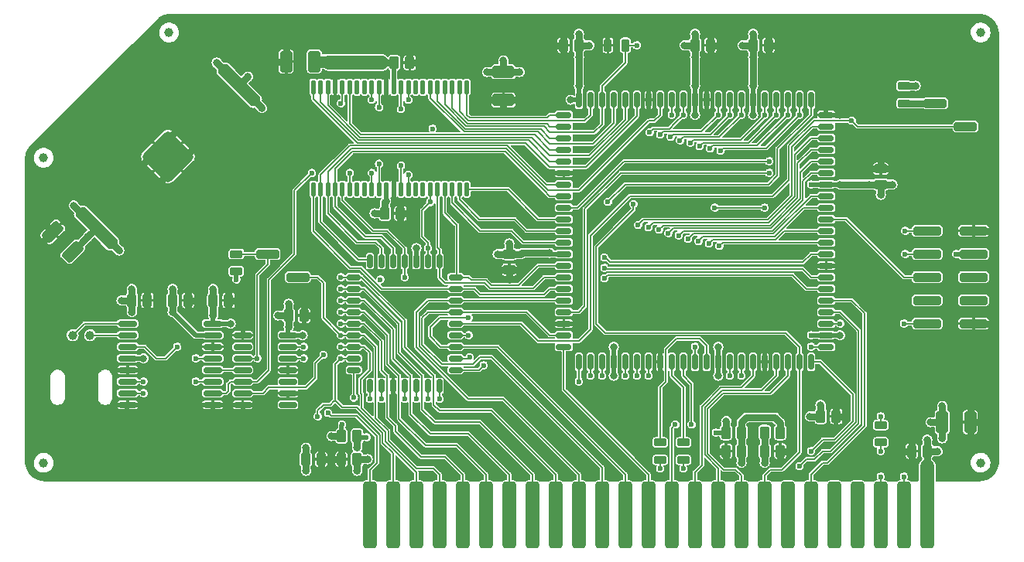
<source format=gtl>
G04 #@! TF.GenerationSoftware,KiCad,Pcbnew,(6.0.2-0)*
G04 #@! TF.CreationDate,2022-08-15T13:28:29-04:00*
G04 #@! TF.ProjectId,TimeMachine,54696d65-4d61-4636-9869-6e652e6b6963,rev?*
G04 #@! TF.SameCoordinates,Original*
G04 #@! TF.FileFunction,Copper,L1,Top*
G04 #@! TF.FilePolarity,Positive*
%FSLAX46Y46*%
G04 Gerber Fmt 4.6, Leading zero omitted, Abs format (unit mm)*
G04 Created by KiCad (PCBNEW (6.0.2-0)) date 2022-08-15 13:28:29*
%MOMM*%
%LPD*%
G01*
G04 APERTURE LIST*
G04 Aperture macros list*
%AMRoundRect*
0 Rectangle with rounded corners*
0 $1 Rounding radius*
0 $2 $3 $4 $5 $6 $7 $8 $9 X,Y pos of 4 corners*
0 Add a 4 corners polygon primitive as box body*
4,1,4,$2,$3,$4,$5,$6,$7,$8,$9,$2,$3,0*
0 Add four circle primitives for the rounded corners*
1,1,$1+$1,$2,$3*
1,1,$1+$1,$4,$5*
1,1,$1+$1,$6,$7*
1,1,$1+$1,$8,$9*
0 Add four rect primitives between the rounded corners*
20,1,$1+$1,$2,$3,$4,$5,0*
20,1,$1+$1,$4,$5,$6,$7,0*
20,1,$1+$1,$6,$7,$8,$9,0*
20,1,$1+$1,$8,$9,$2,$3,0*%
G04 Aperture macros list end*
G04 #@! TA.AperFunction,SMDPad,CuDef*
%ADD10RoundRect,0.250000X0.412500X0.925000X-0.412500X0.925000X-0.412500X-0.925000X0.412500X-0.925000X0*%
G04 #@! TD*
G04 #@! TA.AperFunction,SMDPad,CuDef*
%ADD11RoundRect,0.262500X0.262500X0.437500X-0.262500X0.437500X-0.262500X-0.437500X0.262500X-0.437500X0*%
G04 #@! TD*
G04 #@! TA.AperFunction,ComponentPad*
%ADD12C,2.000000*%
G04 #@! TD*
G04 #@! TA.AperFunction,SMDPad,CuDef*
%ADD13C,1.000000*%
G04 #@! TD*
G04 #@! TA.AperFunction,SMDPad,CuDef*
%ADD14RoundRect,0.381000X0.381000X3.289000X-0.381000X3.289000X-0.381000X-3.289000X0.381000X-3.289000X0*%
G04 #@! TD*
G04 #@! TA.AperFunction,SMDPad,CuDef*
%ADD15RoundRect,0.262500X-0.437500X0.262500X-0.437500X-0.262500X0.437500X-0.262500X0.437500X0.262500X0*%
G04 #@! TD*
G04 #@! TA.AperFunction,SMDPad,CuDef*
%ADD16RoundRect,0.212500X-0.487500X0.212500X-0.487500X-0.212500X0.487500X-0.212500X0.487500X0.212500X0*%
G04 #@! TD*
G04 #@! TA.AperFunction,SMDPad,CuDef*
%ADD17RoundRect,0.262500X-0.262500X-0.437500X0.262500X-0.437500X0.262500X0.437500X-0.262500X0.437500X0*%
G04 #@! TD*
G04 #@! TA.AperFunction,SMDPad,CuDef*
%ADD18RoundRect,0.262500X0.437500X-0.262500X0.437500X0.262500X-0.437500X0.262500X-0.437500X-0.262500X0*%
G04 #@! TD*
G04 #@! TA.AperFunction,SMDPad,CuDef*
%ADD19RoundRect,0.150000X-0.150000X-0.587500X0.150000X-0.587500X0.150000X0.587500X-0.150000X0.587500X0*%
G04 #@! TD*
G04 #@! TA.AperFunction,SMDPad,CuDef*
%ADD20RoundRect,0.150000X-0.587500X-0.150000X0.587500X-0.150000X0.587500X0.150000X-0.587500X0.150000X0*%
G04 #@! TD*
G04 #@! TA.AperFunction,SMDPad,CuDef*
%ADD21RoundRect,0.150000X-0.875000X-0.150000X0.875000X-0.150000X0.875000X0.150000X-0.875000X0.150000X0*%
G04 #@! TD*
G04 #@! TA.AperFunction,SMDPad,CuDef*
%ADD22RoundRect,0.250000X0.945755X0.362392X0.362392X0.945755X-0.945755X-0.362392X-0.362392X-0.945755X0*%
G04 #@! TD*
G04 #@! TA.AperFunction,SMDPad,CuDef*
%ADD23RoundRect,0.250000X-0.925000X0.412500X-0.925000X-0.412500X0.925000X-0.412500X0.925000X0.412500X0*%
G04 #@! TD*
G04 #@! TA.AperFunction,SMDPad,CuDef*
%ADD24RoundRect,0.125000X0.125000X-0.637500X0.125000X0.637500X-0.125000X0.637500X-0.125000X-0.637500X0*%
G04 #@! TD*
G04 #@! TA.AperFunction,SMDPad,CuDef*
%ADD25RoundRect,0.349250X-1.481742X1.975656X-1.975656X1.481742X1.481742X-1.975656X1.975656X-1.481742X0*%
G04 #@! TD*
G04 #@! TA.AperFunction,SMDPad,CuDef*
%ADD26RoundRect,0.645000X0.000000X2.128391X-2.128391X0.000000X0.000000X-2.128391X2.128391X0.000000X0*%
G04 #@! TD*
G04 #@! TA.AperFunction,SMDPad,CuDef*
%ADD27RoundRect,0.250000X-1.005000X-0.250000X1.005000X-0.250000X1.005000X0.250000X-1.005000X0.250000X0*%
G04 #@! TD*
G04 #@! TA.AperFunction,SMDPad,CuDef*
%ADD28RoundRect,0.250000X-0.412500X-0.925000X0.412500X-0.925000X0.412500X0.925000X-0.412500X0.925000X0*%
G04 #@! TD*
G04 #@! TA.AperFunction,SMDPad,CuDef*
%ADD29RoundRect,0.150000X-0.825000X-0.150000X0.825000X-0.150000X0.825000X0.150000X-0.825000X0.150000X0*%
G04 #@! TD*
G04 #@! TA.AperFunction,SMDPad,CuDef*
%ADD30RoundRect,0.150000X0.150000X0.700000X-0.150000X0.700000X-0.150000X-0.700000X0.150000X-0.700000X0*%
G04 #@! TD*
G04 #@! TA.AperFunction,SMDPad,CuDef*
%ADD31RoundRect,0.150000X0.700000X0.150000X-0.700000X0.150000X-0.700000X-0.150000X0.700000X-0.150000X0*%
G04 #@! TD*
G04 #@! TA.AperFunction,SMDPad,CuDef*
%ADD32RoundRect,0.212500X-0.212500X-0.487500X0.212500X-0.487500X0.212500X0.487500X-0.212500X0.487500X0*%
G04 #@! TD*
G04 #@! TA.AperFunction,SMDPad,CuDef*
%ADD33RoundRect,0.212500X0.487500X-0.212500X0.487500X0.212500X-0.487500X0.212500X-0.487500X-0.212500X0*%
G04 #@! TD*
G04 #@! TA.AperFunction,SMDPad,CuDef*
%ADD34RoundRect,0.250000X-1.274000X-0.250000X1.274000X-0.250000X1.274000X0.250000X-1.274000X0.250000X0*%
G04 #@! TD*
G04 #@! TA.AperFunction,ComponentPad*
%ADD35C,1.000000*%
G04 #@! TD*
G04 #@! TA.AperFunction,ViaPad*
%ADD36C,0.800000*%
G04 #@! TD*
G04 #@! TA.AperFunction,ViaPad*
%ADD37C,0.600000*%
G04 #@! TD*
G04 #@! TA.AperFunction,ViaPad*
%ADD38C,1.524000*%
G04 #@! TD*
G04 #@! TA.AperFunction,Conductor*
%ADD39C,0.762000*%
G04 #@! TD*
G04 #@! TA.AperFunction,Conductor*
%ADD40C,0.508000*%
G04 #@! TD*
G04 #@! TA.AperFunction,Conductor*
%ADD41C,1.524000*%
G04 #@! TD*
G04 #@! TA.AperFunction,Conductor*
%ADD42C,0.152400*%
G04 #@! TD*
G04 #@! TA.AperFunction,Conductor*
%ADD43C,0.200000*%
G04 #@! TD*
G04 #@! TA.AperFunction,Conductor*
%ADD44C,1.270000*%
G04 #@! TD*
G04 APERTURE END LIST*
D10*
X171717500Y-85598000D03*
X168642500Y-85598000D03*
D11*
X238760000Y-128270000D03*
X237060000Y-128270000D03*
D12*
X144653000Y-129540000D03*
X242062000Y-129540000D03*
D11*
X222680000Y-128270000D03*
X220980000Y-128270000D03*
D13*
X244602000Y-129540000D03*
X142113000Y-129540000D03*
D14*
X177800000Y-135282000D03*
X180340000Y-135282000D03*
X182880000Y-135282000D03*
X185420000Y-135282000D03*
X187960000Y-135282000D03*
X190500000Y-135282000D03*
X193040000Y-135282000D03*
X195580000Y-135282000D03*
X198120000Y-135282000D03*
X200660000Y-135282000D03*
X203200000Y-135282000D03*
X205740000Y-135282000D03*
X208280000Y-135282000D03*
X210820000Y-135282000D03*
X213360000Y-135282000D03*
X215900000Y-135282000D03*
X218440000Y-135282000D03*
X220980000Y-135282000D03*
X223520000Y-135282000D03*
X226060000Y-135282000D03*
X228600000Y-135282000D03*
X231140000Y-135282000D03*
X233680000Y-135282000D03*
X236220000Y-135282000D03*
X238760000Y-135282000D03*
D12*
X242062000Y-82423000D03*
D13*
X244602000Y-82423000D03*
D12*
X158369000Y-82423000D03*
D13*
X155829000Y-82423000D03*
D12*
X142113000Y-98679000D03*
D11*
X200660000Y-83820000D03*
X198960000Y-83820000D03*
D15*
X193040000Y-106680000D03*
X193040000Y-108380000D03*
D16*
X163195000Y-106685000D03*
X163195000Y-108585000D03*
D13*
X142113000Y-96139000D03*
D17*
X168910000Y-113411000D03*
X170610000Y-113411000D03*
X227115000Y-124460000D03*
X228815000Y-124460000D03*
D18*
X233680000Y-99060000D03*
X233680000Y-97360000D03*
D17*
X219710000Y-83820000D03*
X221410000Y-83820000D03*
X213360000Y-83820000D03*
X215060000Y-83820000D03*
D16*
X209550000Y-127320000D03*
X209550000Y-129220000D03*
X212090000Y-127320000D03*
X212090000Y-129220000D03*
D17*
X216740000Y-128270000D03*
X218440000Y-128270000D03*
D19*
X181610000Y-107462500D03*
X180340000Y-107462500D03*
X179070000Y-107462500D03*
X177800000Y-107462500D03*
D20*
X176047500Y-109220000D03*
X176047500Y-110490000D03*
X176047500Y-111760000D03*
X176047500Y-113030000D03*
X176047500Y-114300000D03*
X176047500Y-115570000D03*
X176047500Y-116840000D03*
X176047500Y-118110000D03*
X176047500Y-119380000D03*
D19*
X177800000Y-121137500D03*
X179070000Y-121137500D03*
X180340000Y-121137500D03*
X181610000Y-121137500D03*
X182880000Y-121137500D03*
X184150000Y-121137500D03*
X185420000Y-121137500D03*
D20*
X187172500Y-119380000D03*
X187172500Y-118110000D03*
X187172500Y-116840000D03*
X187172500Y-115570000D03*
X187172500Y-114300000D03*
X187172500Y-113030000D03*
X187172500Y-111760000D03*
X187172500Y-110490000D03*
X187172500Y-109220000D03*
D19*
X185420000Y-107462500D03*
X184150000Y-107462500D03*
X182880000Y-107462500D03*
D17*
X179451000Y-102235000D03*
X181151000Y-102235000D03*
D11*
X176403000Y-129159000D03*
X174703000Y-129159000D03*
D17*
X156210000Y-111760000D03*
X157910000Y-111760000D03*
X160655000Y-111760000D03*
X162355000Y-111760000D03*
X180467000Y-85725000D03*
X182167000Y-85725000D03*
D21*
X151306000Y-114300000D03*
X151306000Y-115570000D03*
X151306000Y-116840000D03*
X151306000Y-118110000D03*
X151306000Y-119380000D03*
X151306000Y-120650000D03*
X151306000Y-121920000D03*
X151306000Y-123190000D03*
X160606000Y-123190000D03*
X160606000Y-121920000D03*
X160606000Y-120650000D03*
X160606000Y-119380000D03*
X160606000Y-118110000D03*
X160606000Y-116840000D03*
X160606000Y-115570000D03*
X160606000Y-114300000D03*
D22*
X145288000Y-106426000D03*
X143113646Y-104251646D03*
D23*
X192405000Y-86727500D03*
X192405000Y-89802500D03*
D17*
X151765000Y-111760000D03*
X153465000Y-111760000D03*
D24*
X171600000Y-99587500D03*
X172400000Y-99587500D03*
X173200000Y-99587500D03*
X174000000Y-99587500D03*
X174800000Y-99587500D03*
X175600000Y-99587500D03*
X176400000Y-99587500D03*
X177200000Y-99587500D03*
X178000000Y-99587500D03*
X178800000Y-99587500D03*
X179600000Y-99587500D03*
X180400000Y-99587500D03*
X181200000Y-99587500D03*
X182000000Y-99587500D03*
X182800000Y-99587500D03*
X183600000Y-99587500D03*
X184400000Y-99587500D03*
X185200000Y-99587500D03*
X186000000Y-99587500D03*
X186800000Y-99587500D03*
X187600000Y-99587500D03*
X188400000Y-99587500D03*
X188400000Y-88412500D03*
X187600000Y-88412500D03*
X186800000Y-88412500D03*
X186000000Y-88412500D03*
X185200000Y-88412500D03*
X184400000Y-88412500D03*
X183600000Y-88412500D03*
X182800000Y-88412500D03*
X182000000Y-88412500D03*
X181200000Y-88412500D03*
X180400000Y-88412500D03*
X179600000Y-88412500D03*
X178800000Y-88412500D03*
X178000000Y-88412500D03*
X177200000Y-88412500D03*
X176400000Y-88412500D03*
X175600000Y-88412500D03*
X174800000Y-88412500D03*
X174000000Y-88412500D03*
X173200000Y-88412500D03*
X172400000Y-88412500D03*
X171600000Y-88412500D03*
D25*
X163514823Y-88199177D03*
X147889177Y-103824823D03*
D26*
X155702000Y-96012000D03*
D17*
X216740000Y-126238000D03*
X218440000Y-126238000D03*
X220980000Y-126238000D03*
X222680000Y-126238000D03*
D27*
X239645000Y-90170000D03*
X242955000Y-92710000D03*
D11*
X176403000Y-126619000D03*
X174703000Y-126619000D03*
D17*
X170766000Y-129159000D03*
X172466000Y-129159000D03*
D28*
X240397500Y-125095000D03*
X243472500Y-125095000D03*
D29*
X163895000Y-115570000D03*
X163895000Y-116840000D03*
X163895000Y-118110000D03*
X163895000Y-119380000D03*
X163895000Y-120650000D03*
X163895000Y-121920000D03*
X163895000Y-123190000D03*
X168845000Y-123190000D03*
X168845000Y-121920000D03*
X168845000Y-120650000D03*
X168845000Y-119380000D03*
X168845000Y-118110000D03*
X168845000Y-116840000D03*
X168845000Y-115570000D03*
D30*
X213360000Y-118490000D03*
X214630000Y-118490000D03*
X215900000Y-118490000D03*
X217170000Y-118490000D03*
X218440000Y-118490000D03*
X219710000Y-118490000D03*
X220980000Y-118490000D03*
X222250000Y-118490000D03*
X223520000Y-118490000D03*
X224790000Y-118490000D03*
X226060000Y-118490000D03*
D31*
X227710000Y-116840000D03*
X227710000Y-115570000D03*
X227710000Y-114300000D03*
X227710000Y-113030000D03*
X227710000Y-111760000D03*
X227710000Y-110490000D03*
X227710000Y-109220000D03*
X227710000Y-107950000D03*
X227710000Y-106680000D03*
X227710000Y-105410000D03*
X227710000Y-104140000D03*
X227710000Y-102870000D03*
X227710000Y-101600000D03*
X227710000Y-100330000D03*
X227710000Y-99060000D03*
X227710000Y-97790000D03*
X227710000Y-96520000D03*
X227710000Y-95250000D03*
X227710000Y-93980000D03*
X227710000Y-92710000D03*
X227710000Y-91440000D03*
D30*
X226060000Y-89790000D03*
X224790000Y-89790000D03*
X223520000Y-89790000D03*
X222250000Y-89790000D03*
X220980000Y-89790000D03*
X219710000Y-89790000D03*
X218440000Y-89790000D03*
X217170000Y-89790000D03*
X215900000Y-89790000D03*
X214630000Y-89790000D03*
X213360000Y-89790000D03*
X212090000Y-89790000D03*
X210820000Y-89790000D03*
X209550000Y-89790000D03*
X208280000Y-89790000D03*
X207010000Y-89790000D03*
X205740000Y-89790000D03*
X204470000Y-89790000D03*
X203200000Y-89790000D03*
X201930000Y-89790000D03*
X200660000Y-89790000D03*
D31*
X199010000Y-91440000D03*
X199010000Y-92710000D03*
X199010000Y-93980000D03*
X199010000Y-95250000D03*
X199010000Y-96520000D03*
X199010000Y-97790000D03*
X199010000Y-99060000D03*
X199010000Y-100330000D03*
X199010000Y-101600000D03*
X199010000Y-102870000D03*
X199010000Y-104140000D03*
X199010000Y-105410000D03*
X199010000Y-106680000D03*
X199010000Y-107950000D03*
X199010000Y-109220000D03*
X199010000Y-110490000D03*
X199010000Y-111760000D03*
X199010000Y-113030000D03*
X199010000Y-114300000D03*
X199010000Y-115570000D03*
X199010000Y-116840000D03*
D30*
X200660000Y-118490000D03*
X201930000Y-118490000D03*
X203200000Y-118490000D03*
X204470000Y-118490000D03*
X205740000Y-118490000D03*
X207010000Y-118490000D03*
X208280000Y-118490000D03*
X209550000Y-118490000D03*
X210820000Y-118490000D03*
X212090000Y-118490000D03*
D32*
X203840000Y-83820000D03*
X205740000Y-83820000D03*
D33*
X236220000Y-90170000D03*
X236220000Y-88270000D03*
D16*
X233680000Y-125415000D03*
X233680000Y-127315000D03*
D34*
X238760000Y-104140000D03*
X243840000Y-104140000D03*
X238760000Y-106680000D03*
X243840000Y-106680000D03*
X238760000Y-109220000D03*
X243840000Y-109220000D03*
X238760000Y-111760000D03*
X243840000Y-111760000D03*
X238760000Y-114300000D03*
X243840000Y-114300000D03*
D27*
X166620000Y-106680000D03*
X169930000Y-109220000D03*
D35*
X145288000Y-115570000D03*
X147188000Y-115570000D03*
D36*
X160655000Y-110490000D03*
X194183000Y-86741000D03*
X192405000Y-85471000D03*
X190627000Y-86741000D03*
X162560000Y-114300000D03*
X160655000Y-113411000D03*
D37*
X163195000Y-109474000D03*
D36*
X168910000Y-112141000D03*
X182880000Y-106045000D03*
X167767000Y-113411000D03*
X170434000Y-115570000D03*
X238760000Y-127000000D03*
X213360000Y-85090000D03*
X238760000Y-129540000D03*
X219710000Y-91440000D03*
X215900000Y-120015000D03*
X213360000Y-91440000D03*
X229235000Y-99060000D03*
X229235000Y-115570000D03*
D37*
X226060000Y-115570000D03*
D36*
X204470000Y-120015000D03*
X200660000Y-85090000D03*
X219710000Y-88265000D03*
X219710000Y-82550000D03*
X212217000Y-83820000D03*
X201803000Y-83820000D03*
X213360000Y-88265000D03*
D37*
X226060000Y-99060000D03*
D36*
X239903000Y-128270000D03*
X213360000Y-82550000D03*
X200660000Y-88265000D03*
X218567000Y-83820000D03*
X219710000Y-85090000D03*
X204470000Y-116840000D03*
X215900000Y-116840000D03*
X168910000Y-114681000D03*
X225933000Y-124460000D03*
X227076000Y-123190000D03*
X234950000Y-99060000D03*
X233680000Y-100203000D03*
X232410000Y-99060000D03*
X200660000Y-82550000D03*
X193040000Y-105537000D03*
X191770000Y-106680000D03*
X194310000Y-106680000D03*
X199771000Y-89789000D03*
D37*
X241935000Y-106680000D03*
D36*
X240411000Y-126873000D03*
X240411000Y-123317000D03*
X239141000Y-125095000D03*
X237490000Y-88265000D03*
X170815000Y-127889000D03*
X216789000Y-124968000D03*
D37*
X215646000Y-126238000D03*
D36*
X170815000Y-130429000D03*
X197485000Y-106553000D03*
X173609000Y-126619000D03*
D37*
X174752000Y-125349000D03*
D36*
X158750000Y-123190000D03*
X167386000Y-85598000D03*
X160655000Y-124079000D03*
X235966000Y-119761000D03*
X153035000Y-123190000D03*
X151257000Y-124079000D03*
X196723000Y-88519000D03*
X191643000Y-83439000D03*
X176403000Y-83439000D03*
X189103000Y-85979000D03*
D37*
X232791000Y-107569000D03*
X232029000Y-109474000D03*
X144018000Y-125095000D03*
X170180000Y-94488000D03*
X172466000Y-92202000D03*
X172593000Y-96393000D03*
X172593000Y-94361000D03*
X170180000Y-98171000D03*
X224155000Y-124206000D03*
X158750000Y-106426000D03*
X165100000Y-101473000D03*
X235331000Y-115316000D03*
X225806000Y-86995000D03*
X230886000Y-105156000D03*
D36*
X153416000Y-113030000D03*
D37*
X235331000Y-101981000D03*
D36*
X163449000Y-111760000D03*
X162306000Y-110490000D03*
X157861000Y-110490000D03*
D37*
X235331000Y-113411000D03*
X234696000Y-109601000D03*
X155448000Y-108712000D03*
D36*
X237363000Y-83439000D03*
D37*
X222885000Y-121539000D03*
D36*
X181483000Y-83439000D03*
X186563000Y-83439000D03*
D37*
X166624000Y-96520000D03*
D36*
X159004000Y-111760000D03*
D37*
X166116000Y-99060000D03*
D36*
X153035000Y-119380000D03*
D37*
X168275000Y-125730000D03*
X167640000Y-94234000D03*
D36*
X194183000Y-89789000D03*
X190627000Y-89789000D03*
D37*
X168021000Y-88646000D03*
X159766000Y-107315000D03*
X167132000Y-102235000D03*
D36*
X192405000Y-91059000D03*
D37*
X156210000Y-106934000D03*
X161163000Y-105410000D03*
X163195000Y-103886000D03*
D36*
X162306000Y-113030000D03*
X168656000Y-83820000D03*
D37*
X175260000Y-94234000D03*
X155702000Y-123317000D03*
D36*
X157861000Y-113030000D03*
D37*
X170180000Y-90678000D03*
X153924000Y-121285000D03*
X167005000Y-120015000D03*
X167386000Y-109728000D03*
X170688000Y-102235000D03*
X173228000Y-122555000D03*
X192278000Y-98806000D03*
X153670000Y-114935000D03*
X172212000Y-125730000D03*
X170688000Y-124460000D03*
D36*
X153416000Y-110490000D03*
D37*
X153416000Y-107950000D03*
X191389000Y-109474000D03*
X195072000Y-98806000D03*
X194818000Y-104775000D03*
X185801000Y-104775000D03*
X188976000Y-91186000D03*
X186055000Y-103505000D03*
X188087000Y-103505000D03*
X201549000Y-87630000D03*
X233680000Y-111506000D03*
X230124000Y-109855000D03*
X230124000Y-111125000D03*
X189865000Y-98806000D03*
D36*
X170561000Y-112141000D03*
X152781000Y-97028000D03*
X158623000Y-94996000D03*
X154686000Y-98933000D03*
X182118000Y-84455000D03*
D37*
X175006000Y-91313000D03*
D36*
X180400000Y-98200000D03*
X183261000Y-85725000D03*
D37*
X179600000Y-89800000D03*
D36*
X141859000Y-105537000D03*
X142240000Y-103378000D03*
X156718000Y-93091000D03*
D37*
X170561000Y-114681000D03*
D36*
X171704000Y-113411000D03*
D37*
X173355000Y-118745000D03*
X171069000Y-120015000D03*
D36*
X239268000Y-86106000D03*
X181102000Y-103505000D03*
D37*
X213487000Y-128270000D03*
D36*
X182245000Y-102235000D03*
D37*
X177800000Y-123698000D03*
D36*
X180500000Y-101000000D03*
X238506000Y-96901000D03*
X238506000Y-91821000D03*
X179500000Y-87000000D03*
X163957000Y-124079000D03*
X165481000Y-123190000D03*
X222631000Y-129540000D03*
D37*
X228981000Y-125730000D03*
X227330000Y-131318000D03*
X224790000Y-131318000D03*
X240030000Y-131318000D03*
D36*
X223774000Y-128270000D03*
D37*
X232410000Y-131318000D03*
X229870000Y-131318000D03*
D36*
X162306000Y-123190000D03*
X158623000Y-80899000D03*
X163703000Y-80899000D03*
X168783000Y-80899000D03*
X224663000Y-80899000D03*
X229743000Y-80899000D03*
X234823000Y-80899000D03*
X239903000Y-80899000D03*
X246126000Y-84201000D03*
X246253000Y-104521000D03*
X246253000Y-109601000D03*
X246253000Y-114681000D03*
X246253000Y-119761000D03*
X246126000Y-124841000D03*
D37*
X184150000Y-131318000D03*
X179070000Y-131318000D03*
X181610000Y-131318000D03*
X191770000Y-131318000D03*
X194310000Y-131318000D03*
X196850000Y-131318000D03*
X201930000Y-131318000D03*
X219710000Y-131318000D03*
X217170000Y-131318000D03*
X214630000Y-131318000D03*
X212090000Y-131318000D03*
X209550000Y-131318000D03*
X207010000Y-131254500D03*
X204470000Y-131318000D03*
X189230000Y-131318000D03*
X186690000Y-131318000D03*
X199390000Y-131318000D03*
D36*
X237109000Y-129540000D03*
X237109000Y-127000000D03*
X235966000Y-128270000D03*
X215646000Y-128270000D03*
X216789000Y-129540000D03*
X244983000Y-80899000D03*
X246126000Y-82042000D03*
X140589000Y-129921000D03*
X141732000Y-131064000D03*
X184023000Y-80899000D03*
X189103000Y-80899000D03*
X194183000Y-80899000D03*
X199263000Y-80899000D03*
X178943000Y-80899000D03*
X173863000Y-80899000D03*
X204343000Y-80899000D03*
X209423000Y-80899000D03*
X214503000Y-80899000D03*
X219583000Y-80899000D03*
X172212000Y-131064000D03*
X167132000Y-131064000D03*
X162052000Y-131064000D03*
X140589000Y-109601000D03*
X140589000Y-119761000D03*
X140589000Y-124841000D03*
X140589000Y-104521000D03*
X246126000Y-129921000D03*
X244983000Y-131064000D03*
X146812000Y-131064000D03*
X144272000Y-91948000D03*
X148082000Y-88138000D03*
X140589000Y-95631000D03*
X155321000Y-80899000D03*
X246126000Y-94361000D03*
X238506000Y-117221000D03*
X238506000Y-122301000D03*
X230886000Y-94361000D03*
X235966000Y-94361000D03*
X238506000Y-101981000D03*
X241046000Y-84201000D03*
X241046000Y-99441000D03*
X243586000Y-101981000D03*
X243586000Y-86741000D03*
X141859000Y-127381000D03*
X229743000Y-85979000D03*
X224663000Y-85725000D03*
X232283000Y-83439000D03*
X227203000Y-83439000D03*
X196723000Y-83439000D03*
X161163000Y-83439000D03*
X171323000Y-83439000D03*
X166243000Y-83439000D03*
X246126000Y-89281000D03*
X140589000Y-114681000D03*
D37*
X237490000Y-131318000D03*
X234950000Y-131318000D03*
X222250000Y-131318000D03*
D36*
X227711000Y-90551000D03*
X229235000Y-91440000D03*
X229997000Y-124460000D03*
X228854000Y-123190000D03*
X234950000Y-97409000D03*
X233680000Y-96266000D03*
X232410000Y-97409000D03*
X199009000Y-82550000D03*
X199009000Y-85090000D03*
X222504000Y-83820000D03*
X221361000Y-85090000D03*
X221361000Y-82550000D03*
X216154000Y-83820000D03*
X215011000Y-82550000D03*
X215011000Y-85090000D03*
X200660000Y-114300000D03*
X220980000Y-120015000D03*
X220980000Y-116840000D03*
X214630000Y-91440000D03*
X214630000Y-88265000D03*
X208280000Y-88265000D03*
X200660000Y-97790000D03*
X209550000Y-120015000D03*
X209550000Y-116840000D03*
X226060000Y-107950000D03*
X229235000Y-107950000D03*
X151765000Y-84455000D03*
X140589000Y-99441000D03*
X156972000Y-131064000D03*
X151892000Y-131064000D03*
X180340000Y-122555000D03*
X197485000Y-97790000D03*
X197485000Y-114300000D03*
D37*
X234442000Y-105791000D03*
X234442000Y-103505000D03*
D36*
X241046000Y-94361000D03*
X243586000Y-96901000D03*
D37*
X230886000Y-102235000D03*
X232156000Y-100965000D03*
D36*
X246253000Y-99441000D03*
X193040000Y-109474000D03*
X191770000Y-108331000D03*
X194310000Y-108331000D03*
X173609000Y-129159000D03*
X174752000Y-130429000D03*
X174752000Y-127889000D03*
X241046000Y-119761000D03*
X243586000Y-117221000D03*
X161036000Y-88138000D03*
X163576000Y-90678000D03*
X150368000Y-103886000D03*
X147828000Y-101346000D03*
D37*
X176784000Y-106045000D03*
X173736000Y-101981000D03*
X174879000Y-104775000D03*
X173101000Y-104775000D03*
X219710000Y-125603000D03*
X179197000Y-128270000D03*
D36*
X232283000Y-88519000D03*
X234823000Y-85979000D03*
X234823000Y-91059000D03*
D37*
X222885000Y-124079000D03*
X215392000Y-123825000D03*
X201041000Y-91440000D03*
X203835000Y-122428000D03*
X204851000Y-128651000D03*
X186944000Y-102235000D03*
X184531000Y-103505000D03*
X176784000Y-101854000D03*
X219710000Y-128143000D03*
X172466000Y-121285000D03*
X173355000Y-120015000D03*
X165862000Y-104775000D03*
X171323000Y-104902000D03*
X158242000Y-116205000D03*
X201549000Y-86360000D03*
X199771000Y-86360000D03*
X199771000Y-87630000D03*
X190500000Y-129921000D03*
X185039000Y-114935000D03*
X184531000Y-113665000D03*
X175006000Y-122809000D03*
X176530000Y-131318000D03*
D36*
X243459000Y-123317000D03*
X243459000Y-126873000D03*
X244729000Y-125095000D03*
D37*
X195707000Y-107569000D03*
X184531000Y-128270000D03*
X180403500Y-126746000D03*
X182118000Y-126746000D03*
X183896000Y-126746000D03*
X200025000Y-121666000D03*
X201295000Y-122936000D03*
X207010000Y-128651000D03*
X204089000Y-125730000D03*
X192024000Y-123444000D03*
X190754000Y-124714000D03*
X189484000Y-125984000D03*
X227965000Y-120269000D03*
X233045000Y-114935000D03*
X229616000Y-103505000D03*
X172085000Y-110109000D03*
X172212000Y-108585000D03*
X173482000Y-108013500D03*
X173101000Y-106680000D03*
X175006000Y-106680000D03*
X172974000Y-116332000D03*
X211709000Y-92710000D03*
X209550000Y-92329000D03*
X206629000Y-92837000D03*
X201168000Y-92710000D03*
X218567000Y-93091000D03*
X201930000Y-103251000D03*
X221742000Y-95377000D03*
X223012000Y-95377000D03*
X222885000Y-98425000D03*
X223393000Y-99695000D03*
X223393000Y-104775000D03*
X224155000Y-103505000D03*
X182245000Y-116205000D03*
X230632000Y-127635000D03*
X189738000Y-113665000D03*
X203200000Y-112014000D03*
X196088000Y-115062000D03*
X181610000Y-123698000D03*
X182880000Y-123698000D03*
X184404000Y-123698000D03*
X179070000Y-123698000D03*
X194056000Y-128016000D03*
X196596000Y-128016000D03*
X193675000Y-121920000D03*
X188849000Y-121920000D03*
X174307500Y-123825000D03*
X207899000Y-121920000D03*
X202311000Y-128270000D03*
X199517000Y-125476000D03*
X200025000Y-123825000D03*
X203073000Y-126873000D03*
X200787000Y-129286000D03*
X202565000Y-123317000D03*
X198374000Y-121539000D03*
X195961000Y-121920000D03*
X196596000Y-118491000D03*
X187071000Y-121920000D03*
X184912000Y-109474000D03*
X192659000Y-100300000D03*
X201295000Y-96520000D03*
X203073000Y-96393000D03*
X204851000Y-96393000D03*
X205867000Y-97155000D03*
X204724000Y-99060000D03*
X204343000Y-103124000D03*
X200660000Y-109855000D03*
X215900000Y-106934000D03*
X224917000Y-106934000D03*
X224917000Y-108966000D03*
X205613000Y-109601000D03*
X204597000Y-106934000D03*
X209423000Y-110617000D03*
X205359000Y-114681000D03*
X214757000Y-115951000D03*
X223520000Y-109601000D03*
X225425000Y-102235000D03*
X219837000Y-102362000D03*
X219837000Y-98425000D03*
X219837000Y-99695000D03*
X216408000Y-97155000D03*
X205105000Y-100584000D03*
X226695000Y-126746000D03*
X225425000Y-125476000D03*
X227584000Y-128905000D03*
X227965000Y-127635000D03*
X224155000Y-125984000D03*
X209804000Y-85725000D03*
X204724000Y-87630000D03*
X203835000Y-86741000D03*
X205105000Y-85471000D03*
X232791000Y-93980000D03*
X211455000Y-121920000D03*
X214249000Y-121920000D03*
X198247000Y-126746000D03*
X191516000Y-128016000D03*
X185801000Y-129540000D03*
X188976000Y-128016000D03*
X188087000Y-129667000D03*
X183134000Y-129540000D03*
X162306000Y-118110000D03*
X214884000Y-129921000D03*
X192659000Y-96393000D03*
X184531000Y-96393000D03*
X176276000Y-92075000D03*
X186817000Y-92964000D03*
X176149000Y-96012000D03*
X182118000Y-92964000D03*
X179451000Y-92964000D03*
X183007000Y-96012000D03*
X180721000Y-96012000D03*
X207010000Y-98425000D03*
X210185000Y-106934000D03*
X218059000Y-109601000D03*
X222885000Y-115951000D03*
X231013000Y-98171000D03*
X197104000Y-86360000D03*
X166751000Y-93345000D03*
X195300000Y-96400000D03*
X196900000Y-91100000D03*
X203800000Y-91500000D03*
X205100000Y-91500000D03*
X223012000Y-97155000D03*
X174625000Y-101346000D03*
X171577000Y-106807000D03*
X214503000Y-110617000D03*
X214503000Y-114681000D03*
X209423000Y-114681000D03*
X211963000Y-112649000D03*
X219583000Y-114681000D03*
X217043000Y-112649000D03*
X222123000Y-112649000D03*
X224663000Y-114681000D03*
X207391000Y-112649000D03*
X187198000Y-97409000D03*
X183896000Y-90805000D03*
X177419000Y-91186000D03*
X229362000Y-128905000D03*
X202311000Y-101600000D03*
X200914000Y-100330000D03*
X196596000Y-100330000D03*
X194564000Y-100330000D03*
X195834000Y-101600000D03*
X194564000Y-102870000D03*
X190119000Y-103505000D03*
X192024000Y-101600000D03*
X189865000Y-101981000D03*
X190881000Y-104775000D03*
X189230000Y-104394000D03*
X187960000Y-105664000D03*
X187960000Y-107696000D03*
X188849000Y-108585000D03*
X213360000Y-99695000D03*
X209550000Y-100965000D03*
X208280000Y-99695000D03*
X211455000Y-97155000D03*
X212090000Y-98425000D03*
X219837000Y-100965000D03*
X216408000Y-98425000D03*
X216408000Y-99695000D03*
X219964000Y-97155000D03*
X221615000Y-106934000D03*
X220091000Y-106045000D03*
X221742000Y-109601000D03*
X213995000Y-120396000D03*
X218313000Y-122555000D03*
X224155000Y-120269000D03*
X230632000Y-121158000D03*
X229997000Y-122301000D03*
X229870000Y-112395000D03*
X192595500Y-118554500D03*
X194818000Y-117348000D03*
X231267000Y-113665000D03*
X230632000Y-115316000D03*
X194373500Y-118554500D03*
X185420000Y-117665500D03*
X182245000Y-113665000D03*
X146304000Y-113538000D03*
X148844000Y-113538000D03*
X148844000Y-117475000D03*
X232537000Y-103886000D03*
X203962000Y-115951000D03*
X171577000Y-117475000D03*
X166116000Y-115570000D03*
X166116000Y-119126000D03*
X166116000Y-109347000D03*
X165735000Y-121285000D03*
X155448000Y-114173000D03*
X162306000Y-115570000D03*
X157734000Y-117475000D03*
X156337000Y-121412000D03*
X144018000Y-118872000D03*
X148463000Y-125095000D03*
X144018000Y-114935000D03*
X144018000Y-117475000D03*
D36*
X143129000Y-112141000D03*
X142748000Y-117221000D03*
X142240000Y-122301000D03*
X145669000Y-109601000D03*
X149225000Y-109093000D03*
D37*
X216408000Y-102362000D03*
X156083000Y-118618000D03*
X155448000Y-116205000D03*
X154940000Y-117475000D03*
X167005000Y-120015000D03*
X145796000Y-125349000D03*
X148844000Y-114935000D03*
X214630000Y-100965000D03*
X216408000Y-100965000D03*
X195199000Y-114173000D03*
X192913000Y-116459000D03*
X191770000Y-115824000D03*
X192659000Y-114935000D03*
X197104000Y-116840000D03*
X195072000Y-116078000D03*
X194183000Y-115189000D03*
X145796000Y-125349000D03*
D36*
X140589000Y-124841000D03*
D37*
X144018000Y-123698000D03*
D36*
X172466000Y-127889000D03*
D37*
X203840000Y-82545000D03*
D36*
X163893500Y-114681000D03*
X149733000Y-123444000D03*
X149733000Y-119126000D03*
D37*
X174244000Y-86995000D03*
D36*
X208280000Y-91440000D03*
D37*
X170561000Y-121920000D03*
X174625000Y-113030000D03*
X210439000Y-104394000D03*
X218440000Y-120015000D03*
X217170000Y-120015000D03*
X174625000Y-109220000D03*
X207137000Y-103505000D03*
X174625000Y-110490000D03*
X208280000Y-103759000D03*
X174625000Y-111760000D03*
X209423000Y-104013000D03*
X174625000Y-114300000D03*
X211582000Y-104648000D03*
X174625000Y-115570000D03*
X212598000Y-105029000D03*
X174625000Y-116840000D03*
X213741000Y-105283000D03*
X178943000Y-109474000D03*
X153035000Y-120650000D03*
X174625000Y-118110000D03*
X214884000Y-105537000D03*
X172085000Y-124460000D03*
X201930000Y-120015000D03*
X208280000Y-120015000D03*
X153035000Y-121920000D03*
X200660000Y-120650000D03*
X203200000Y-120015000D03*
X205740000Y-120015000D03*
X207010000Y-120015000D03*
X216027000Y-105791000D03*
X188595000Y-113665000D03*
D36*
X176403000Y-127889000D03*
X177546000Y-129159000D03*
D37*
X177419000Y-126746000D03*
D36*
X176403000Y-130429000D03*
X220980000Y-129540000D03*
X218440000Y-129540000D03*
D37*
X203454000Y-108204000D03*
X173228000Y-124079000D03*
X212979000Y-125349000D03*
X211201000Y-125349000D03*
X206629000Y-101219000D03*
X184150000Y-106045000D03*
X170561000Y-116840000D03*
X184400000Y-101000000D03*
X213360000Y-116840000D03*
X233680000Y-128270000D03*
X224790000Y-129921000D03*
X212090000Y-130175000D03*
X209550000Y-130175000D03*
X226060000Y-128270000D03*
X233680000Y-131064000D03*
X236220000Y-131064000D03*
X236347000Y-104140000D03*
X221488000Y-96520000D03*
X236347000Y-106680000D03*
X221488000Y-97790000D03*
X229235000Y-114300000D03*
X236220000Y-114300000D03*
D36*
X151765000Y-110490000D03*
X153035000Y-118110000D03*
X150622000Y-111760000D03*
X151765000Y-113030000D03*
X150368000Y-106299000D03*
X161036000Y-85725000D03*
X146939000Y-104775000D03*
X165989000Y-90678000D03*
X164465000Y-87249000D03*
X145415000Y-101346000D03*
D37*
X158750000Y-120650000D03*
X203454000Y-107061000D03*
X174625000Y-90170000D03*
X210820000Y-91440000D03*
X207010000Y-83820000D03*
X230505000Y-92075000D03*
X215519000Y-101600000D03*
X181610000Y-109220000D03*
X226060000Y-116840000D03*
X220980000Y-101600000D03*
X171450000Y-97800000D03*
X175600000Y-97800000D03*
D36*
X156210000Y-110490000D03*
X156210000Y-113030000D03*
D38*
X173355000Y-85725000D03*
D37*
X179578000Y-100838000D03*
D36*
X178308000Y-102235000D03*
D37*
X158750000Y-118110000D03*
X233680000Y-124460000D03*
X182000000Y-89800000D03*
X190246000Y-118872000D03*
X208407000Y-93345000D03*
X212090000Y-91440000D03*
X182000000Y-98000000D03*
X185420000Y-122555000D03*
X216154000Y-95377000D03*
X224790000Y-91440000D03*
X181200000Y-97000000D03*
X184150000Y-122555000D03*
X215011000Y-95123000D03*
X223520000Y-91440000D03*
X178800000Y-96800000D03*
X182880000Y-122555000D03*
X213868000Y-94869000D03*
X222250000Y-91440000D03*
X178000000Y-97800000D03*
X181610000Y-122555000D03*
X220980000Y-91440000D03*
X212852000Y-94488000D03*
X178000000Y-89800000D03*
X179070000Y-122555000D03*
X211709000Y-94234000D03*
X218440000Y-91440000D03*
X178800000Y-90600000D03*
X177800000Y-122555000D03*
X184658000Y-92964000D03*
X210693000Y-93853000D03*
X217170000Y-91440000D03*
X181200000Y-90800000D03*
X215900000Y-91440000D03*
X209550000Y-93599000D03*
X176047500Y-122402500D03*
X203835000Y-100965000D03*
X172720000Y-117729000D03*
X203454000Y-109347000D03*
X188722000Y-117983000D03*
X188595000Y-115570000D03*
X170561000Y-118110000D03*
X165481000Y-118110000D03*
X156718000Y-116840000D03*
D39*
X160655000Y-111760000D02*
X160655000Y-110490000D01*
X192405000Y-86727500D02*
X194169500Y-86727500D01*
X192405000Y-86727500D02*
X192405000Y-85471000D01*
X194169500Y-86727500D02*
X194183000Y-86741000D01*
X192405000Y-86727500D02*
X190640500Y-86727500D01*
X190640500Y-86727500D02*
X190627000Y-86741000D01*
X160655000Y-111760000D02*
X160655000Y-113411000D01*
D40*
X160606000Y-114300000D02*
X162560000Y-114300000D01*
X160606000Y-114300000D02*
X160655000Y-114251000D01*
X160655000Y-114251000D02*
X160655000Y-113411000D01*
D39*
X168910000Y-114681000D02*
X168910000Y-113411000D01*
D40*
X163195000Y-108585000D02*
X163195000Y-109474000D01*
D39*
X168910000Y-113411000D02*
X168910000Y-112141000D01*
D40*
X182880000Y-107462500D02*
X182880000Y-106045000D01*
D39*
X168910000Y-113411000D02*
X167767000Y-113411000D01*
D40*
X168845000Y-115570000D02*
X170434000Y-115570000D01*
D39*
X238760000Y-128270000D02*
X239903000Y-128270000D01*
D40*
X215900000Y-118490000D02*
X215900000Y-116840000D01*
D39*
X219710000Y-83820000D02*
X219710000Y-82550000D01*
D40*
X227710000Y-99060000D02*
X229235000Y-99060000D01*
D41*
X238760000Y-135382000D02*
X238760000Y-129921000D01*
D40*
X213360000Y-89790000D02*
X213360000Y-91440000D01*
D39*
X238760000Y-128270000D02*
X238760000Y-127000000D01*
X219710000Y-83820000D02*
X219710000Y-85090000D01*
D40*
X204470000Y-118490000D02*
X204470000Y-120015000D01*
D39*
X200660000Y-83820000D02*
X200660000Y-85090000D01*
D40*
X219710000Y-89790000D02*
X219710000Y-91440000D01*
D39*
X213360000Y-83820000D02*
X213360000Y-82550000D01*
X219710000Y-83820000D02*
X218567000Y-83820000D01*
X213360000Y-83820000D02*
X212217000Y-83820000D01*
X238760000Y-128270000D02*
X238760000Y-129540000D01*
D40*
X227710000Y-115570000D02*
X226060000Y-115570000D01*
X227710000Y-99060000D02*
X226060000Y-99060000D01*
X219710000Y-89790000D02*
X219710000Y-88265000D01*
X227710000Y-115570000D02*
X229235000Y-115570000D01*
X204470000Y-118490000D02*
X204470000Y-116840000D01*
D39*
X213360000Y-83820000D02*
X213360000Y-85090000D01*
D40*
X200660000Y-89790000D02*
X200660000Y-88265000D01*
X215900000Y-118490000D02*
X215900000Y-120015000D01*
X213360000Y-89790000D02*
X213360000Y-88265000D01*
D39*
X238760000Y-129540000D02*
X238760000Y-129921000D01*
D40*
X168845000Y-114746000D02*
X168910000Y-114681000D01*
X168845000Y-115570000D02*
X168845000Y-114746000D01*
X200660000Y-89790000D02*
X199772000Y-89790000D01*
D39*
X227115000Y-124460000D02*
X225933000Y-124460000D01*
X227115000Y-124460000D02*
X227115000Y-123229000D01*
X227115000Y-123229000D02*
X227076000Y-123190000D01*
X233680000Y-99060000D02*
X234950000Y-99060000D01*
X233680000Y-99060000D02*
X233680000Y-100203000D01*
X233680000Y-99060000D02*
X232410000Y-99060000D01*
X229235000Y-99060000D02*
X232410000Y-99060000D01*
X219710000Y-88265000D02*
X219710000Y-85090000D01*
X213360000Y-88265000D02*
X213360000Y-85090000D01*
X200660000Y-85090000D02*
X200660000Y-88265000D01*
X200660000Y-83820000D02*
X200660000Y-82550000D01*
X200660000Y-83820000D02*
X201803000Y-83820000D01*
X193040000Y-106680000D02*
X193040000Y-105537000D01*
X193040000Y-106680000D02*
X191770000Y-106680000D01*
X193040000Y-106680000D02*
X194310000Y-106680000D01*
D40*
X199772000Y-89790000D02*
X199771000Y-89789000D01*
X243947000Y-106680000D02*
X241935000Y-106680000D01*
D39*
X240397500Y-126859500D02*
X240411000Y-126873000D01*
X240397500Y-125095000D02*
X240397500Y-123330500D01*
X240397500Y-123330500D02*
X240411000Y-123317000D01*
X240397500Y-125095000D02*
X240397500Y-126859500D01*
X240397500Y-125095000D02*
X239141000Y-125095000D01*
D40*
X174703000Y-125398000D02*
X174752000Y-125349000D01*
D39*
X174703000Y-126619000D02*
X173609000Y-126619000D01*
D40*
X199010000Y-106680000D02*
X197612000Y-106680000D01*
D39*
X216740000Y-126238000D02*
X216740000Y-125017000D01*
X170766000Y-129159000D02*
X170766000Y-127938000D01*
X237485000Y-88270000D02*
X237490000Y-88265000D01*
D40*
X197612000Y-106680000D02*
X197485000Y-106553000D01*
D39*
X170766000Y-130380000D02*
X170815000Y-130429000D01*
X170766000Y-127938000D02*
X170815000Y-127889000D01*
X170766000Y-129159000D02*
X170766000Y-130380000D01*
X236220000Y-88270000D02*
X237485000Y-88270000D01*
D40*
X216740000Y-126238000D02*
X215646000Y-126238000D01*
D39*
X197485000Y-106553000D02*
X194437000Y-106553000D01*
D40*
X174703000Y-126619000D02*
X174703000Y-125398000D01*
D39*
X194437000Y-106553000D02*
X194310000Y-106680000D01*
X216740000Y-125017000D02*
X216789000Y-124968000D01*
D40*
X160606000Y-123190000D02*
X158750000Y-123190000D01*
D39*
X168642500Y-85598000D02*
X167386000Y-85598000D01*
D40*
X160606000Y-123190000D02*
X160606000Y-124030000D01*
X160606000Y-124030000D02*
X160655000Y-124079000D01*
X151257000Y-123239000D02*
X151257000Y-124079000D01*
X151306000Y-123190000D02*
X153035000Y-123190000D01*
X151306000Y-123190000D02*
X151257000Y-123239000D01*
D39*
X198960000Y-83820000D02*
X197104000Y-83820000D01*
X197104000Y-83820000D02*
X196723000Y-83439000D01*
X153465000Y-112981000D02*
X153416000Y-113030000D01*
X162355000Y-110539000D02*
X162306000Y-110490000D01*
X157910000Y-111760000D02*
X157910000Y-110539000D01*
X153465000Y-111760000D02*
X153465000Y-112981000D01*
X162355000Y-111760000D02*
X162355000Y-110539000D01*
X162355000Y-111760000D02*
X163449000Y-111760000D01*
X157910000Y-110539000D02*
X157861000Y-110490000D01*
X157910000Y-111760000D02*
X159004000Y-111760000D01*
D40*
X151306000Y-119380000D02*
X153035000Y-119380000D01*
D39*
X194169500Y-89802500D02*
X194183000Y-89789000D01*
X192405000Y-89802500D02*
X190640500Y-89802500D01*
X190640500Y-89802500D02*
X190627000Y-89789000D01*
X192405000Y-89802500D02*
X192405000Y-91059000D01*
X162355000Y-112981000D02*
X162306000Y-113030000D01*
X162355000Y-111760000D02*
X162355000Y-112981000D01*
X168642500Y-83833500D02*
X168656000Y-83820000D01*
X168642500Y-85598000D02*
X168642500Y-83833500D01*
X192405000Y-89802500D02*
X194169500Y-89802500D01*
X153465000Y-110539000D02*
X153416000Y-110490000D01*
X157910000Y-111760000D02*
X157910000Y-112981000D01*
X157910000Y-112981000D02*
X157861000Y-113030000D01*
X153465000Y-111760000D02*
X153465000Y-110539000D01*
D40*
X160606000Y-123190000D02*
X162306000Y-123190000D01*
D39*
X170610000Y-113411000D02*
X170610000Y-112190000D01*
X170610000Y-112190000D02*
X170561000Y-112141000D01*
X182167000Y-85725000D02*
X182167000Y-84504000D01*
X182167000Y-84504000D02*
X182118000Y-84455000D01*
X182167000Y-85725000D02*
X183261000Y-85725000D01*
D40*
X180400000Y-99587500D02*
X180400000Y-98200000D01*
X179600000Y-88412500D02*
X179600000Y-89800000D01*
D39*
X141859000Y-105506292D02*
X141859000Y-105537000D01*
X143113646Y-104251646D02*
X142240000Y-103378000D01*
X143113646Y-104251646D02*
X141859000Y-105506292D01*
X170610000Y-113411000D02*
X171704000Y-113411000D01*
D40*
X170610000Y-113411000D02*
X170610000Y-114632000D01*
X170610000Y-114632000D02*
X170561000Y-114681000D01*
D39*
X181151000Y-103456000D02*
X181102000Y-103505000D01*
X181151000Y-102235000D02*
X181151000Y-103456000D01*
X181151000Y-101014000D02*
X181137000Y-101000000D01*
X181137000Y-101000000D02*
X180500000Y-101000000D01*
X181151000Y-102235000D02*
X182245000Y-102235000D01*
X181151000Y-102235000D02*
X181151000Y-101014000D01*
D40*
X180400000Y-99587500D02*
X180400000Y-100900000D01*
X180400000Y-100900000D02*
X180500000Y-101000000D01*
X179600000Y-88412500D02*
X179600000Y-87100000D01*
X179600000Y-87100000D02*
X179500000Y-87000000D01*
X163895000Y-123190000D02*
X165481000Y-123190000D01*
X163895000Y-124017000D02*
X163957000Y-124079000D01*
X163895000Y-123190000D02*
X163895000Y-124017000D01*
D39*
X222680000Y-129491000D02*
X222631000Y-129540000D01*
D40*
X228815000Y-125564000D02*
X228981000Y-125730000D01*
X228815000Y-124460000D02*
X228815000Y-125564000D01*
D39*
X222680000Y-128270000D02*
X223774000Y-128270000D01*
X222680000Y-128270000D02*
X222680000Y-129491000D01*
D40*
X163895000Y-123190000D02*
X162306000Y-123190000D01*
D39*
X237060000Y-128270000D02*
X237060000Y-129491000D01*
X237060000Y-129491000D02*
X237109000Y-129540000D01*
X237060000Y-128270000D02*
X237060000Y-127049000D01*
X237060000Y-127049000D02*
X237109000Y-127000000D01*
X237060000Y-128270000D02*
X235966000Y-128270000D01*
X216740000Y-128270000D02*
X215646000Y-128270000D01*
X216740000Y-128270000D02*
X216740000Y-129491000D01*
X216740000Y-129491000D02*
X216789000Y-129540000D01*
D40*
X227710000Y-91440000D02*
X227710000Y-90552000D01*
X227710000Y-90552000D02*
X227711000Y-90551000D01*
X227710000Y-91440000D02*
X229235000Y-91440000D01*
D39*
X228815000Y-124460000D02*
X229997000Y-124460000D01*
X228815000Y-124460000D02*
X228815000Y-123229000D01*
X228815000Y-123229000D02*
X228854000Y-123190000D01*
X233680000Y-97360000D02*
X234901000Y-97360000D01*
X234901000Y-97360000D02*
X234950000Y-97409000D01*
X233680000Y-97360000D02*
X233680000Y-96266000D01*
X233680000Y-97360000D02*
X232459000Y-97360000D01*
X232459000Y-97360000D02*
X232410000Y-97409000D01*
X198960000Y-83820000D02*
X198960000Y-82599000D01*
X198960000Y-82599000D02*
X199009000Y-82550000D01*
X198960000Y-83820000D02*
X198960000Y-85041000D01*
X198960000Y-85041000D02*
X199009000Y-85090000D01*
X221410000Y-83820000D02*
X222504000Y-83820000D01*
X221410000Y-83820000D02*
X221410000Y-85041000D01*
X221410000Y-85041000D02*
X221361000Y-85090000D01*
X221410000Y-83820000D02*
X221410000Y-82599000D01*
X221410000Y-82599000D02*
X221361000Y-82550000D01*
X215060000Y-83820000D02*
X216154000Y-83820000D01*
X215060000Y-83820000D02*
X215060000Y-82599000D01*
X215060000Y-82599000D02*
X215011000Y-82550000D01*
X215060000Y-83820000D02*
X215060000Y-85041000D01*
X215060000Y-85041000D02*
X215011000Y-85090000D01*
D40*
X199010000Y-114300000D02*
X200660000Y-114300000D01*
X199010000Y-114300000D02*
X197485000Y-114300000D01*
X220980000Y-118490000D02*
X220980000Y-120015000D01*
X220980000Y-118490000D02*
X220980000Y-116840000D01*
X214630000Y-89790000D02*
X214630000Y-91440000D01*
X214630000Y-89790000D02*
X214630000Y-88265000D01*
X208280000Y-89790000D02*
X208280000Y-88265000D01*
X199010000Y-97790000D02*
X200660000Y-97790000D01*
X199010000Y-97790000D02*
X197485000Y-97790000D01*
X209550000Y-118490000D02*
X209550000Y-120015000D01*
X209550000Y-118490000D02*
X209550000Y-116840000D01*
X227710000Y-107950000D02*
X226060000Y-107950000D01*
X227710000Y-107950000D02*
X229235000Y-107950000D01*
X180340000Y-121137500D02*
X180340000Y-122555000D01*
D39*
X243947000Y-114300000D02*
X245872000Y-114300000D01*
X245872000Y-114300000D02*
X246253000Y-114681000D01*
X243947000Y-104140000D02*
X245872000Y-104140000D01*
X245872000Y-104140000D02*
X246253000Y-104521000D01*
X193040000Y-108380000D02*
X193040000Y-109474000D01*
X193040000Y-108380000D02*
X191819000Y-108380000D01*
X191819000Y-108380000D02*
X191770000Y-108331000D01*
X193040000Y-108380000D02*
X194261000Y-108380000D01*
X194261000Y-108380000D02*
X194310000Y-108331000D01*
X174703000Y-129159000D02*
X173609000Y-129159000D01*
X174703000Y-129159000D02*
X174703000Y-130380000D01*
X174703000Y-130380000D02*
X174752000Y-130429000D01*
X174703000Y-129159000D02*
X174703000Y-127938000D01*
X174703000Y-127938000D02*
X174752000Y-127889000D01*
X243472500Y-123330500D02*
X243459000Y-123317000D01*
X243472500Y-125095000D02*
X243472500Y-126859500D01*
X243472500Y-125095000D02*
X244729000Y-125095000D01*
X243472500Y-125095000D02*
X243472500Y-123330500D01*
X243472500Y-126859500D02*
X243459000Y-126873000D01*
X172466000Y-129159000D02*
X172466000Y-130810000D01*
D40*
X149987000Y-123190000D02*
X151306000Y-123190000D01*
D39*
X172466000Y-129159000D02*
X173609000Y-129159000D01*
X155702000Y-96012000D02*
X155702000Y-97917000D01*
D40*
X174000000Y-87239000D02*
X174000000Y-88412500D01*
X149733000Y-123444000D02*
X149987000Y-123190000D01*
X168845000Y-121920000D02*
X170561000Y-121920000D01*
D39*
X157607000Y-96012000D02*
X158623000Y-94996000D01*
D40*
X163895000Y-115570000D02*
X163895000Y-114682500D01*
X174244000Y-86995000D02*
X174000000Y-87239000D01*
D39*
X155702000Y-94107000D02*
X156718000Y-93091000D01*
D40*
X149987000Y-119380000D02*
X151306000Y-119380000D01*
D39*
X172466000Y-130810000D02*
X172212000Y-131064000D01*
X153797000Y-96012000D02*
X152781000Y-97028000D01*
D40*
X149733000Y-119126000D02*
X149987000Y-119380000D01*
D39*
X172466000Y-129159000D02*
X172466000Y-127889000D01*
D40*
X203840000Y-82545000D02*
X203840000Y-83820000D01*
D39*
X155702000Y-96012000D02*
X155702000Y-94107000D01*
X155702000Y-96012000D02*
X153797000Y-96012000D01*
D40*
X163895000Y-114682500D02*
X163893500Y-114681000D01*
D39*
X155702000Y-96012000D02*
X157607000Y-96012000D01*
X155702000Y-97917000D02*
X154686000Y-98933000D01*
D40*
X208280000Y-89790000D02*
X208280000Y-91440000D01*
D42*
X174625000Y-113030000D02*
X176047500Y-113030000D01*
X179705000Y-118745000D02*
X179705000Y-115570000D01*
X190500000Y-130810000D02*
X187325000Y-127635000D01*
X210972430Y-103860570D02*
X210439000Y-104394000D01*
X179705000Y-115570000D02*
X177165000Y-113030000D01*
X190500000Y-135382000D02*
X190500000Y-130810000D01*
X224866191Y-100661677D02*
X221667298Y-103860570D01*
X221667298Y-103860570D02*
X210972430Y-103860570D01*
X180975000Y-120015000D02*
X179705000Y-118745000D01*
X177165000Y-113030000D02*
X176047500Y-113030000D01*
X226060000Y-96520000D02*
X224866191Y-97713809D01*
X183896000Y-127635000D02*
X180975000Y-124714000D01*
X180975000Y-124714000D02*
X180975000Y-120015000D01*
X187325000Y-127635000D02*
X183896000Y-127635000D01*
X227710000Y-96520000D02*
X226060000Y-96520000D01*
X224866191Y-97713809D02*
X224866191Y-100661677D01*
X218440000Y-118490000D02*
X218440000Y-120015000D01*
X217170000Y-120015000D02*
X217170000Y-118490000D01*
X187172500Y-111760000D02*
X197485000Y-111760000D01*
X197485000Y-111760000D02*
X199010000Y-111760000D01*
X188595000Y-122555000D02*
X192405000Y-122555000D01*
X200660000Y-130810000D02*
X200660000Y-135382000D01*
X182880000Y-116840000D02*
X188595000Y-122555000D01*
X182880000Y-113030000D02*
X182880000Y-116840000D01*
X187172500Y-111760000D02*
X184150000Y-111760000D01*
X184150000Y-111760000D02*
X182880000Y-113030000D01*
X192405000Y-122555000D02*
X200660000Y-130810000D01*
X174625000Y-109220000D02*
X176047500Y-109220000D01*
X185420000Y-123825000D02*
X191135000Y-123825000D01*
X223951762Y-94945238D02*
X223951762Y-100282908D01*
X226187000Y-92710000D02*
X223951762Y-94945238D01*
X181610000Y-116840000D02*
X184785000Y-120015000D01*
X184785000Y-123190000D02*
X185420000Y-123825000D01*
X227710000Y-92710000D02*
X226187000Y-92710000D01*
X207695860Y-102946140D02*
X207137000Y-103505000D01*
X191135000Y-123825000D02*
X198120000Y-130810000D01*
X176047500Y-109220000D02*
X176911000Y-109220000D01*
X184785000Y-120015000D02*
X184785000Y-123190000D01*
X223951762Y-100282908D02*
X221288530Y-102946140D01*
X221288530Y-102946140D02*
X207695860Y-102946140D01*
X198120000Y-130810000D02*
X198120000Y-135382000D01*
X176911000Y-109220000D02*
X181610000Y-113919000D01*
X181610000Y-113919000D02*
X181610000Y-116840000D01*
X174625000Y-110490000D02*
X176047500Y-110490000D01*
X180975000Y-114300000D02*
X180975000Y-117475000D01*
X224256572Y-100409164D02*
X221414786Y-103250950D01*
X177165000Y-110490000D02*
X180975000Y-114300000D01*
X208788050Y-103250950D02*
X208280000Y-103759000D01*
X176047500Y-110490000D02*
X177165000Y-110490000D01*
X189865000Y-125095000D02*
X195580000Y-130810000D01*
X180975000Y-117475000D02*
X183515000Y-120015000D01*
X183515000Y-120015000D02*
X183515000Y-123698000D01*
X224256572Y-95783428D02*
X224256572Y-100409164D01*
X183515000Y-123698000D02*
X184912000Y-125095000D01*
X227710000Y-93980000D02*
X226060000Y-93980000D01*
X226060000Y-93980000D02*
X224256572Y-95783428D01*
X195580000Y-130810000D02*
X195580000Y-135382000D01*
X221414786Y-103250950D02*
X208788050Y-103250950D01*
X184912000Y-125095000D02*
X189865000Y-125095000D01*
X174625000Y-111760000D02*
X176047500Y-111760000D01*
X188595000Y-126365000D02*
X184404000Y-126365000D01*
X224561382Y-96748618D02*
X224561382Y-100535420D01*
X182245000Y-124206000D02*
X182245000Y-120015000D01*
X182245000Y-120015000D02*
X180340000Y-118110000D01*
X226060000Y-95250000D02*
X224561382Y-96748618D01*
X193040000Y-130810000D02*
X188595000Y-126365000D01*
X193040000Y-135382000D02*
X193040000Y-130810000D01*
X209880240Y-103555760D02*
X209423000Y-104013000D01*
X177165000Y-111760000D02*
X176047500Y-111760000D01*
X180340000Y-114935000D02*
X177165000Y-111760000D01*
X224561382Y-100535420D02*
X221541042Y-103555760D01*
X180340000Y-118110000D02*
X180340000Y-114935000D01*
X184404000Y-126365000D02*
X182245000Y-124206000D01*
X227710000Y-95250000D02*
X226060000Y-95250000D01*
X221541042Y-103555760D02*
X209880240Y-103555760D01*
X174625000Y-114300000D02*
X176047500Y-114300000D01*
X176047500Y-114300000D02*
X177165000Y-114300000D01*
X179705000Y-120015000D02*
X179705000Y-124587000D01*
X179070000Y-116205000D02*
X179070000Y-119380000D01*
X212064620Y-104165380D02*
X211582000Y-104648000D01*
X177165000Y-114300000D02*
X179070000Y-116205000D01*
X180594000Y-125476000D02*
X180594000Y-126111000D01*
X180594000Y-126111000D02*
X183388000Y-128905000D01*
X179070000Y-119380000D02*
X179705000Y-120015000D01*
X226060000Y-97790000D02*
X225171000Y-98679000D01*
X225171000Y-98679000D02*
X225171000Y-100787934D01*
X183388000Y-128905000D02*
X186055000Y-128905000D01*
X221793554Y-104165380D02*
X212064620Y-104165380D01*
X179705000Y-124587000D02*
X180594000Y-125476000D01*
X186055000Y-128905000D02*
X187960000Y-130810000D01*
X227710000Y-97790000D02*
X226060000Y-97790000D01*
X225171000Y-100787934D02*
X221793554Y-104165380D01*
X187960000Y-130810000D02*
X187960000Y-135382000D01*
X169930000Y-109220000D02*
X172085000Y-109220000D01*
X172085000Y-109220000D02*
X172720000Y-109855000D01*
X172720000Y-109855000D02*
X172720000Y-113665000D01*
X172720000Y-113665000D02*
X174625000Y-115570000D01*
X174625000Y-115570000D02*
X176047500Y-115570000D01*
X184785000Y-130175000D02*
X185420000Y-130810000D01*
X179806620Y-126035554D02*
X179806620Y-127101620D01*
X185420000Y-130810000D02*
X185420000Y-135382000D01*
X179806620Y-127101620D02*
X182880000Y-130175000D01*
X226060000Y-100330000D02*
X221919810Y-104470190D01*
X176047500Y-115570000D02*
X177165000Y-115570000D01*
X178435000Y-124663934D02*
X179806620Y-126035554D01*
X213156810Y-104470190D02*
X212598000Y-105029000D01*
X227710000Y-100330000D02*
X226060000Y-100330000D01*
X178435000Y-116840000D02*
X178435000Y-124663934D01*
X177165000Y-115570000D02*
X178435000Y-116840000D01*
X182880000Y-130175000D02*
X184785000Y-130175000D01*
X221919810Y-104470190D02*
X213156810Y-104470190D01*
X174625000Y-116840000D02*
X176047500Y-116840000D01*
X214249000Y-104775000D02*
X213741000Y-105283000D01*
X177800000Y-117475000D02*
X177800000Y-119380000D01*
X177165000Y-116840000D02*
X177800000Y-117475000D01*
X182880000Y-130606066D02*
X182880000Y-135382000D01*
X176047500Y-116840000D02*
X177165000Y-116840000D01*
X177800000Y-119380000D02*
X176784000Y-120396000D01*
X179501810Y-126161810D02*
X179501810Y-127227876D01*
X227710000Y-101600000D02*
X225221066Y-101600000D01*
X176784000Y-120396000D02*
X176784000Y-121920000D01*
X179501810Y-127227876D02*
X182880000Y-130606066D01*
X176911000Y-122047000D02*
X176911000Y-123571000D01*
X176911000Y-123571000D02*
X179501810Y-126161810D01*
X225221066Y-101600000D02*
X222046066Y-104775000D01*
X176784000Y-121920000D02*
X176911000Y-122047000D01*
X222046066Y-104775000D02*
X214249000Y-104775000D01*
X151306000Y-120650000D02*
X153035000Y-120650000D01*
X174625000Y-118110000D02*
X176047500Y-118110000D01*
X172720000Y-123190000D02*
X173482000Y-123190000D01*
X179197000Y-126288066D02*
X176352934Y-123444000D01*
X172085000Y-123825000D02*
X172720000Y-123190000D01*
X179197000Y-127354132D02*
X179197000Y-126288066D01*
X173863000Y-122809000D02*
X173990000Y-122682000D01*
X180340000Y-135382000D02*
X180340000Y-128497132D01*
X176352934Y-123444000D02*
X174752000Y-123444000D01*
X222146942Y-105105190D02*
X223112132Y-104140000D01*
X174117000Y-122809000D02*
X173863000Y-122809000D01*
X174625000Y-118110000D02*
X173990000Y-118745000D01*
X223112132Y-104140000D02*
X227710000Y-104140000D01*
X173482000Y-123190000D02*
X173863000Y-122809000D01*
X173990000Y-118745000D02*
X173990000Y-122682000D01*
X180340000Y-128497132D02*
X179197000Y-127354132D01*
X215315810Y-105105190D02*
X222146942Y-105105190D01*
X174752000Y-123444000D02*
X174117000Y-122809000D01*
X215315810Y-105105190D02*
X214884000Y-105537000D01*
X174117000Y-122809000D02*
X173990000Y-122682000D01*
X172085000Y-124460000D02*
X172085000Y-123825000D01*
X194945000Y-113030000D02*
X197485000Y-115570000D01*
X187172500Y-113030000D02*
X194945000Y-113030000D01*
X197485000Y-115570000D02*
X199010000Y-115570000D01*
X187172500Y-113030000D02*
X184150000Y-113030000D01*
X189865000Y-117983000D02*
X191135000Y-117983000D01*
X183515000Y-113665000D02*
X183515000Y-116586000D01*
X191135000Y-117983000D02*
X203200000Y-130048000D01*
X183515000Y-116586000D02*
X185674000Y-118745000D01*
X189103000Y-118745000D02*
X189865000Y-117983000D01*
X184150000Y-113030000D02*
X183515000Y-113665000D01*
X185674000Y-118745000D02*
X189103000Y-118745000D01*
X203200000Y-130048000D02*
X203200000Y-135382000D01*
X201930000Y-118490000D02*
X201930000Y-120015000D01*
X208280000Y-118490000D02*
X208280000Y-120015000D01*
X151306000Y-121920000D02*
X153035000Y-121920000D01*
X200660000Y-118490000D02*
X200660000Y-120650000D01*
X203200000Y-118490000D02*
X203200000Y-120015000D01*
X205740000Y-118490000D02*
X205740000Y-120015000D01*
X207010000Y-118490000D02*
X207010000Y-120015000D01*
X185420000Y-113665000D02*
X188595000Y-113665000D01*
X191770000Y-116840000D02*
X205740000Y-130810000D01*
X187172500Y-116840000D02*
X185547000Y-116840000D01*
X205740000Y-130810000D02*
X205740000Y-135382000D01*
X216027000Y-105791000D02*
X216408000Y-105410000D01*
X184404000Y-114681000D02*
X185420000Y-113665000D01*
X187172500Y-116840000D02*
X191770000Y-116840000D01*
X227710000Y-105410000D02*
X216408000Y-105410000D01*
X184404000Y-115697000D02*
X184404000Y-114681000D01*
X185547000Y-116840000D02*
X184404000Y-115697000D01*
D39*
X176403000Y-129159000D02*
X177546000Y-129159000D01*
D40*
X176530000Y-126746000D02*
X177419000Y-126746000D01*
D39*
X176403000Y-126619000D02*
X176403000Y-127889000D01*
X176403000Y-129159000D02*
X176403000Y-130429000D01*
D40*
X176403000Y-126619000D02*
X176530000Y-126746000D01*
D39*
X220980000Y-128270000D02*
X220980000Y-129540000D01*
X220980000Y-128270000D02*
X220980000Y-126238000D01*
X218440000Y-128270000D02*
X218440000Y-129540000D01*
X222680000Y-125144000D02*
X222680000Y-126238000D01*
X218440000Y-125095000D02*
X218948000Y-124587000D01*
X222123000Y-124587000D02*
X222680000Y-125144000D01*
X218440000Y-128270000D02*
X218440000Y-126238000D01*
X218948000Y-124587000D02*
X222123000Y-124587000D01*
X218440000Y-126238000D02*
X218440000Y-125095000D01*
D42*
X203454000Y-108204000D02*
X203581000Y-108331000D01*
X178562000Y-126619000D02*
X178562000Y-129540000D01*
X225171000Y-108331000D02*
X226060000Y-109220000D01*
X173545500Y-124396500D02*
X176339500Y-124396500D01*
X177800000Y-130302000D02*
X177800000Y-135382000D01*
X203581000Y-108331000D02*
X225171000Y-108331000D01*
X173228000Y-124079000D02*
X173545500Y-124396500D01*
X226060000Y-109220000D02*
X227710000Y-109220000D01*
X178562000Y-129540000D02*
X177800000Y-130302000D01*
X176339500Y-124396500D02*
X178562000Y-126619000D01*
X199010000Y-116840000D02*
X199010000Y-121540000D01*
X208280000Y-130810000D02*
X208280000Y-135382000D01*
X199010000Y-121540000D02*
X208280000Y-130810000D01*
X212979000Y-120904000D02*
X212979000Y-125349000D01*
X211201000Y-125349000D02*
X210820000Y-125730000D01*
X210820000Y-125730000D02*
X210820000Y-135382000D01*
X212090000Y-120015000D02*
X212979000Y-120904000D01*
X212090000Y-118490000D02*
X212090000Y-120015000D01*
X219710000Y-120015000D02*
X218414620Y-121310380D01*
X214122000Y-123367066D02*
X214122000Y-129794000D01*
X216178686Y-121310380D02*
X214122000Y-123367066D01*
X213360000Y-130556000D02*
X213360000Y-135382000D01*
X219710000Y-118490000D02*
X219710000Y-120015000D01*
X214122000Y-129794000D02*
X213360000Y-130556000D01*
X216178686Y-121310380D02*
X218414620Y-121310380D01*
X220649810Y-121615190D02*
X222250000Y-120015000D01*
X215900000Y-135382000D02*
X215900000Y-130136533D01*
X215900000Y-130136533D02*
X214426810Y-128663343D01*
X222250000Y-120015000D02*
X222250000Y-118490000D01*
X214426810Y-128663343D02*
X214426810Y-123493322D01*
X216304942Y-121615190D02*
X220649810Y-121615190D01*
X214426810Y-123493322D02*
X216304942Y-121615190D01*
X216496533Y-130302000D02*
X214731620Y-128537087D01*
X216431198Y-121920000D02*
X221615000Y-121920000D01*
X218440000Y-135382000D02*
X218440000Y-130937000D01*
X221615000Y-121920000D02*
X223520000Y-120015000D01*
X218440000Y-130937000D02*
X217805000Y-130302000D01*
X214731620Y-128537087D02*
X214731620Y-123619578D01*
X223520000Y-120015000D02*
X223520000Y-118490000D01*
X214731620Y-123619578D02*
X216431198Y-121920000D01*
X217805000Y-130302000D02*
X216496533Y-130302000D01*
X220980000Y-130937000D02*
X220980000Y-135382000D01*
X184150000Y-105410000D02*
X183515000Y-104775000D01*
X206629000Y-101822250D02*
X202565000Y-105886250D01*
X221615000Y-130302000D02*
X220980000Y-130937000D01*
X183515000Y-101885000D02*
X184400000Y-101000000D01*
X224790000Y-116840000D02*
X224790000Y-118490000D01*
X202565000Y-114300000D02*
X203581000Y-115316000D01*
X224790000Y-128397000D02*
X222885000Y-130302000D01*
X224790000Y-118490000D02*
X224790000Y-120015000D01*
X203581000Y-115316000D02*
X223266000Y-115316000D01*
X202565000Y-105886250D02*
X202565000Y-114300000D01*
X184400000Y-99587500D02*
X184400000Y-101000000D01*
X206629000Y-101219000D02*
X206629000Y-101822250D01*
X170561000Y-116840000D02*
X168845000Y-116840000D01*
X184150000Y-106045000D02*
X184150000Y-105410000D01*
X222885000Y-130302000D02*
X221615000Y-130302000D01*
X224790000Y-120015000D02*
X224790000Y-128397000D01*
X183515000Y-104775000D02*
X183515000Y-101885000D01*
X184150000Y-106045000D02*
X184150000Y-107462500D01*
X223266000Y-115316000D02*
X224790000Y-116840000D01*
X230505000Y-111760000D02*
X227710000Y-111760000D01*
X227330000Y-129540000D02*
X227838000Y-129540000D01*
X231902000Y-125476000D02*
X231902000Y-113157000D01*
X226060000Y-130810000D02*
X227330000Y-129540000D01*
X227838000Y-129540000D02*
X231902000Y-125476000D01*
X226060000Y-135382000D02*
X226060000Y-130810000D01*
X231902000Y-113157000D02*
X230505000Y-111760000D01*
X213360000Y-118490000D02*
X213360000Y-116840000D01*
D43*
X233680000Y-127315000D02*
X233680000Y-128270000D01*
D42*
X227330000Y-128270000D02*
X226441000Y-129159000D01*
X225552000Y-129159000D02*
X224790000Y-129921000D01*
X231267000Y-125222000D02*
X228219000Y-128270000D01*
X228219000Y-128270000D02*
X227330000Y-128270000D01*
X231267000Y-115062000D02*
X231267000Y-125222000D01*
X226441000Y-129159000D02*
X225552000Y-129159000D01*
X227710000Y-113030000D02*
X229235000Y-113030000D01*
X229235000Y-113030000D02*
X231267000Y-115062000D01*
X212090000Y-129220000D02*
X212090000Y-130175000D01*
X209550000Y-129220000D02*
X209550000Y-130175000D01*
X230632000Y-124968000D02*
X230632000Y-122047000D01*
X230632000Y-122047000D02*
X227075000Y-118490000D01*
X227075000Y-118490000D02*
X226060000Y-118490000D01*
X228600000Y-127000000D02*
X230632000Y-124968000D01*
X226060000Y-128270000D02*
X227330000Y-127000000D01*
X227330000Y-127000000D02*
X228600000Y-127000000D01*
X233680000Y-131064000D02*
X233680000Y-135382000D01*
X236220000Y-131064000D02*
X236220000Y-135382000D01*
X238907000Y-104140000D02*
X236347000Y-104140000D01*
X200533000Y-101600000D02*
X199010000Y-101600000D01*
X221488000Y-96520000D02*
X205613000Y-96520000D01*
X205613000Y-96520000D02*
X200533000Y-101600000D01*
X238907000Y-106680000D02*
X236347000Y-106680000D01*
X201295000Y-101727000D02*
X201295000Y-112395000D01*
X201295000Y-112395000D02*
X200660000Y-113030000D01*
X221488000Y-97790000D02*
X205232000Y-97790000D01*
X200660000Y-113030000D02*
X199010000Y-113030000D01*
X205232000Y-97790000D02*
X201295000Y-101727000D01*
X227710000Y-102870000D02*
X229870000Y-102870000D01*
X236220000Y-109220000D02*
X229870000Y-102870000D01*
X238780000Y-109220000D02*
X236220000Y-109220000D01*
X227710000Y-114300000D02*
X229235000Y-114300000D01*
X236220000Y-114300000D02*
X238907000Y-114300000D01*
X210820000Y-118490000D02*
X210820000Y-120015000D01*
X210820000Y-120015000D02*
X212090000Y-121285000D01*
X212090000Y-121285000D02*
X212090000Y-127320000D01*
X214630000Y-116713000D02*
X214630000Y-118490000D01*
X210185000Y-117094000D02*
X211328000Y-115951000D01*
X211328000Y-115951000D02*
X213868000Y-115951000D01*
X209550000Y-121285000D02*
X210185000Y-120650000D01*
X213868000Y-115951000D02*
X214630000Y-116713000D01*
X209550000Y-127320000D02*
X209550000Y-121285000D01*
X210185000Y-120650000D02*
X210185000Y-117094000D01*
X197154810Y-92379810D02*
X197485000Y-92710000D01*
X199010000Y-92710000D02*
X197485000Y-92710000D01*
X186800000Y-88412500D02*
X186800000Y-90706802D01*
X188473008Y-92379810D02*
X197154810Y-92379810D01*
X186800000Y-90706802D02*
X188473008Y-92379810D01*
X201930000Y-91440000D02*
X201930000Y-89790000D01*
X187600000Y-91075736D02*
X188599264Y-92075000D01*
X188599264Y-92075000D02*
X201295000Y-92075000D01*
X187600000Y-88412500D02*
X187600000Y-91075736D01*
X201295000Y-92075000D02*
X201930000Y-91440000D01*
X197485000Y-91440000D02*
X199010000Y-91440000D01*
X197154810Y-91770190D02*
X197485000Y-91440000D01*
X188725520Y-91770190D02*
X197154810Y-91770190D01*
X188400000Y-91444670D02*
X188725520Y-91770190D01*
X188400000Y-88412500D02*
X188400000Y-91444670D01*
X196215000Y-102870000D02*
X199010000Y-102870000D01*
X192932500Y-99587500D02*
X196215000Y-102870000D01*
X188400000Y-99587500D02*
X192932500Y-99587500D01*
X199010000Y-104140000D02*
X194945000Y-104140000D01*
X187600000Y-100732000D02*
X187600000Y-99587500D01*
X193675000Y-102870000D02*
X189738000Y-102870000D01*
X189738000Y-102870000D02*
X187600000Y-100732000D01*
X194945000Y-104140000D02*
X193675000Y-102870000D01*
X201422000Y-97155000D02*
X197485000Y-97155000D01*
X207010000Y-91567000D02*
X201422000Y-97155000D01*
X197485000Y-97155000D02*
X194843480Y-94513480D01*
X207010000Y-89790000D02*
X207010000Y-91567000D01*
X176428480Y-94513480D02*
X171600000Y-89685000D01*
X194843480Y-94513480D02*
X176428480Y-94513480D01*
X171600000Y-89685000D02*
X171600000Y-88412500D01*
X199010000Y-96520000D02*
X197485000Y-96520000D01*
X176554736Y-94208670D02*
X195173670Y-94208670D01*
X195173670Y-94208670D02*
X197485000Y-96520000D01*
X172400000Y-88412500D02*
X172400000Y-90053934D01*
X172400000Y-90053934D02*
X176249926Y-93903860D01*
X176249926Y-93903860D02*
X176554736Y-94208670D01*
X197485000Y-95885000D02*
X201803000Y-95885000D01*
X173200000Y-90422868D02*
X176680992Y-93903860D01*
X201803000Y-95885000D02*
X205740000Y-91948000D01*
X195503860Y-93903860D02*
X197485000Y-95885000D01*
X173200000Y-88412500D02*
X173200000Y-90422868D01*
X176680992Y-93903860D02*
X195503860Y-93903860D01*
X205740000Y-91948000D02*
X205740000Y-89790000D01*
X197485000Y-95250000D02*
X199010000Y-95250000D01*
X176807248Y-93599050D02*
X195834050Y-93599050D01*
X195834050Y-93599050D02*
X197485000Y-95250000D01*
X175600000Y-92391802D02*
X176807248Y-93599050D01*
X175600000Y-88412500D02*
X175600000Y-92391802D01*
X196164240Y-93294240D02*
X188094240Y-93294240D01*
X184400000Y-89600000D02*
X184400000Y-88412500D01*
X188094240Y-93294240D02*
X184400000Y-89600000D01*
X204470000Y-92329000D02*
X202184000Y-94615000D01*
X204470000Y-89790000D02*
X204470000Y-92329000D01*
X197485000Y-94615000D02*
X196164240Y-93294240D01*
X202184000Y-94615000D02*
X197485000Y-94615000D01*
X185200000Y-89968934D02*
X188220496Y-92989430D01*
X185200000Y-88412500D02*
X185200000Y-89968934D01*
X197485000Y-93980000D02*
X199010000Y-93980000D01*
X196494430Y-92989430D02*
X197485000Y-93980000D01*
X188220496Y-92989430D02*
X196494430Y-92989430D01*
D39*
X151765000Y-111760000D02*
X151765000Y-110490000D01*
D40*
X151306000Y-118110000D02*
X153035000Y-118110000D01*
D39*
X151765000Y-111760000D02*
X150622000Y-111760000D01*
X151765000Y-111760000D02*
X151765000Y-113030000D01*
X147889177Y-103824823D02*
X150363354Y-106299000D01*
X163514823Y-88199177D02*
X163510177Y-88199177D01*
X163514823Y-88199177D02*
X165989000Y-90673354D01*
X165989000Y-90673354D02*
X165989000Y-90678000D01*
X150363354Y-106299000D02*
X150368000Y-106299000D01*
X146939000Y-104775000D02*
X145288000Y-106426000D01*
X145415000Y-101350646D02*
X145415000Y-101346000D01*
X163514823Y-88199177D02*
X164465000Y-87249000D01*
X163510177Y-88199177D02*
X161036000Y-85725000D01*
X147889177Y-103824823D02*
X145415000Y-101350646D01*
X147889177Y-103824823D02*
X146939000Y-104775000D01*
D42*
X160606000Y-120650000D02*
X158750000Y-120650000D01*
X203581000Y-107061000D02*
X204089000Y-107569000D01*
X204089000Y-107569000D02*
X225171000Y-107569000D01*
X226060000Y-106680000D02*
X227710000Y-106680000D01*
X225171000Y-107569000D02*
X226060000Y-106680000D01*
X203454000Y-107061000D02*
X203581000Y-107061000D01*
X174800000Y-89995000D02*
X174625000Y-90170000D01*
X174800000Y-88412500D02*
X174800000Y-89995000D01*
X210820000Y-89790000D02*
X210820000Y-91440000D01*
X205740000Y-83820000D02*
X207010000Y-83820000D01*
X197485000Y-93345000D02*
X196824620Y-92684620D01*
X196215000Y-116205000D02*
X200660000Y-116205000D01*
X200660000Y-116205000D02*
X201930000Y-114935000D01*
X231140000Y-92710000D02*
X242955000Y-92710000D01*
X202311000Y-93345000D02*
X197485000Y-93345000D01*
X206248000Y-100330000D02*
X221868904Y-100330000D01*
X223646952Y-94818982D02*
X226390934Y-92075000D01*
X223646952Y-98551952D02*
X223646952Y-94818982D01*
X203200000Y-88265000D02*
X203200000Y-89790000D01*
X196824620Y-92684620D02*
X188346752Y-92684620D01*
X186000000Y-90337868D02*
X186000000Y-88412500D01*
X226390934Y-92075000D02*
X230505000Y-92075000D01*
X188346752Y-92684620D02*
X186000000Y-90337868D01*
X205740000Y-83820000D02*
X205740000Y-85725000D01*
X201930000Y-114935000D02*
X201930000Y-104648000D01*
X205740000Y-85725000D02*
X203200000Y-88265000D01*
X194310000Y-114300000D02*
X196215000Y-116205000D01*
X187172500Y-114300000D02*
X194310000Y-114300000D01*
X203200000Y-92456000D02*
X203200000Y-89790000D01*
X230505000Y-92075000D02*
X231140000Y-92710000D01*
X201930000Y-104648000D02*
X206248000Y-100330000D01*
X221868904Y-100330000D02*
X223646952Y-98551952D01*
X202311000Y-93345000D02*
X203200000Y-92456000D01*
X197077132Y-99060000D02*
X199010000Y-99060000D01*
X192835422Y-94818290D02*
X197077132Y-99060000D01*
X175612776Y-94818290D02*
X192835422Y-94818290D01*
X172400000Y-99587500D02*
X172400000Y-98031066D01*
X172400000Y-98031066D02*
X175612776Y-94818290D01*
X176530000Y-107315000D02*
X177652500Y-107315000D01*
X177652500Y-107315000D02*
X177800000Y-107462500D01*
X172400000Y-99587500D02*
X172400000Y-103185000D01*
X172400000Y-103185000D02*
X176530000Y-107315000D01*
X196850000Y-111125000D02*
X197485000Y-110490000D01*
X197485000Y-110490000D02*
X199010000Y-110490000D01*
X189230000Y-110490000D02*
X189865000Y-111125000D01*
X187172500Y-110490000D02*
X189230000Y-110490000D01*
X189865000Y-111125000D02*
X196850000Y-111125000D01*
X171600000Y-104163000D02*
X171600000Y-99587500D01*
X175641000Y-108204000D02*
X171600000Y-104163000D01*
X187172500Y-110490000D02*
X179070000Y-110490000D01*
X176784000Y-108204000D02*
X175641000Y-108204000D01*
X179070000Y-110490000D02*
X176784000Y-108204000D01*
X187325000Y-103505000D02*
X187325000Y-109067500D01*
X187325000Y-109067500D02*
X187172500Y-109220000D01*
X186000000Y-102180000D02*
X187325000Y-103505000D01*
X186000000Y-99587500D02*
X186000000Y-102180000D01*
X187172500Y-109220000D02*
X188595000Y-109220000D01*
X190499256Y-109550190D02*
X191058066Y-110109000D01*
X188925190Y-109550190D02*
X190499256Y-109550190D01*
X199010000Y-107950000D02*
X196215000Y-107950000D01*
X191058066Y-110109000D02*
X194056000Y-110109000D01*
X188595000Y-109220000D02*
X188925190Y-109550190D01*
X196215000Y-107950000D02*
X194056000Y-110109000D01*
X192709166Y-95123100D02*
X175739032Y-95123100D01*
X173200000Y-97662132D02*
X173200000Y-99587500D01*
X197281066Y-99695000D02*
X192709166Y-95123100D01*
X209550000Y-91440000D02*
X208915000Y-92075000D01*
X208280000Y-92075000D02*
X200660000Y-99695000D01*
X209550000Y-89790000D02*
X209550000Y-91440000D01*
X173200000Y-102207000D02*
X176403000Y-105410000D01*
X173200000Y-99587500D02*
X173200000Y-102207000D01*
X175739032Y-95123100D02*
X173200000Y-97662132D01*
X176403000Y-105410000D02*
X178435000Y-105410000D01*
X178435000Y-105410000D02*
X179070000Y-106045000D01*
X208915000Y-92075000D02*
X208280000Y-92075000D01*
X200660000Y-99695000D02*
X197281066Y-99695000D01*
X179070000Y-106045000D02*
X179070000Y-107462500D01*
X199010000Y-100330000D02*
X197485000Y-100330000D01*
X174000000Y-97293198D02*
X175865288Y-95427910D01*
X174000000Y-99587500D02*
X174000000Y-97293198D01*
X196850000Y-99695000D02*
X197485000Y-100330000D01*
X175865288Y-95427910D02*
X192582910Y-95427910D01*
X192582910Y-95427910D02*
X196850000Y-99695000D01*
X177292000Y-104775000D02*
X179070000Y-104775000D01*
X180340000Y-106045000D02*
X180340000Y-107462500D01*
X174000000Y-101483000D02*
X177292000Y-104775000D01*
X174000000Y-99587500D02*
X174000000Y-101483000D01*
X179070000Y-104775000D02*
X180340000Y-106045000D01*
X185420000Y-106220000D02*
X185420000Y-107462500D01*
X185200000Y-106000000D02*
X185420000Y-106220000D01*
X185200000Y-99587500D02*
X185200000Y-106000000D01*
X195656190Y-110413810D02*
X190931810Y-110413810D01*
X199010000Y-109220000D02*
X196850000Y-109220000D01*
X196850000Y-109220000D02*
X195656190Y-110413810D01*
X185420000Y-109220000D02*
X186055000Y-109855000D01*
X190373000Y-109855000D02*
X190931810Y-110413810D01*
X186055000Y-109855000D02*
X190373000Y-109855000D01*
X185420000Y-107462500D02*
X185420000Y-109220000D01*
X174800000Y-100759000D02*
X178181000Y-104140000D01*
X181610000Y-107462500D02*
X181610000Y-109220000D01*
X220980000Y-101600000D02*
X215519000Y-101600000D01*
X227710000Y-116840000D02*
X226060000Y-116840000D01*
X179705000Y-104140000D02*
X181610000Y-106045000D01*
X174800000Y-99587500D02*
X174800000Y-100759000D01*
X181610000Y-106045000D02*
X181610000Y-107462500D01*
X178181000Y-104140000D02*
X179705000Y-104140000D01*
X186800000Y-99587500D02*
X186800000Y-101075000D01*
X186800000Y-101075000D02*
X189865000Y-104140000D01*
X194564000Y-105410000D02*
X193294000Y-104140000D01*
X199010000Y-105410000D02*
X194564000Y-105410000D01*
X193294000Y-104140000D02*
X189865000Y-104140000D01*
X162306000Y-120904000D02*
X162306000Y-121666000D01*
X163895000Y-120650000D02*
X162560000Y-120650000D01*
X162052000Y-121920000D02*
X160606000Y-121920000D01*
X162306000Y-121666000D02*
X162052000Y-121920000D01*
X162560000Y-120650000D02*
X162306000Y-120904000D01*
X175600000Y-99587500D02*
X175600000Y-97800000D01*
X169545000Y-106680000D02*
X166751000Y-109474000D01*
X171450000Y-97800000D02*
X169545000Y-99705000D01*
X166751000Y-119380000D02*
X165481000Y-120650000D01*
X166751000Y-109474000D02*
X166751000Y-119380000D01*
X169545000Y-99705000D02*
X169545000Y-106680000D01*
X165481000Y-120650000D02*
X163895000Y-120650000D01*
D39*
X156210000Y-111760000D02*
X156210000Y-113030000D01*
X156210000Y-111760000D02*
X156210000Y-110490000D01*
D44*
X173228000Y-85598000D02*
X173355000Y-85725000D01*
X171717500Y-85598000D02*
X173228000Y-85598000D01*
D40*
X160606000Y-115570000D02*
X158750000Y-115570000D01*
X158750000Y-115570000D02*
X156210000Y-113030000D01*
D41*
X179070000Y-85725000D02*
X173355000Y-85725000D01*
D40*
X180400000Y-88412500D02*
X180400000Y-85792000D01*
X180400000Y-85792000D02*
X180467000Y-85725000D01*
D39*
X180467000Y-85725000D02*
X179070000Y-85725000D01*
D40*
X179600000Y-102086000D02*
X179451000Y-102235000D01*
X179600000Y-100816000D02*
X179578000Y-100838000D01*
D39*
X179451000Y-102235000D02*
X179451000Y-100965000D01*
D40*
X179600000Y-99587500D02*
X179600000Y-100816000D01*
D39*
X179451000Y-100965000D02*
X179578000Y-100838000D01*
X179451000Y-102235000D02*
X178308000Y-102235000D01*
D42*
X160606000Y-118110000D02*
X158750000Y-118110000D01*
X233680000Y-125415000D02*
X233680000Y-124460000D01*
D39*
X239645000Y-90170000D02*
X236220000Y-90170000D01*
D42*
X182000000Y-88412500D02*
X182000000Y-89800000D01*
X187172500Y-119380000D02*
X189738000Y-119380000D01*
X190246000Y-118872000D02*
X189738000Y-119380000D01*
X208788000Y-92964000D02*
X210566000Y-92964000D01*
X210566000Y-92964000D02*
X211201001Y-92328999D01*
X208407000Y-93345000D02*
X208788000Y-92964000D01*
X212090000Y-89790000D02*
X212090000Y-91440000D01*
X211201001Y-92328999D02*
X212090000Y-91440000D01*
X182000000Y-99587500D02*
X182000000Y-98000000D01*
X185420000Y-121137500D02*
X185420000Y-122555000D01*
X221132330Y-95097670D02*
X216433330Y-95097670D01*
X224790000Y-91440000D02*
X221132330Y-95097670D01*
X216433330Y-95097670D02*
X216154000Y-95377000D01*
X224790000Y-89790000D02*
X224790000Y-91440000D01*
X181200000Y-99587500D02*
X181200000Y-97000000D01*
X184150000Y-121137500D02*
X184150000Y-122555000D01*
X220167140Y-94792860D02*
X215341140Y-94792860D01*
X223520000Y-91440000D02*
X220167140Y-94792860D01*
X215341140Y-94792860D02*
X215011000Y-95123000D01*
X223520000Y-89790000D02*
X223520000Y-91440000D01*
X178800000Y-99587500D02*
X178800000Y-96800000D01*
X182880000Y-121137500D02*
X182880000Y-122555000D01*
X219201950Y-94488050D02*
X214248950Y-94488050D01*
X222250000Y-91440000D02*
X219201950Y-94488050D01*
X222250000Y-89790000D02*
X222250000Y-91440000D01*
X214248950Y-94488050D02*
X213868000Y-94869000D01*
X178000000Y-99587500D02*
X178000000Y-97800000D01*
X181610000Y-121137500D02*
X181610000Y-122555000D01*
X220980000Y-89790000D02*
X220980000Y-91440000D01*
X220980000Y-91567000D02*
X218363760Y-94183240D01*
X213156760Y-94183240D02*
X212852000Y-94488000D01*
X218363760Y-94183240D02*
X213156760Y-94183240D01*
X220980000Y-91440000D02*
X220980000Y-91567000D01*
X178000000Y-88412500D02*
X178000000Y-89800000D01*
X179070000Y-121137500D02*
X179070000Y-122555000D01*
X218440000Y-89790000D02*
X218440000Y-91440000D01*
X218440000Y-91440000D02*
X216001570Y-93878430D01*
X212064570Y-93878430D02*
X211709000Y-94234000D01*
X216001570Y-93878430D02*
X212064570Y-93878430D01*
X178800000Y-88412500D02*
X178800000Y-90600000D01*
X177800000Y-121137500D02*
X177800000Y-122555000D01*
X217170000Y-91440000D02*
X215036380Y-93573620D01*
X217170000Y-89790000D02*
X217170000Y-91440000D01*
X215036380Y-93573620D02*
X210972380Y-93573620D01*
X210972380Y-93573620D02*
X210693000Y-93853000D01*
X181200000Y-88412500D02*
X181200000Y-90800000D01*
X176047500Y-119380000D02*
X176047500Y-122402500D01*
X214071190Y-93268810D02*
X209880190Y-93268810D01*
X209880190Y-93268810D02*
X209550000Y-93599000D01*
X215900000Y-89790000D02*
X215900000Y-91440000D01*
X215900000Y-91440000D02*
X214071190Y-93268810D01*
X172720000Y-117729000D02*
X171831000Y-118618000D01*
X171831000Y-118618000D02*
X171831000Y-120269000D01*
X226060000Y-91440000D02*
X226060000Y-89790000D01*
X221424500Y-99060000D02*
X222377000Y-98107500D01*
X170815000Y-121285000D02*
X166751000Y-121285000D01*
X166116000Y-121920000D02*
X163895000Y-121920000D01*
X171831000Y-120269000D02*
X170815000Y-121285000D01*
X166751000Y-121285000D02*
X166116000Y-121920000D01*
X205740000Y-99060000D02*
X221424500Y-99060000D01*
X222377000Y-95123000D02*
X226060000Y-91440000D01*
X222377000Y-98107500D02*
X222377000Y-95123000D01*
X203835000Y-100965000D02*
X205740000Y-99060000D01*
X224028000Y-108966000D02*
X225552000Y-110490000D01*
X203835000Y-108966000D02*
X224028000Y-108966000D01*
X188595000Y-118110000D02*
X187172500Y-118110000D01*
X225552000Y-110490000D02*
X227710000Y-110490000D01*
X188722000Y-117983000D02*
X188595000Y-118110000D01*
X203454000Y-109347000D02*
X203835000Y-108966000D01*
X187172500Y-115570000D02*
X188595000Y-115570000D01*
X168845000Y-118110000D02*
X170561000Y-118110000D01*
X151306000Y-114300000D02*
X146558000Y-114300000D01*
X146558000Y-114300000D02*
X145288000Y-115570000D01*
X151306000Y-115570000D02*
X147188000Y-115570000D01*
X166620000Y-106680000D02*
X164465000Y-106680000D01*
X164465000Y-106680000D02*
X163200000Y-106680000D01*
X151306000Y-116840000D02*
X153162000Y-116840000D01*
X163895000Y-118110000D02*
X165481000Y-118110000D01*
X165481000Y-108966000D02*
X166620000Y-107827000D01*
X155448000Y-118110000D02*
X156718000Y-116840000D01*
X153162000Y-116840000D02*
X154432000Y-118110000D01*
X166620000Y-107827000D02*
X166620000Y-106680000D01*
X154432000Y-118110000D02*
X155448000Y-118110000D01*
X165481000Y-118110000D02*
X165481000Y-108966000D01*
X163895000Y-119380000D02*
X160606000Y-119380000D01*
G04 #@! TA.AperFunction,Conductor*
G36*
X180681900Y-128735585D02*
G01*
X180697474Y-128747536D01*
X181664684Y-129714747D01*
X182628874Y-130678937D01*
X182650614Y-130725557D01*
X182650900Y-130732111D01*
X182650900Y-131383900D01*
X182633307Y-131432238D01*
X182588758Y-131457958D01*
X182575700Y-131459100D01*
X182457516Y-131459100D01*
X182370450Y-131469636D01*
X182301841Y-131496800D01*
X182239210Y-131521597D01*
X182239209Y-131521598D01*
X182234442Y-131523485D01*
X182230361Y-131526583D01*
X182230357Y-131526585D01*
X182190684Y-131556699D01*
X182145218Y-131572000D01*
X181074782Y-131572000D01*
X181029316Y-131556699D01*
X180989643Y-131526585D01*
X180989639Y-131526583D01*
X180985558Y-131523485D01*
X180980791Y-131521598D01*
X180980790Y-131521597D01*
X180918159Y-131496800D01*
X180849550Y-131469636D01*
X180762484Y-131459100D01*
X180644300Y-131459100D01*
X180595962Y-131441507D01*
X180570242Y-131396958D01*
X180569100Y-131383900D01*
X180569100Y-128800710D01*
X180586693Y-128752372D01*
X180631242Y-128726652D01*
X180681900Y-128735585D01*
G37*
G04 #@! TD.AperFunction*
G04 #@! TA.AperFunction,Conductor*
G36*
X244609300Y-80392460D02*
G01*
X245224229Y-80515446D01*
X245248171Y-80524703D01*
X245864063Y-80894238D01*
X245878547Y-80905547D01*
X246244370Y-81271370D01*
X246258455Y-81290911D01*
X246502498Y-81778996D01*
X246508974Y-81797870D01*
X246595320Y-82229599D01*
X246632540Y-82415700D01*
X246634000Y-82430448D01*
X246634000Y-129532552D01*
X246632540Y-129547300D01*
X246510423Y-130157889D01*
X246508975Y-130165127D01*
X246502498Y-130184004D01*
X246258457Y-130672087D01*
X246244370Y-130691630D01*
X245753630Y-131182370D01*
X245734089Y-131196455D01*
X245246004Y-131440498D01*
X245227130Y-131446974D01*
X244609300Y-131570540D01*
X244594552Y-131572000D01*
X239750100Y-131572000D01*
X239701762Y-131554407D01*
X239676042Y-131509858D01*
X239674900Y-131496800D01*
X239674900Y-129873048D01*
X239671262Y-129838433D01*
X239660249Y-129733652D01*
X239660249Y-129733650D01*
X239659837Y-129729734D01*
X239657042Y-129721130D01*
X239608766Y-129572553D01*
X239600407Y-129546827D01*
X239580141Y-129511726D01*
X243522262Y-129511726D01*
X243522487Y-129515160D01*
X243522487Y-129515162D01*
X243524339Y-129543415D01*
X243535190Y-129708966D01*
X243583845Y-129900547D01*
X243638569Y-130019252D01*
X243661090Y-130068103D01*
X243666599Y-130080054D01*
X243780679Y-130241474D01*
X243833295Y-130292730D01*
X243917614Y-130374870D01*
X243922266Y-130379402D01*
X244086617Y-130489217D01*
X244174661Y-130527044D01*
X244265062Y-130565884D01*
X244265064Y-130565885D01*
X244268228Y-130567244D01*
X244461018Y-130610868D01*
X244574924Y-130615343D01*
X244655084Y-130618493D01*
X244655087Y-130618493D01*
X244658528Y-130618628D01*
X244661933Y-130618134D01*
X244661938Y-130618134D01*
X244822006Y-130594925D01*
X244854146Y-130590265D01*
X244894405Y-130576599D01*
X245038057Y-130527836D01*
X245038060Y-130527834D01*
X245041320Y-130526728D01*
X245160888Y-130459766D01*
X245210775Y-130431828D01*
X245210776Y-130431827D01*
X245213780Y-130430145D01*
X245365752Y-130303752D01*
X245492145Y-130151780D01*
X245500378Y-130137080D01*
X245537861Y-130070148D01*
X245588728Y-129979320D01*
X245590042Y-129975451D01*
X245651155Y-129795416D01*
X245652265Y-129792146D01*
X245680628Y-129596528D01*
X245681680Y-129556368D01*
X245682050Y-129542217D01*
X245682050Y-129542216D01*
X245682108Y-129540000D01*
X245681660Y-129535116D01*
X245667540Y-129381465D01*
X245664021Y-129343166D01*
X245610368Y-129152924D01*
X245602349Y-129136662D01*
X245557066Y-129044839D01*
X245522943Y-128975645D01*
X245404677Y-128817267D01*
X245259528Y-128683093D01*
X245254649Y-128680014D01*
X245194558Y-128642100D01*
X245092359Y-128577617D01*
X244928055Y-128512066D01*
X244911976Y-128505651D01*
X244911973Y-128505650D01*
X244908767Y-128504371D01*
X244905386Y-128503698D01*
X244905381Y-128503697D01*
X244745333Y-128471862D01*
X244714902Y-128465809D01*
X244593197Y-128464216D01*
X244520699Y-128463267D01*
X244520698Y-128463267D01*
X244517256Y-128463222D01*
X244513865Y-128463805D01*
X244513861Y-128463805D01*
X244325839Y-128496113D01*
X244325837Y-128496113D01*
X244322447Y-128496696D01*
X244137002Y-128565110D01*
X243967128Y-128666174D01*
X243964535Y-128668448D01*
X243823822Y-128791851D01*
X243818517Y-128796503D01*
X243816383Y-128799210D01*
X243816381Y-128799212D01*
X243701427Y-128945031D01*
X243696145Y-128951731D01*
X243694542Y-128954778D01*
X243694540Y-128954781D01*
X243611123Y-129113331D01*
X243604110Y-129126661D01*
X243603090Y-129129946D01*
X243546717Y-129311499D01*
X243545495Y-129315433D01*
X243545090Y-129318853D01*
X243545090Y-129318854D01*
X243544687Y-129322259D01*
X243522262Y-129511726D01*
X239580141Y-129511726D01*
X239579051Y-129509838D01*
X239506218Y-129383686D01*
X239506216Y-129383683D01*
X239504247Y-129380273D01*
X239430573Y-129298449D01*
X239378196Y-129240278D01*
X239378193Y-129240275D01*
X239375560Y-129237351D01*
X239324899Y-129200544D01*
X239296134Y-129157899D01*
X239293900Y-129139706D01*
X239293900Y-129054713D01*
X239311493Y-129006375D01*
X239315926Y-129001539D01*
X239362755Y-128954710D01*
X239376324Y-128928079D01*
X239418675Y-128844960D01*
X239456296Y-128809878D01*
X239485679Y-128803900D01*
X239733452Y-128803900D01*
X239752917Y-128806463D01*
X239754111Y-128806783D01*
X239758664Y-128808669D01*
X239903000Y-128827671D01*
X240047336Y-128808669D01*
X240051888Y-128806784D01*
X240051890Y-128806783D01*
X240144133Y-128768574D01*
X240181836Y-128752957D01*
X240284528Y-128674159D01*
X240293426Y-128667331D01*
X240297333Y-128664333D01*
X240304455Y-128655051D01*
X240382959Y-128552743D01*
X240382961Y-128552739D01*
X240385957Y-128548835D01*
X240429072Y-128444747D01*
X240439783Y-128418890D01*
X240439784Y-128418888D01*
X240441669Y-128414336D01*
X240460671Y-128270000D01*
X240441669Y-128125664D01*
X240439637Y-128120757D01*
X240410184Y-128049654D01*
X240385957Y-127991165D01*
X240382961Y-127987261D01*
X240382959Y-127987257D01*
X240300331Y-127879574D01*
X240297333Y-127875667D01*
X240285598Y-127866662D01*
X240185743Y-127790041D01*
X240181836Y-127787043D01*
X240087938Y-127748149D01*
X240051890Y-127733217D01*
X240051888Y-127733216D01*
X240047336Y-127731331D01*
X239903000Y-127712329D01*
X239758664Y-127731331D01*
X239754111Y-127733217D01*
X239752917Y-127733537D01*
X239733452Y-127736100D01*
X239485679Y-127736100D01*
X239437341Y-127718507D01*
X239418675Y-127695040D01*
X239365444Y-127590567D01*
X239365443Y-127590566D01*
X239362755Y-127585290D01*
X239315926Y-127538461D01*
X239294186Y-127491841D01*
X239293900Y-127485287D01*
X239293900Y-127169548D01*
X239296463Y-127150083D01*
X239296783Y-127148889D01*
X239298669Y-127144336D01*
X239317671Y-127000000D01*
X239298669Y-126855664D01*
X239296637Y-126850757D01*
X239263558Y-126770900D01*
X239242957Y-126721165D01*
X239239961Y-126717261D01*
X239239959Y-126717257D01*
X239157331Y-126609574D01*
X239154333Y-126605667D01*
X239142598Y-126596662D01*
X239042743Y-126520041D01*
X239038836Y-126517043D01*
X238963520Y-126485846D01*
X238908890Y-126463217D01*
X238908888Y-126463216D01*
X238904336Y-126461331D01*
X238760000Y-126442329D01*
X238615664Y-126461331D01*
X238611112Y-126463216D01*
X238611110Y-126463217D01*
X238571098Y-126479791D01*
X238481165Y-126517043D01*
X238477261Y-126520039D01*
X238477257Y-126520041D01*
X238377155Y-126596852D01*
X238365667Y-126605667D01*
X238362669Y-126609574D01*
X238280041Y-126717257D01*
X238280039Y-126717261D01*
X238277043Y-126721165D01*
X238256442Y-126770900D01*
X238223364Y-126850757D01*
X238221331Y-126855664D01*
X238202329Y-127000000D01*
X238221331Y-127144336D01*
X238223217Y-127148889D01*
X238223537Y-127150083D01*
X238226100Y-127169548D01*
X238226100Y-127485287D01*
X238208507Y-127533625D01*
X238204074Y-127538461D01*
X238157245Y-127585290D01*
X238154557Y-127590566D01*
X238154556Y-127590567D01*
X238101325Y-127695040D01*
X238097507Y-127702534D01*
X238082100Y-127799808D01*
X238082100Y-128740192D01*
X238082562Y-128743108D01*
X238082562Y-128743110D01*
X238086595Y-128768574D01*
X238097507Y-128837466D01*
X238100194Y-128842739D01*
X238100194Y-128842740D01*
X238143466Y-128927666D01*
X238157245Y-128954710D01*
X238204074Y-129001539D01*
X238225814Y-129048159D01*
X238226100Y-129054713D01*
X238226100Y-129139706D01*
X238208507Y-129188044D01*
X238195101Y-129200544D01*
X238144440Y-129237351D01*
X238141807Y-129240275D01*
X238141804Y-129240278D01*
X238089427Y-129298449D01*
X238015753Y-129380273D01*
X238013784Y-129383683D01*
X238013782Y-129383686D01*
X237940949Y-129509838D01*
X237919593Y-129546827D01*
X237911234Y-129572553D01*
X237862959Y-129721130D01*
X237860163Y-129729734D01*
X237859751Y-129733650D01*
X237859751Y-129733652D01*
X237848738Y-129838433D01*
X237845100Y-129873048D01*
X237845100Y-131496800D01*
X237827507Y-131545138D01*
X237782958Y-131570858D01*
X237769900Y-131572000D01*
X236954782Y-131572000D01*
X236909316Y-131556699D01*
X236869643Y-131526585D01*
X236869639Y-131526583D01*
X236865558Y-131523485D01*
X236860791Y-131521598D01*
X236860790Y-131521597D01*
X236798159Y-131496800D01*
X236729550Y-131469636D01*
X236642484Y-131459100D01*
X236640225Y-131459100D01*
X236638255Y-131458981D01*
X236591065Y-131438509D01*
X236568074Y-131392492D01*
X236580042Y-131342464D01*
X236587031Y-131333453D01*
X236588213Y-131332147D01*
X236599332Y-131319863D01*
X236655897Y-131203112D01*
X236677420Y-131075179D01*
X236677557Y-131064000D01*
X236677145Y-131061122D01*
X236659925Y-130940876D01*
X236659924Y-130940873D01*
X236659166Y-130935579D01*
X236656398Y-130929491D01*
X236607689Y-130822362D01*
X236607688Y-130822361D01*
X236605470Y-130817482D01*
X236597969Y-130808776D01*
X236524282Y-130723258D01*
X236524281Y-130723257D01*
X236520787Y-130719202D01*
X236513895Y-130714735D01*
X236416416Y-130651552D01*
X236416415Y-130651551D01*
X236411923Y-130648640D01*
X236356249Y-130631990D01*
X236292765Y-130613004D01*
X236292762Y-130613004D01*
X236287631Y-130611469D01*
X236282276Y-130611436D01*
X236282274Y-130611436D01*
X236224164Y-130611081D01*
X236157902Y-130610676D01*
X236033166Y-130646326D01*
X235923448Y-130715553D01*
X235837570Y-130812791D01*
X235835294Y-130817638D01*
X235835293Y-130817640D01*
X235796456Y-130900361D01*
X235782436Y-130930223D01*
X235762477Y-131058410D01*
X235763171Y-131063717D01*
X235763171Y-131063720D01*
X235774200Y-131148058D01*
X235779298Y-131187046D01*
X235831547Y-131305791D01*
X235839321Y-131315039D01*
X235856530Y-131335512D01*
X235874166Y-131383835D01*
X235856615Y-131432187D01*
X235812089Y-131457946D01*
X235802036Y-131458830D01*
X235802044Y-131458964D01*
X235799792Y-131459100D01*
X235797516Y-131459100D01*
X235710450Y-131469636D01*
X235641841Y-131496800D01*
X235579210Y-131521597D01*
X235579209Y-131521598D01*
X235574442Y-131523485D01*
X235570361Y-131526583D01*
X235570357Y-131526585D01*
X235530684Y-131556699D01*
X235485218Y-131572000D01*
X234414782Y-131572000D01*
X234369316Y-131556699D01*
X234329643Y-131526585D01*
X234329639Y-131526583D01*
X234325558Y-131523485D01*
X234320791Y-131521598D01*
X234320790Y-131521597D01*
X234258159Y-131496800D01*
X234189550Y-131469636D01*
X234102484Y-131459100D01*
X234100225Y-131459100D01*
X234098255Y-131458981D01*
X234051065Y-131438509D01*
X234028074Y-131392492D01*
X234040042Y-131342464D01*
X234047031Y-131333453D01*
X234048213Y-131332147D01*
X234059332Y-131319863D01*
X234115897Y-131203112D01*
X234137420Y-131075179D01*
X234137557Y-131064000D01*
X234137145Y-131061122D01*
X234119925Y-130940876D01*
X234119924Y-130940873D01*
X234119166Y-130935579D01*
X234116398Y-130929491D01*
X234067689Y-130822362D01*
X234067688Y-130822361D01*
X234065470Y-130817482D01*
X234057969Y-130808776D01*
X233984282Y-130723258D01*
X233984281Y-130723257D01*
X233980787Y-130719202D01*
X233973895Y-130714735D01*
X233876416Y-130651552D01*
X233876415Y-130651551D01*
X233871923Y-130648640D01*
X233816249Y-130631990D01*
X233752765Y-130613004D01*
X233752762Y-130613004D01*
X233747631Y-130611469D01*
X233742276Y-130611436D01*
X233742274Y-130611436D01*
X233684164Y-130611081D01*
X233617902Y-130610676D01*
X233493166Y-130646326D01*
X233383448Y-130715553D01*
X233297570Y-130812791D01*
X233295294Y-130817638D01*
X233295293Y-130817640D01*
X233256456Y-130900361D01*
X233242436Y-130930223D01*
X233222477Y-131058410D01*
X233223171Y-131063717D01*
X233223171Y-131063720D01*
X233234200Y-131148058D01*
X233239298Y-131187046D01*
X233291547Y-131305791D01*
X233299321Y-131315039D01*
X233316530Y-131335512D01*
X233334166Y-131383835D01*
X233316615Y-131432187D01*
X233272089Y-131457946D01*
X233262036Y-131458830D01*
X233262044Y-131458964D01*
X233259792Y-131459100D01*
X233257516Y-131459100D01*
X233170450Y-131469636D01*
X233101841Y-131496800D01*
X233039210Y-131521597D01*
X233039209Y-131521598D01*
X233034442Y-131523485D01*
X233030361Y-131526583D01*
X233030357Y-131526585D01*
X232990684Y-131556699D01*
X232945218Y-131572000D01*
X231874782Y-131572000D01*
X231829316Y-131556699D01*
X231789643Y-131526585D01*
X231789639Y-131526583D01*
X231785558Y-131523485D01*
X231780791Y-131521598D01*
X231780790Y-131521597D01*
X231718159Y-131496800D01*
X231649550Y-131469636D01*
X231562484Y-131459100D01*
X230717516Y-131459100D01*
X230630450Y-131469636D01*
X230561841Y-131496800D01*
X230499210Y-131521597D01*
X230499209Y-131521598D01*
X230494442Y-131523485D01*
X230490361Y-131526583D01*
X230490357Y-131526585D01*
X230450684Y-131556699D01*
X230405218Y-131572000D01*
X229334782Y-131572000D01*
X229289316Y-131556699D01*
X229249643Y-131526585D01*
X229249639Y-131526583D01*
X229245558Y-131523485D01*
X229240791Y-131521598D01*
X229240790Y-131521597D01*
X229178159Y-131496800D01*
X229109550Y-131469636D01*
X229022484Y-131459100D01*
X228177516Y-131459100D01*
X228090450Y-131469636D01*
X228021841Y-131496800D01*
X227959210Y-131521597D01*
X227959209Y-131521598D01*
X227954442Y-131523485D01*
X227950361Y-131526583D01*
X227950357Y-131526585D01*
X227910684Y-131556699D01*
X227865218Y-131572000D01*
X226794782Y-131572000D01*
X226749316Y-131556699D01*
X226709643Y-131526585D01*
X226709639Y-131526583D01*
X226705558Y-131523485D01*
X226700791Y-131521598D01*
X226700790Y-131521597D01*
X226638159Y-131496800D01*
X226569550Y-131469636D01*
X226482484Y-131459100D01*
X226364300Y-131459100D01*
X226315962Y-131441507D01*
X226290242Y-131396958D01*
X226289100Y-131383900D01*
X226289100Y-130936044D01*
X226306693Y-130887706D01*
X226311126Y-130882870D01*
X227402870Y-129791126D01*
X227449490Y-129769386D01*
X227456044Y-129769100D01*
X227830040Y-129769100D01*
X227833977Y-129769203D01*
X227874639Y-129771334D01*
X227897750Y-129762463D01*
X227909042Y-129759118D01*
X227933265Y-129753969D01*
X227939658Y-129749324D01*
X227939660Y-129749323D01*
X227940252Y-129748893D01*
X227957502Y-129739527D01*
X227958184Y-129739265D01*
X227958185Y-129739264D01*
X227965564Y-129736432D01*
X227983060Y-129718936D01*
X227992032Y-129711272D01*
X228005665Y-129701367D01*
X228012058Y-129696722D01*
X228016376Y-129689243D01*
X228028327Y-129673669D01*
X228964796Y-128737200D01*
X236382600Y-128737200D01*
X236383062Y-128743072D01*
X236397062Y-128831462D01*
X236400675Y-128842582D01*
X236454966Y-128949135D01*
X236461845Y-128958602D01*
X236546398Y-129043155D01*
X236555865Y-129050034D01*
X236662418Y-129104325D01*
X236673538Y-129107938D01*
X236761928Y-129121938D01*
X236767800Y-129122400D01*
X236896741Y-129122400D01*
X236906898Y-129118703D01*
X236910000Y-129113331D01*
X236910000Y-129109141D01*
X237210000Y-129109141D01*
X237213697Y-129119298D01*
X237219069Y-129122400D01*
X237352200Y-129122400D01*
X237358072Y-129121938D01*
X237446462Y-129107938D01*
X237457582Y-129104325D01*
X237564135Y-129050034D01*
X237573602Y-129043155D01*
X237658155Y-128958602D01*
X237665034Y-128949135D01*
X237719325Y-128842582D01*
X237722938Y-128831462D01*
X237736938Y-128743072D01*
X237737400Y-128737200D01*
X237737400Y-128433259D01*
X237733703Y-128423102D01*
X237728331Y-128420000D01*
X237223259Y-128420000D01*
X237213102Y-128423697D01*
X237210000Y-128429069D01*
X237210000Y-129109141D01*
X236910000Y-129109141D01*
X236910000Y-128433259D01*
X236906303Y-128423102D01*
X236900931Y-128420000D01*
X236395859Y-128420000D01*
X236385702Y-128423697D01*
X236382600Y-128429069D01*
X236382600Y-128737200D01*
X228964796Y-128737200D01*
X230634128Y-127067869D01*
X232827100Y-127067869D01*
X232827101Y-127562130D01*
X232837673Y-127633953D01*
X232855056Y-127669358D01*
X232886566Y-127733537D01*
X232891285Y-127743149D01*
X232895679Y-127747536D01*
X232895681Y-127747538D01*
X232933368Y-127785159D01*
X232977377Y-127829091D01*
X232982959Y-127831820D01*
X232982961Y-127831821D01*
X233081420Y-127879949D01*
X233081422Y-127879950D01*
X233086666Y-127882513D01*
X233092443Y-127883356D01*
X233092444Y-127883356D01*
X233102014Y-127884752D01*
X233157869Y-127892900D01*
X233242010Y-127892900D01*
X233290348Y-127910493D01*
X233316068Y-127955042D01*
X233307135Y-128005700D01*
X233303902Y-128010194D01*
X233304058Y-128010297D01*
X233301116Y-128014776D01*
X233297570Y-128018791D01*
X233295294Y-128023638D01*
X233295293Y-128023640D01*
X233247393Y-128125664D01*
X233242436Y-128136223D01*
X233222477Y-128264410D01*
X233223171Y-128269717D01*
X233223171Y-128269720D01*
X233231879Y-128336311D01*
X233239298Y-128393046D01*
X233241457Y-128397952D01*
X233241457Y-128397953D01*
X233288282Y-128504371D01*
X233291547Y-128511791D01*
X233375023Y-128611098D01*
X233379483Y-128614066D01*
X233379482Y-128614066D01*
X233472590Y-128676043D01*
X233483017Y-128682984D01*
X233606845Y-128721671D01*
X233673716Y-128722896D01*
X233731193Y-128723950D01*
X233731195Y-128723950D01*
X233736555Y-128724048D01*
X233741726Y-128722638D01*
X233741728Y-128722638D01*
X233813102Y-128703179D01*
X233861718Y-128689925D01*
X233972273Y-128622044D01*
X233975865Y-128618076D01*
X233975867Y-128618074D01*
X234019378Y-128570003D01*
X234059332Y-128525863D01*
X234110622Y-128420000D01*
X234113559Y-128413938D01*
X234113559Y-128413937D01*
X234115897Y-128409112D01*
X234137420Y-128281179D01*
X234137557Y-128270000D01*
X234136858Y-128265116D01*
X234119925Y-128146876D01*
X234119924Y-128146873D01*
X234119166Y-128141579D01*
X234109699Y-128120757D01*
X234103326Y-128106741D01*
X236382600Y-128106741D01*
X236386297Y-128116898D01*
X236391669Y-128120000D01*
X236896741Y-128120000D01*
X236906898Y-128116303D01*
X236910000Y-128110931D01*
X236910000Y-128106741D01*
X237210000Y-128106741D01*
X237213697Y-128116898D01*
X237219069Y-128120000D01*
X237724141Y-128120000D01*
X237734298Y-128116303D01*
X237737400Y-128110931D01*
X237737400Y-127802800D01*
X237736938Y-127796928D01*
X237722938Y-127708538D01*
X237719325Y-127697418D01*
X237665034Y-127590865D01*
X237658155Y-127581398D01*
X237573602Y-127496845D01*
X237564135Y-127489966D01*
X237457582Y-127435675D01*
X237446462Y-127432062D01*
X237358072Y-127418062D01*
X237352200Y-127417600D01*
X237223259Y-127417600D01*
X237213102Y-127421297D01*
X237210000Y-127426669D01*
X237210000Y-128106741D01*
X236910000Y-128106741D01*
X236910000Y-127430859D01*
X236906303Y-127420702D01*
X236900931Y-127417600D01*
X236767800Y-127417600D01*
X236761928Y-127418062D01*
X236673538Y-127432062D01*
X236662418Y-127435675D01*
X236555865Y-127489966D01*
X236546398Y-127496845D01*
X236461845Y-127581398D01*
X236454966Y-127590865D01*
X236400675Y-127697418D01*
X236397062Y-127708538D01*
X236383062Y-127796928D01*
X236382600Y-127802800D01*
X236382600Y-128106741D01*
X234103326Y-128106741D01*
X234067689Y-128028362D01*
X234067688Y-128028361D01*
X234065470Y-128023482D01*
X234060044Y-128017185D01*
X234059322Y-128015280D01*
X234059086Y-128014910D01*
X234059164Y-128014860D01*
X234041820Y-127969083D01*
X234058780Y-127920520D01*
X234102987Y-127894219D01*
X234117014Y-127892899D01*
X234202130Y-127892899D01*
X234261799Y-127884116D01*
X234268172Y-127883178D01*
X234273953Y-127882327D01*
X234341102Y-127849359D01*
X234377573Y-127831453D01*
X234377575Y-127831452D01*
X234383149Y-127828715D01*
X234387536Y-127824321D01*
X234387538Y-127824319D01*
X234443605Y-127768153D01*
X234469091Y-127742623D01*
X234473533Y-127733537D01*
X234519949Y-127638580D01*
X234519950Y-127638578D01*
X234522513Y-127633334D01*
X234532900Y-127562131D01*
X234532899Y-127067870D01*
X234522327Y-126996047D01*
X234473908Y-126897427D01*
X234471453Y-126892427D01*
X234471452Y-126892425D01*
X234468715Y-126886851D01*
X234464321Y-126882464D01*
X234464319Y-126882462D01*
X234420413Y-126838633D01*
X234382623Y-126800909D01*
X234377041Y-126798180D01*
X234377039Y-126798179D01*
X234278580Y-126750051D01*
X234278578Y-126750050D01*
X234273334Y-126747487D01*
X234267557Y-126746644D01*
X234267556Y-126746644D01*
X234253695Y-126744622D01*
X234202131Y-126737100D01*
X233681621Y-126737100D01*
X233157870Y-126737101D01*
X233103908Y-126745044D01*
X233093038Y-126746644D01*
X233086047Y-126747673D01*
X233038739Y-126770900D01*
X232982427Y-126798547D01*
X232982425Y-126798548D01*
X232976851Y-126801285D01*
X232972464Y-126805679D01*
X232972462Y-126805681D01*
X232949456Y-126828728D01*
X232890909Y-126887377D01*
X232888180Y-126892959D01*
X232888179Y-126892961D01*
X232844593Y-126982129D01*
X232837487Y-126996666D01*
X232836644Y-127002443D01*
X232836644Y-127002444D01*
X232836020Y-127006723D01*
X232827100Y-127067869D01*
X230634128Y-127067869D01*
X232058367Y-125643630D01*
X232061222Y-125640920D01*
X232085613Y-125618958D01*
X232091486Y-125613670D01*
X232101551Y-125591064D01*
X232107179Y-125580698D01*
X232116358Y-125566564D01*
X232116358Y-125566563D01*
X232120662Y-125559936D01*
X232121898Y-125552132D01*
X232121899Y-125552130D01*
X232122013Y-125551407D01*
X232127587Y-125532588D01*
X232131100Y-125524697D01*
X232131100Y-125499947D01*
X232132026Y-125488183D01*
X232134661Y-125471549D01*
X232134661Y-125471547D01*
X232135897Y-125463742D01*
X232133662Y-125455400D01*
X232131100Y-125435938D01*
X232131100Y-125167869D01*
X232827100Y-125167869D01*
X232827101Y-125662130D01*
X232837673Y-125733953D01*
X232862593Y-125784709D01*
X232881216Y-125822640D01*
X232891285Y-125843149D01*
X232895679Y-125847536D01*
X232895681Y-125847538D01*
X232905338Y-125857178D01*
X232977377Y-125929091D01*
X232982959Y-125931820D01*
X232982961Y-125931821D01*
X233081420Y-125979949D01*
X233081422Y-125979950D01*
X233086666Y-125982513D01*
X233092443Y-125983356D01*
X233092444Y-125983356D01*
X233103406Y-125984955D01*
X233157869Y-125992900D01*
X233678379Y-125992900D01*
X234202130Y-125992899D01*
X234260685Y-125984280D01*
X234268172Y-125983178D01*
X234273953Y-125982327D01*
X234343829Y-125948020D01*
X234377573Y-125931453D01*
X234377575Y-125931452D01*
X234383149Y-125928715D01*
X234387536Y-125924321D01*
X234387538Y-125924319D01*
X234443869Y-125867889D01*
X234469091Y-125842623D01*
X234476646Y-125827169D01*
X234519949Y-125738580D01*
X234519950Y-125738578D01*
X234522513Y-125733334D01*
X234532900Y-125662131D01*
X234532899Y-125167870D01*
X234523743Y-125105670D01*
X234523178Y-125101828D01*
X234522327Y-125096047D01*
X234521813Y-125095000D01*
X238583329Y-125095000D01*
X238602331Y-125239336D01*
X238604216Y-125243888D01*
X238604217Y-125243890D01*
X238626804Y-125298419D01*
X238658043Y-125373835D01*
X238661039Y-125377739D01*
X238661041Y-125377743D01*
X238742909Y-125484435D01*
X238746667Y-125489333D01*
X238862164Y-125577957D01*
X238903046Y-125594891D01*
X238992110Y-125631783D01*
X238992112Y-125631784D01*
X238996664Y-125633669D01*
X239141000Y-125652671D01*
X239285336Y-125633669D01*
X239289889Y-125631783D01*
X239291083Y-125631463D01*
X239310548Y-125628900D01*
X239506900Y-125628900D01*
X239555238Y-125646493D01*
X239580958Y-125691042D01*
X239582100Y-125704100D01*
X239582100Y-126051708D01*
X239582562Y-126054624D01*
X239582562Y-126054626D01*
X239590542Y-126105011D01*
X239597043Y-126146055D01*
X239615386Y-126182056D01*
X239644179Y-126238564D01*
X239654984Y-126259771D01*
X239745229Y-126350016D01*
X239750505Y-126352704D01*
X239750506Y-126352705D01*
X239822540Y-126389408D01*
X239857622Y-126427029D01*
X239863600Y-126456412D01*
X239863600Y-126790052D01*
X239862957Y-126799867D01*
X239861533Y-126810681D01*
X239853329Y-126873000D01*
X239872331Y-127017336D01*
X239928043Y-127151835D01*
X239931039Y-127155739D01*
X239931041Y-127155743D01*
X239989044Y-127231334D01*
X240016667Y-127267333D01*
X240132164Y-127355957D01*
X240172259Y-127372565D01*
X240262110Y-127409783D01*
X240262112Y-127409784D01*
X240266664Y-127411669D01*
X240411000Y-127430671D01*
X240555336Y-127411669D01*
X240559888Y-127409784D01*
X240559890Y-127409783D01*
X240649741Y-127372565D01*
X240689836Y-127355957D01*
X240805333Y-127267333D01*
X240832956Y-127231334D01*
X240890959Y-127155743D01*
X240890961Y-127155739D01*
X240893957Y-127151835D01*
X240949669Y-127017336D01*
X240968671Y-126873000D01*
X240949669Y-126728664D01*
X240937124Y-126698378D01*
X240931400Y-126669600D01*
X240931400Y-126456412D01*
X240948993Y-126408074D01*
X240972460Y-126389408D01*
X241044494Y-126352705D01*
X241044495Y-126352704D01*
X241049771Y-126350016D01*
X241140016Y-126259771D01*
X241150822Y-126238564D01*
X241179614Y-126182056D01*
X241197957Y-126146055D01*
X241204458Y-126105011D01*
X241212438Y-126054626D01*
X241212438Y-126054624D01*
X241212900Y-126051708D01*
X241212900Y-126048716D01*
X242657600Y-126048716D01*
X242658062Y-126054588D01*
X242671598Y-126140051D01*
X242675211Y-126151171D01*
X242727705Y-126254196D01*
X242734584Y-126263663D01*
X242816337Y-126345416D01*
X242825804Y-126352295D01*
X242928829Y-126404789D01*
X242939949Y-126408402D01*
X243025412Y-126421938D01*
X243031284Y-126422400D01*
X243309241Y-126422400D01*
X243319398Y-126418703D01*
X243322500Y-126413331D01*
X243322500Y-126409141D01*
X243622500Y-126409141D01*
X243626197Y-126419298D01*
X243631569Y-126422400D01*
X243913716Y-126422400D01*
X243919588Y-126421938D01*
X244005051Y-126408402D01*
X244016171Y-126404789D01*
X244119196Y-126352295D01*
X244128663Y-126345416D01*
X244210416Y-126263663D01*
X244217295Y-126254196D01*
X244269789Y-126151171D01*
X244273402Y-126140051D01*
X244286938Y-126054588D01*
X244287400Y-126048716D01*
X244287400Y-125258259D01*
X244283703Y-125248102D01*
X244278331Y-125245000D01*
X243635759Y-125245000D01*
X243625602Y-125248697D01*
X243622500Y-125254069D01*
X243622500Y-126409141D01*
X243322500Y-126409141D01*
X243322500Y-125258259D01*
X243318803Y-125248102D01*
X243313431Y-125245000D01*
X242670859Y-125245000D01*
X242660702Y-125248697D01*
X242657600Y-125254069D01*
X242657600Y-126048716D01*
X241212900Y-126048716D01*
X241212900Y-124931741D01*
X242657600Y-124931741D01*
X242661297Y-124941898D01*
X242666669Y-124945000D01*
X243309241Y-124945000D01*
X243319398Y-124941303D01*
X243322500Y-124935931D01*
X243322500Y-124931741D01*
X243622500Y-124931741D01*
X243626197Y-124941898D01*
X243631569Y-124945000D01*
X244274141Y-124945000D01*
X244284298Y-124941303D01*
X244287400Y-124935931D01*
X244287400Y-124141284D01*
X244286938Y-124135412D01*
X244273402Y-124049949D01*
X244269789Y-124038829D01*
X244217295Y-123935804D01*
X244210416Y-123926337D01*
X244128663Y-123844584D01*
X244119196Y-123837705D01*
X244016171Y-123785211D01*
X244005051Y-123781598D01*
X243919588Y-123768062D01*
X243913716Y-123767600D01*
X243635759Y-123767600D01*
X243625602Y-123771297D01*
X243622500Y-123776669D01*
X243622500Y-124931741D01*
X243322500Y-124931741D01*
X243322500Y-123780859D01*
X243318803Y-123770702D01*
X243313431Y-123767600D01*
X243031284Y-123767600D01*
X243025412Y-123768062D01*
X242939949Y-123781598D01*
X242928829Y-123785211D01*
X242825804Y-123837705D01*
X242816337Y-123844584D01*
X242734584Y-123926337D01*
X242727705Y-123935804D01*
X242675211Y-124038829D01*
X242671598Y-124049949D01*
X242658062Y-124135412D01*
X242657600Y-124141284D01*
X242657600Y-124931741D01*
X241212900Y-124931741D01*
X241212900Y-124138292D01*
X241210958Y-124126027D01*
X241199565Y-124054100D01*
X241197957Y-124043945D01*
X241150353Y-123950516D01*
X241142705Y-123935506D01*
X241142704Y-123935505D01*
X241140016Y-123930229D01*
X241049771Y-123839984D01*
X241035048Y-123832482D01*
X240972460Y-123800592D01*
X240937378Y-123762971D01*
X240931400Y-123733588D01*
X240931400Y-123520400D01*
X240937124Y-123491622D01*
X240947783Y-123465890D01*
X240947784Y-123465888D01*
X240949669Y-123461336D01*
X240968671Y-123317000D01*
X240949669Y-123172664D01*
X240932658Y-123131595D01*
X240904640Y-123063955D01*
X240893957Y-123038165D01*
X240890961Y-123034261D01*
X240890959Y-123034257D01*
X240808331Y-122926574D01*
X240805333Y-122922667D01*
X240689836Y-122834043D01*
X240611737Y-122801693D01*
X240559890Y-122780217D01*
X240559888Y-122780216D01*
X240555336Y-122778331D01*
X240411000Y-122759329D01*
X240266664Y-122778331D01*
X240262112Y-122780216D01*
X240262110Y-122780217D01*
X240222098Y-122796791D01*
X240132165Y-122834043D01*
X240128261Y-122837039D01*
X240128257Y-122837041D01*
X240042201Y-122903074D01*
X240016667Y-122922667D01*
X240013669Y-122926574D01*
X239931041Y-123034257D01*
X239931039Y-123034261D01*
X239928043Y-123038165D01*
X239917360Y-123063955D01*
X239889343Y-123131595D01*
X239872331Y-123172664D01*
X239853329Y-123317000D01*
X239853972Y-123321884D01*
X239862957Y-123390133D01*
X239863600Y-123399948D01*
X239863600Y-123733588D01*
X239846007Y-123781926D01*
X239822540Y-123800592D01*
X239759953Y-123832482D01*
X239745229Y-123839984D01*
X239654984Y-123930229D01*
X239652296Y-123935505D01*
X239652295Y-123935506D01*
X239644647Y-123950516D01*
X239597043Y-124043945D01*
X239595435Y-124054100D01*
X239584043Y-124126027D01*
X239582100Y-124138292D01*
X239582100Y-124485900D01*
X239564507Y-124534238D01*
X239519958Y-124559958D01*
X239506900Y-124561100D01*
X239310548Y-124561100D01*
X239291083Y-124558537D01*
X239289889Y-124558217D01*
X239285336Y-124556331D01*
X239141000Y-124537329D01*
X238996664Y-124556331D01*
X238992112Y-124558216D01*
X238992110Y-124558217D01*
X238945379Y-124577574D01*
X238862165Y-124612043D01*
X238858261Y-124615039D01*
X238858257Y-124615041D01*
X238802199Y-124658056D01*
X238746667Y-124700667D01*
X238743669Y-124704574D01*
X238661041Y-124812257D01*
X238661039Y-124812261D01*
X238658043Y-124816165D01*
X238642313Y-124854140D01*
X238605833Y-124942210D01*
X238602331Y-124950664D01*
X238583329Y-125095000D01*
X234521813Y-125095000D01*
X234489325Y-125028829D01*
X234471453Y-124992427D01*
X234471452Y-124992425D01*
X234468715Y-124986851D01*
X234464321Y-124982464D01*
X234464319Y-124982462D01*
X234423684Y-124941898D01*
X234382623Y-124900909D01*
X234377041Y-124898180D01*
X234377039Y-124898179D01*
X234278580Y-124850051D01*
X234278578Y-124850050D01*
X234273334Y-124847487D01*
X234267557Y-124846644D01*
X234267556Y-124846644D01*
X234248567Y-124843874D01*
X234202131Y-124837100D01*
X234118071Y-124837100D01*
X234069733Y-124819507D01*
X234044013Y-124774958D01*
X234055726Y-124719851D01*
X234055737Y-124719835D01*
X234059332Y-124715863D01*
X234062665Y-124708985D01*
X234113559Y-124603938D01*
X234113559Y-124603937D01*
X234115897Y-124599112D01*
X234137420Y-124471179D01*
X234137557Y-124460000D01*
X234136858Y-124455116D01*
X234119925Y-124336876D01*
X234119924Y-124336873D01*
X234119166Y-124331579D01*
X234076952Y-124238734D01*
X234067689Y-124218362D01*
X234067688Y-124218361D01*
X234065470Y-124213482D01*
X234057969Y-124204776D01*
X233984282Y-124119258D01*
X233984281Y-124119257D01*
X233980787Y-124115202D01*
X233973642Y-124110571D01*
X233876416Y-124047552D01*
X233876415Y-124047551D01*
X233871923Y-124044640D01*
X233804750Y-124024551D01*
X233752765Y-124009004D01*
X233752762Y-124009004D01*
X233747631Y-124007469D01*
X233742276Y-124007436D01*
X233742274Y-124007436D01*
X233684164Y-124007081D01*
X233617902Y-124006676D01*
X233493166Y-124042326D01*
X233383448Y-124111553D01*
X233297570Y-124208791D01*
X233295294Y-124213638D01*
X233295293Y-124213640D01*
X233247393Y-124315664D01*
X233242436Y-124326223D01*
X233222477Y-124454410D01*
X233223171Y-124459717D01*
X233223171Y-124459720D01*
X233227002Y-124489014D01*
X233239298Y-124583046D01*
X233241457Y-124587952D01*
X233241457Y-124587953D01*
X233244041Y-124593826D01*
X233291547Y-124701791D01*
X233299321Y-124711039D01*
X233301401Y-124713514D01*
X233319036Y-124761837D01*
X233301484Y-124810189D01*
X233256958Y-124835947D01*
X233243836Y-124837101D01*
X233157870Y-124837101D01*
X233104071Y-124845020D01*
X233093038Y-124846644D01*
X233086047Y-124847673D01*
X233034494Y-124872984D01*
X232982427Y-124898547D01*
X232982425Y-124898548D01*
X232976851Y-124901285D01*
X232972464Y-124905679D01*
X232972462Y-124905681D01*
X232938244Y-124939959D01*
X232890909Y-124987377D01*
X232888180Y-124992959D01*
X232888179Y-124992961D01*
X232840353Y-125090803D01*
X232837487Y-125096666D01*
X232836644Y-125102443D01*
X232836644Y-125102444D01*
X232836004Y-125106829D01*
X232827100Y-125167869D01*
X232131100Y-125167869D01*
X232131100Y-114294410D01*
X235762477Y-114294410D01*
X235763171Y-114299717D01*
X235763171Y-114299720D01*
X235765045Y-114314049D01*
X235779298Y-114423046D01*
X235781457Y-114427952D01*
X235781457Y-114427953D01*
X235824849Y-114526569D01*
X235831547Y-114541791D01*
X235915023Y-114641098D01*
X235919483Y-114644066D01*
X235919482Y-114644066D01*
X236001440Y-114698621D01*
X236023017Y-114712984D01*
X236146845Y-114751671D01*
X236213716Y-114752896D01*
X236271193Y-114753950D01*
X236271195Y-114753950D01*
X236276555Y-114754048D01*
X236281726Y-114752638D01*
X236281728Y-114752638D01*
X236349058Y-114734282D01*
X236401718Y-114719925D01*
X236494475Y-114662972D01*
X236507708Y-114654847D01*
X236512273Y-114652044D01*
X236515865Y-114648076D01*
X236515867Y-114648074D01*
X236599332Y-114555863D01*
X236600920Y-114557300D01*
X236635727Y-114532012D01*
X236656453Y-114529100D01*
X237010541Y-114529100D01*
X237058879Y-114546693D01*
X237084815Y-114592536D01*
X237098043Y-114676055D01*
X237117674Y-114714583D01*
X237151499Y-114780968D01*
X237155984Y-114789771D01*
X237246229Y-114880016D01*
X237251505Y-114882704D01*
X237251506Y-114882705D01*
X237275515Y-114894938D01*
X237359945Y-114937957D01*
X237384310Y-114941816D01*
X237451374Y-114952438D01*
X237451376Y-114952438D01*
X237454292Y-114952900D01*
X240065708Y-114952900D01*
X240068624Y-114952438D01*
X240068626Y-114952438D01*
X240135690Y-114941816D01*
X240160055Y-114937957D01*
X240244485Y-114894938D01*
X240268494Y-114882705D01*
X240268495Y-114882704D01*
X240273771Y-114880016D01*
X240364016Y-114789771D01*
X240368502Y-114780968D01*
X240402326Y-114714583D01*
X240421957Y-114676055D01*
X240431167Y-114617903D01*
X240436438Y-114584626D01*
X240436438Y-114584624D01*
X240436900Y-114581708D01*
X240436900Y-114578716D01*
X242163600Y-114578716D01*
X242164062Y-114584588D01*
X242177598Y-114670051D01*
X242181211Y-114681171D01*
X242233705Y-114784196D01*
X242240584Y-114793663D01*
X242322337Y-114875416D01*
X242331804Y-114882295D01*
X242434829Y-114934789D01*
X242445949Y-114938402D01*
X242531412Y-114951938D01*
X242537284Y-114952400D01*
X243676741Y-114952400D01*
X243686898Y-114948703D01*
X243690000Y-114943331D01*
X243690000Y-114939141D01*
X243990000Y-114939141D01*
X243993697Y-114949298D01*
X243999069Y-114952400D01*
X245142716Y-114952400D01*
X245148588Y-114951938D01*
X245234051Y-114938402D01*
X245245171Y-114934789D01*
X245348196Y-114882295D01*
X245357663Y-114875416D01*
X245439416Y-114793663D01*
X245446295Y-114784196D01*
X245498789Y-114681171D01*
X245502402Y-114670051D01*
X245515938Y-114584588D01*
X245516400Y-114578716D01*
X245516400Y-114463259D01*
X245512703Y-114453102D01*
X245507331Y-114450000D01*
X244003259Y-114450000D01*
X243993102Y-114453697D01*
X243990000Y-114459069D01*
X243990000Y-114939141D01*
X243690000Y-114939141D01*
X243690000Y-114463259D01*
X243686303Y-114453102D01*
X243680931Y-114450000D01*
X242176859Y-114450000D01*
X242166702Y-114453697D01*
X242163600Y-114459069D01*
X242163600Y-114578716D01*
X240436900Y-114578716D01*
X240436900Y-114136741D01*
X242163600Y-114136741D01*
X242167297Y-114146898D01*
X242172669Y-114150000D01*
X243676741Y-114150000D01*
X243686898Y-114146303D01*
X243690000Y-114140931D01*
X243690000Y-114136741D01*
X243990000Y-114136741D01*
X243993697Y-114146898D01*
X243999069Y-114150000D01*
X245503141Y-114150000D01*
X245513298Y-114146303D01*
X245516400Y-114140931D01*
X245516400Y-114021284D01*
X245515938Y-114015412D01*
X245502402Y-113929949D01*
X245498789Y-113918829D01*
X245446295Y-113815804D01*
X245439416Y-113806337D01*
X245357663Y-113724584D01*
X245348196Y-113717705D01*
X245245171Y-113665211D01*
X245234051Y-113661598D01*
X245148588Y-113648062D01*
X245142716Y-113647600D01*
X244003259Y-113647600D01*
X243993102Y-113651297D01*
X243990000Y-113656669D01*
X243990000Y-114136741D01*
X243690000Y-114136741D01*
X243690000Y-113660859D01*
X243686303Y-113650702D01*
X243680931Y-113647600D01*
X242537284Y-113647600D01*
X242531412Y-113648062D01*
X242445949Y-113661598D01*
X242434829Y-113665211D01*
X242331804Y-113717705D01*
X242322337Y-113724584D01*
X242240584Y-113806337D01*
X242233705Y-113815804D01*
X242181211Y-113918829D01*
X242177598Y-113929949D01*
X242164062Y-114015412D01*
X242163600Y-114021284D01*
X242163600Y-114136741D01*
X240436900Y-114136741D01*
X240436900Y-114018292D01*
X240433957Y-113999707D01*
X240422883Y-113929792D01*
X240421957Y-113923945D01*
X240382803Y-113847100D01*
X240366705Y-113815506D01*
X240366704Y-113815505D01*
X240364016Y-113810229D01*
X240273771Y-113719984D01*
X240160055Y-113662043D01*
X240126125Y-113656669D01*
X240068626Y-113647562D01*
X240068624Y-113647562D01*
X240065708Y-113647100D01*
X237454292Y-113647100D01*
X237451376Y-113647562D01*
X237451374Y-113647562D01*
X237393875Y-113656669D01*
X237359945Y-113662043D01*
X237246229Y-113719984D01*
X237155984Y-113810229D01*
X237153296Y-113815505D01*
X237153295Y-113815506D01*
X237137197Y-113847100D01*
X237098043Y-113923945D01*
X237086044Y-113999707D01*
X237084815Y-114007464D01*
X237059877Y-114052454D01*
X237010541Y-114070900D01*
X236654947Y-114070900D01*
X236606609Y-114053307D01*
X236597978Y-114044787D01*
X236524282Y-113959258D01*
X236524281Y-113959257D01*
X236520787Y-113955202D01*
X236512251Y-113949669D01*
X236416416Y-113887552D01*
X236416415Y-113887551D01*
X236411923Y-113884640D01*
X236369367Y-113871913D01*
X236292765Y-113849004D01*
X236292762Y-113849004D01*
X236287631Y-113847469D01*
X236282276Y-113847436D01*
X236282274Y-113847436D01*
X236224164Y-113847081D01*
X236157902Y-113846676D01*
X236033166Y-113882326D01*
X235923448Y-113951553D01*
X235837570Y-114048791D01*
X235835294Y-114053638D01*
X235835293Y-114053640D01*
X235787733Y-114154940D01*
X235782436Y-114166223D01*
X235762477Y-114294410D01*
X232131100Y-114294410D01*
X232131100Y-113164960D01*
X232131203Y-113161025D01*
X232132920Y-113128253D01*
X232133334Y-113120360D01*
X232124467Y-113097261D01*
X232121114Y-113085943D01*
X232117612Y-113069465D01*
X232115969Y-113061735D01*
X232111323Y-113055340D01*
X232110893Y-113054748D01*
X232101527Y-113037498D01*
X232101265Y-113036816D01*
X232101264Y-113036815D01*
X232098432Y-113029436D01*
X232080936Y-113011940D01*
X232073272Y-113002968D01*
X232063367Y-112989335D01*
X232058722Y-112982942D01*
X232051243Y-112978624D01*
X232035669Y-112966673D01*
X231354333Y-112285336D01*
X231110705Y-112041708D01*
X237083100Y-112041708D01*
X237083562Y-112044624D01*
X237083562Y-112044626D01*
X237088879Y-112078194D01*
X237098043Y-112136055D01*
X237107356Y-112154333D01*
X237150985Y-112239959D01*
X237155984Y-112249771D01*
X237246229Y-112340016D01*
X237359945Y-112397957D01*
X237365792Y-112398883D01*
X237451374Y-112412438D01*
X237451376Y-112412438D01*
X237454292Y-112412900D01*
X240065708Y-112412900D01*
X240068624Y-112412438D01*
X240068626Y-112412438D01*
X240154208Y-112398883D01*
X240160055Y-112397957D01*
X240273771Y-112340016D01*
X240364016Y-112249771D01*
X240369016Y-112239959D01*
X240412644Y-112154333D01*
X240421957Y-112136055D01*
X240431121Y-112078194D01*
X240436438Y-112044626D01*
X240436438Y-112044624D01*
X240436900Y-112041708D01*
X242163100Y-112041708D01*
X242163562Y-112044624D01*
X242163562Y-112044626D01*
X242168879Y-112078194D01*
X242178043Y-112136055D01*
X242187356Y-112154333D01*
X242230985Y-112239959D01*
X242235984Y-112249771D01*
X242326229Y-112340016D01*
X242439945Y-112397957D01*
X242445792Y-112398883D01*
X242531374Y-112412438D01*
X242531376Y-112412438D01*
X242534292Y-112412900D01*
X245145708Y-112412900D01*
X245148624Y-112412438D01*
X245148626Y-112412438D01*
X245234208Y-112398883D01*
X245240055Y-112397957D01*
X245353771Y-112340016D01*
X245444016Y-112249771D01*
X245449016Y-112239959D01*
X245492644Y-112154333D01*
X245501957Y-112136055D01*
X245511121Y-112078194D01*
X245516438Y-112044626D01*
X245516438Y-112044624D01*
X245516900Y-112041708D01*
X245516900Y-111478292D01*
X245511193Y-111442256D01*
X245502883Y-111389792D01*
X245501957Y-111383945D01*
X245462803Y-111307100D01*
X245446705Y-111275506D01*
X245446704Y-111275505D01*
X245444016Y-111270229D01*
X245353771Y-111179984D01*
X245240055Y-111122043D01*
X245209040Y-111117131D01*
X245148626Y-111107562D01*
X245148624Y-111107562D01*
X245145708Y-111107100D01*
X242534292Y-111107100D01*
X242531376Y-111107562D01*
X242531374Y-111107562D01*
X242470960Y-111117131D01*
X242439945Y-111122043D01*
X242326229Y-111179984D01*
X242235984Y-111270229D01*
X242233296Y-111275505D01*
X242233295Y-111275506D01*
X242217197Y-111307100D01*
X242178043Y-111383945D01*
X242177117Y-111389792D01*
X242168808Y-111442256D01*
X242163100Y-111478292D01*
X242163100Y-112041708D01*
X240436900Y-112041708D01*
X240436900Y-111478292D01*
X240431193Y-111442256D01*
X240422883Y-111389792D01*
X240421957Y-111383945D01*
X240382803Y-111307100D01*
X240366705Y-111275506D01*
X240366704Y-111275505D01*
X240364016Y-111270229D01*
X240273771Y-111179984D01*
X240160055Y-111122043D01*
X240129040Y-111117131D01*
X240068626Y-111107562D01*
X240068624Y-111107562D01*
X240065708Y-111107100D01*
X237454292Y-111107100D01*
X237451376Y-111107562D01*
X237451374Y-111107562D01*
X237390960Y-111117131D01*
X237359945Y-111122043D01*
X237246229Y-111179984D01*
X237155984Y-111270229D01*
X237153296Y-111275505D01*
X237153295Y-111275506D01*
X237137197Y-111307100D01*
X237098043Y-111383945D01*
X237097117Y-111389792D01*
X237088808Y-111442256D01*
X237083100Y-111478292D01*
X237083100Y-112041708D01*
X231110705Y-112041708D01*
X230672630Y-111603633D01*
X230669920Y-111600778D01*
X230647958Y-111576387D01*
X230642670Y-111570514D01*
X230620053Y-111560444D01*
X230609697Y-111554821D01*
X230588936Y-111541339D01*
X230580412Y-111539989D01*
X230561587Y-111534413D01*
X230560920Y-111534116D01*
X230553697Y-111530900D01*
X230528946Y-111530900D01*
X230517182Y-111529974D01*
X230500548Y-111527339D01*
X230500546Y-111527339D01*
X230492742Y-111526103D01*
X230485110Y-111528148D01*
X230485109Y-111528148D01*
X230484401Y-111528338D01*
X230464938Y-111530900D01*
X228755225Y-111530900D01*
X228706887Y-111513307D01*
X228686500Y-111486227D01*
X228666769Y-111441806D01*
X228663952Y-111435464D01*
X228597947Y-111369574D01*
X228589007Y-111360649D01*
X228589006Y-111360648D01*
X228584093Y-111355744D01*
X228577743Y-111352937D01*
X228577742Y-111352936D01*
X228513536Y-111324551D01*
X228480889Y-111310118D01*
X228457260Y-111307363D01*
X228457166Y-111307352D01*
X228457165Y-111307352D01*
X228455004Y-111307100D01*
X226964996Y-111307100D01*
X226962789Y-111307363D01*
X226962782Y-111307363D01*
X226944191Y-111309575D01*
X226944189Y-111309576D01*
X226938588Y-111310242D01*
X226835464Y-111356048D01*
X226807616Y-111383945D01*
X226761080Y-111430562D01*
X226755744Y-111435907D01*
X226710118Y-111539111D01*
X226707100Y-111564996D01*
X226707100Y-111955004D01*
X226710242Y-111981412D01*
X226756048Y-112084536D01*
X226760959Y-112089438D01*
X226830683Y-112159041D01*
X226835907Y-112164256D01*
X226842257Y-112167063D01*
X226842258Y-112167064D01*
X226898828Y-112192073D01*
X226939111Y-112209882D01*
X226944729Y-112210537D01*
X226962834Y-112212648D01*
X226962835Y-112212648D01*
X226964996Y-112212900D01*
X228455004Y-112212900D01*
X228457211Y-112212637D01*
X228457218Y-112212637D01*
X228475809Y-112210425D01*
X228475811Y-112210424D01*
X228481412Y-112209758D01*
X228584536Y-112163952D01*
X228647281Y-112101098D01*
X228659351Y-112089007D01*
X228659352Y-112089006D01*
X228664256Y-112084093D01*
X228686449Y-112033893D01*
X228722084Y-111996797D01*
X228755227Y-111989100D01*
X230378956Y-111989100D01*
X230427294Y-112006693D01*
X230432130Y-112011126D01*
X231650874Y-113229870D01*
X231672614Y-113276490D01*
X231672900Y-113283044D01*
X231672900Y-125349956D01*
X231655307Y-125398294D01*
X231650874Y-125403130D01*
X227765129Y-129288874D01*
X227718509Y-129310614D01*
X227711955Y-129310900D01*
X227337960Y-129310900D01*
X227334025Y-129310797D01*
X227328384Y-129310501D01*
X227293360Y-129308666D01*
X227285980Y-129311499D01*
X227270261Y-129317533D01*
X227258947Y-129320885D01*
X227234735Y-129326031D01*
X227228342Y-129330676D01*
X227228340Y-129330677D01*
X227227748Y-129331107D01*
X227210498Y-129340473D01*
X227209816Y-129340735D01*
X227209815Y-129340736D01*
X227202436Y-129343568D01*
X227184940Y-129361064D01*
X227175968Y-129368728D01*
X227163050Y-129378114D01*
X227155942Y-129383278D01*
X227151990Y-129390123D01*
X227151624Y-129390757D01*
X227139673Y-129406331D01*
X226521162Y-130024841D01*
X225903633Y-130642370D01*
X225900778Y-130645080D01*
X225870514Y-130672330D01*
X225860444Y-130694947D01*
X225854822Y-130705301D01*
X225841339Y-130726064D01*
X225840103Y-130733871D01*
X225839989Y-130734588D01*
X225834413Y-130753413D01*
X225830900Y-130761303D01*
X225830900Y-130786054D01*
X225829974Y-130797818D01*
X225827404Y-130814045D01*
X225826103Y-130822258D01*
X225828148Y-130829890D01*
X225828148Y-130829891D01*
X225828338Y-130830599D01*
X225830900Y-130850062D01*
X225830900Y-131383900D01*
X225813307Y-131432238D01*
X225768758Y-131457958D01*
X225755700Y-131459100D01*
X225637516Y-131459100D01*
X225550450Y-131469636D01*
X225481841Y-131496800D01*
X225419210Y-131521597D01*
X225419209Y-131521598D01*
X225414442Y-131523485D01*
X225410361Y-131526583D01*
X225410357Y-131526585D01*
X225370684Y-131556699D01*
X225325218Y-131572000D01*
X224254782Y-131572000D01*
X224209316Y-131556699D01*
X224169643Y-131526585D01*
X224169639Y-131526583D01*
X224165558Y-131523485D01*
X224160791Y-131521598D01*
X224160790Y-131521597D01*
X224098159Y-131496800D01*
X224029550Y-131469636D01*
X223942484Y-131459100D01*
X223097516Y-131459100D01*
X223010450Y-131469636D01*
X222941841Y-131496800D01*
X222879210Y-131521597D01*
X222879209Y-131521598D01*
X222874442Y-131523485D01*
X222870361Y-131526583D01*
X222870357Y-131526585D01*
X222830684Y-131556699D01*
X222785218Y-131572000D01*
X221714782Y-131572000D01*
X221669316Y-131556699D01*
X221629643Y-131526585D01*
X221629639Y-131526583D01*
X221625558Y-131523485D01*
X221620791Y-131521598D01*
X221620790Y-131521597D01*
X221558159Y-131496800D01*
X221489550Y-131469636D01*
X221402484Y-131459100D01*
X221284300Y-131459100D01*
X221235962Y-131441507D01*
X221210242Y-131396958D01*
X221209100Y-131383900D01*
X221209100Y-131063044D01*
X221226693Y-131014706D01*
X221231126Y-131009870D01*
X221687870Y-130553126D01*
X221734490Y-130531386D01*
X221741044Y-130531100D01*
X222877040Y-130531100D01*
X222880977Y-130531203D01*
X222921639Y-130533334D01*
X222944750Y-130524463D01*
X222956042Y-130521118D01*
X222980265Y-130515969D01*
X222986658Y-130511324D01*
X222986660Y-130511323D01*
X222987252Y-130510893D01*
X223004502Y-130501527D01*
X223005184Y-130501265D01*
X223005185Y-130501264D01*
X223012564Y-130498432D01*
X223030060Y-130480936D01*
X223039032Y-130473272D01*
X223052665Y-130463367D01*
X223059058Y-130458722D01*
X223063376Y-130451243D01*
X223075327Y-130435669D01*
X223595587Y-129915410D01*
X224332477Y-129915410D01*
X224333171Y-129920717D01*
X224333171Y-129920720D01*
X224343138Y-129996938D01*
X224349298Y-130044046D01*
X224351457Y-130048952D01*
X224351457Y-130048953D01*
X224399390Y-130157889D01*
X224401547Y-130162791D01*
X224485023Y-130262098D01*
X224593017Y-130333984D01*
X224716845Y-130372671D01*
X224783716Y-130373896D01*
X224841193Y-130374950D01*
X224841195Y-130374950D01*
X224846555Y-130375048D01*
X224851726Y-130373638D01*
X224851728Y-130373638D01*
X224919058Y-130355282D01*
X224971718Y-130340925D01*
X225072708Y-130278917D01*
X225077708Y-130275847D01*
X225082273Y-130273044D01*
X225085865Y-130269076D01*
X225085867Y-130269074D01*
X225124972Y-130225871D01*
X225169332Y-130176863D01*
X225203874Y-130105568D01*
X225223559Y-130064938D01*
X225223559Y-130064937D01*
X225225897Y-130060112D01*
X225247420Y-129932179D01*
X225247464Y-129928640D01*
X225247489Y-129926534D01*
X225247557Y-129921000D01*
X225247145Y-129918121D01*
X225247144Y-129918110D01*
X225236159Y-129841406D01*
X225246722Y-129791062D01*
X225257421Y-129777575D01*
X225624873Y-129410124D01*
X225671491Y-129388386D01*
X225678045Y-129388100D01*
X226433040Y-129388100D01*
X226436977Y-129388203D01*
X226477639Y-129390334D01*
X226500750Y-129381463D01*
X226512042Y-129378118D01*
X226536265Y-129372969D01*
X226542658Y-129368324D01*
X226542660Y-129368323D01*
X226543252Y-129367893D01*
X226560502Y-129358527D01*
X226561184Y-129358265D01*
X226561185Y-129358264D01*
X226568564Y-129355432D01*
X226586060Y-129337936D01*
X226595032Y-129330272D01*
X226608665Y-129320367D01*
X226615058Y-129315722D01*
X226619376Y-129308243D01*
X226631327Y-129292669D01*
X227402871Y-128521126D01*
X227449491Y-128499386D01*
X227456045Y-128499100D01*
X228211040Y-128499100D01*
X228214977Y-128499203D01*
X228255639Y-128501334D01*
X228278750Y-128492463D01*
X228290042Y-128489118D01*
X228314265Y-128483969D01*
X228320658Y-128479324D01*
X228320660Y-128479323D01*
X228321252Y-128478893D01*
X228338502Y-128469527D01*
X228339184Y-128469265D01*
X228339185Y-128469264D01*
X228346564Y-128466432D01*
X228364060Y-128448936D01*
X228373032Y-128441272D01*
X228386665Y-128431367D01*
X228393058Y-128426722D01*
X228397376Y-128419243D01*
X228409327Y-128403669D01*
X229915036Y-126897961D01*
X231423367Y-125389630D01*
X231426222Y-125386920D01*
X231450613Y-125364958D01*
X231456486Y-125359670D01*
X231466551Y-125337064D01*
X231472179Y-125326698D01*
X231481358Y-125312564D01*
X231481358Y-125312563D01*
X231485662Y-125305936D01*
X231486898Y-125298132D01*
X231486899Y-125298130D01*
X231487013Y-125297407D01*
X231492587Y-125278588D01*
X231496100Y-125270697D01*
X231496100Y-125245947D01*
X231497026Y-125234183D01*
X231499661Y-125217549D01*
X231499661Y-125217547D01*
X231500897Y-125209742D01*
X231498662Y-125201400D01*
X231496100Y-125181938D01*
X231496100Y-115069960D01*
X231496203Y-115066024D01*
X231496807Y-115054491D01*
X231498334Y-115025361D01*
X231489463Y-115002250D01*
X231486118Y-114990958D01*
X231480969Y-114966735D01*
X231476323Y-114960340D01*
X231475893Y-114959748D01*
X231466527Y-114942498D01*
X231466265Y-114941816D01*
X231466264Y-114941815D01*
X231463432Y-114934436D01*
X231445936Y-114916940D01*
X231438272Y-114907968D01*
X231428367Y-114894335D01*
X231423722Y-114887942D01*
X231416243Y-114883624D01*
X231400669Y-114871673D01*
X230403979Y-113874982D01*
X229402630Y-112873633D01*
X229399920Y-112870778D01*
X229377958Y-112846387D01*
X229372670Y-112840514D01*
X229350053Y-112830444D01*
X229339697Y-112824821D01*
X229318936Y-112811339D01*
X229310412Y-112809989D01*
X229291587Y-112804413D01*
X229290920Y-112804116D01*
X229283697Y-112800900D01*
X229258946Y-112800900D01*
X229247182Y-112799974D01*
X229230548Y-112797339D01*
X229230546Y-112797339D01*
X229222742Y-112796103D01*
X229215110Y-112798148D01*
X229215109Y-112798148D01*
X229214401Y-112798338D01*
X229194938Y-112800900D01*
X228755225Y-112800900D01*
X228706887Y-112783307D01*
X228686500Y-112756227D01*
X228666769Y-112711806D01*
X228663952Y-112705464D01*
X228596215Y-112637845D01*
X228589007Y-112630649D01*
X228589006Y-112630648D01*
X228584093Y-112625744D01*
X228577743Y-112622937D01*
X228577742Y-112622936D01*
X228513025Y-112594325D01*
X228480889Y-112580118D01*
X228457260Y-112577363D01*
X228457166Y-112577352D01*
X228457165Y-112577352D01*
X228455004Y-112577100D01*
X226964996Y-112577100D01*
X226962789Y-112577363D01*
X226962782Y-112577363D01*
X226944191Y-112579575D01*
X226944189Y-112579576D01*
X226938588Y-112580242D01*
X226835464Y-112626048D01*
X226830562Y-112630959D01*
X226761080Y-112700562D01*
X226755744Y-112705907D01*
X226710118Y-112809111D01*
X226707100Y-112834996D01*
X226707100Y-113225004D01*
X226707363Y-113227211D01*
X226707363Y-113227218D01*
X226709575Y-113245809D01*
X226710242Y-113251412D01*
X226756048Y-113354536D01*
X226775304Y-113373758D01*
X226830683Y-113429041D01*
X226835907Y-113434256D01*
X226842257Y-113437063D01*
X226842258Y-113437064D01*
X226884360Y-113455677D01*
X226939111Y-113479882D01*
X226944729Y-113480537D01*
X226962834Y-113482648D01*
X226962835Y-113482648D01*
X226964996Y-113482900D01*
X228455004Y-113482900D01*
X228457211Y-113482637D01*
X228457218Y-113482637D01*
X228475809Y-113480425D01*
X228475811Y-113480424D01*
X228481412Y-113479758D01*
X228584536Y-113433952D01*
X228647281Y-113371098D01*
X228659351Y-113359007D01*
X228659352Y-113359006D01*
X228664256Y-113354093D01*
X228686449Y-113303893D01*
X228722084Y-113266797D01*
X228755227Y-113259100D01*
X229108956Y-113259100D01*
X229157294Y-113276693D01*
X229162130Y-113281126D01*
X231015874Y-115134871D01*
X231037614Y-115181491D01*
X231037900Y-115188045D01*
X231037900Y-125095956D01*
X231020307Y-125144294D01*
X231015874Y-125149130D01*
X228146129Y-128018874D01*
X228099509Y-128040614D01*
X228092955Y-128040900D01*
X227337967Y-128040900D01*
X227334032Y-128040797D01*
X227301252Y-128039079D01*
X227301250Y-128039079D01*
X227293361Y-128038666D01*
X227270250Y-128047537D01*
X227258958Y-128050882D01*
X227234735Y-128056031D01*
X227228342Y-128060676D01*
X227228340Y-128060677D01*
X227227748Y-128061107D01*
X227210498Y-128070473D01*
X227209816Y-128070735D01*
X227209815Y-128070736D01*
X227202436Y-128073568D01*
X227184940Y-128091064D01*
X227175968Y-128098728D01*
X227155942Y-128113278D01*
X227151990Y-128120123D01*
X227151624Y-128120757D01*
X227139673Y-128136331D01*
X226368129Y-128907874D01*
X226321509Y-128929614D01*
X226314955Y-128929900D01*
X225559967Y-128929900D01*
X225556032Y-128929797D01*
X225523252Y-128928079D01*
X225523250Y-128928079D01*
X225515361Y-128927666D01*
X225492250Y-128936537D01*
X225480958Y-128939882D01*
X225456735Y-128945031D01*
X225450342Y-128949676D01*
X225450340Y-128949677D01*
X225449748Y-128950107D01*
X225432498Y-128959473D01*
X225431816Y-128959735D01*
X225431815Y-128959736D01*
X225424436Y-128962568D01*
X225406940Y-128980064D01*
X225397968Y-128987728D01*
X225377942Y-129002278D01*
X225373990Y-129009123D01*
X225373624Y-129009757D01*
X225361673Y-129025331D01*
X224936244Y-129450760D01*
X224889624Y-129472500D01*
X224868134Y-129470307D01*
X224868061Y-129470796D01*
X224862764Y-129470004D01*
X224857631Y-129468469D01*
X224852276Y-129468436D01*
X224852274Y-129468436D01*
X224794164Y-129468081D01*
X224727902Y-129467676D01*
X224603166Y-129503326D01*
X224493448Y-129572553D01*
X224407570Y-129669791D01*
X224405294Y-129674638D01*
X224405293Y-129674640D01*
X224374952Y-129739265D01*
X224352436Y-129787223D01*
X224332477Y-129915410D01*
X223595587Y-129915410D01*
X224009142Y-129501855D01*
X224946367Y-128564630D01*
X224949222Y-128561920D01*
X224973613Y-128539958D01*
X224979486Y-128534670D01*
X224989551Y-128512064D01*
X224995179Y-128501698D01*
X225004359Y-128487562D01*
X225008662Y-128480936D01*
X225009898Y-128473132D01*
X225009899Y-128473129D01*
X225010014Y-128472404D01*
X225015589Y-128453584D01*
X225015883Y-128452923D01*
X225015883Y-128452921D01*
X225019100Y-128445697D01*
X225019100Y-128420946D01*
X225020026Y-128409183D01*
X225022661Y-128392548D01*
X225022661Y-128392546D01*
X225023897Y-128384741D01*
X225021662Y-128376399D01*
X225019100Y-128356937D01*
X225019100Y-128264410D01*
X225602477Y-128264410D01*
X225603171Y-128269717D01*
X225603171Y-128269720D01*
X225611879Y-128336311D01*
X225619298Y-128393046D01*
X225621457Y-128397952D01*
X225621457Y-128397953D01*
X225668282Y-128504371D01*
X225671547Y-128511791D01*
X225755023Y-128611098D01*
X225759483Y-128614066D01*
X225759482Y-128614066D01*
X225852590Y-128676043D01*
X225863017Y-128682984D01*
X225986845Y-128721671D01*
X226053716Y-128722896D01*
X226111193Y-128723950D01*
X226111195Y-128723950D01*
X226116555Y-128724048D01*
X226121726Y-128722638D01*
X226121728Y-128722638D01*
X226193102Y-128703179D01*
X226241718Y-128689925D01*
X226352273Y-128622044D01*
X226355865Y-128618076D01*
X226355867Y-128618074D01*
X226399378Y-128570003D01*
X226439332Y-128525863D01*
X226490622Y-128420000D01*
X226493559Y-128413938D01*
X226493559Y-128413937D01*
X226495897Y-128409112D01*
X226517420Y-128281179D01*
X226517557Y-128270000D01*
X226517145Y-128267121D01*
X226517144Y-128267110D01*
X226506159Y-128190406D01*
X226516722Y-128140062D01*
X226527425Y-128126571D01*
X227402870Y-127251126D01*
X227449490Y-127229386D01*
X227456044Y-127229100D01*
X228592040Y-127229100D01*
X228595977Y-127229203D01*
X228636639Y-127231334D01*
X228659750Y-127222463D01*
X228671042Y-127219118D01*
X228695265Y-127213969D01*
X228701658Y-127209324D01*
X228701660Y-127209323D01*
X228702252Y-127208893D01*
X228719502Y-127199527D01*
X228720184Y-127199265D01*
X228720185Y-127199264D01*
X228727564Y-127196432D01*
X228745060Y-127178936D01*
X228754032Y-127171272D01*
X228767665Y-127161367D01*
X228774058Y-127156722D01*
X228778376Y-127149243D01*
X228790327Y-127133669D01*
X229787954Y-126136043D01*
X230788367Y-125135630D01*
X230791222Y-125132920D01*
X230815613Y-125110958D01*
X230821486Y-125105670D01*
X230831556Y-125083053D01*
X230837179Y-125072697D01*
X230840002Y-125068350D01*
X230850661Y-125051936D01*
X230852011Y-125043412D01*
X230857587Y-125024587D01*
X230857884Y-125023920D01*
X230861100Y-125016697D01*
X230861100Y-124991946D01*
X230862026Y-124980182D01*
X230864661Y-124963548D01*
X230864661Y-124963546D01*
X230865897Y-124955742D01*
X230863662Y-124947400D01*
X230861100Y-124927938D01*
X230861100Y-122054967D01*
X230861203Y-122051032D01*
X230862921Y-122018252D01*
X230862921Y-122018250D01*
X230863334Y-122010361D01*
X230854463Y-121987250D01*
X230851118Y-121975958D01*
X230845969Y-121951735D01*
X230841323Y-121945340D01*
X230840893Y-121944748D01*
X230831527Y-121927498D01*
X230831265Y-121926816D01*
X230831264Y-121926815D01*
X230828432Y-121919436D01*
X230810936Y-121901940D01*
X230803272Y-121892968D01*
X230793367Y-121879335D01*
X230788722Y-121872942D01*
X230781243Y-121868624D01*
X230765669Y-121856673D01*
X227242630Y-118333633D01*
X227239920Y-118330778D01*
X227218706Y-118307218D01*
X227212670Y-118300514D01*
X227190053Y-118290444D01*
X227179697Y-118284821D01*
X227174232Y-118281272D01*
X227158936Y-118271339D01*
X227150412Y-118269989D01*
X227131587Y-118264413D01*
X227130920Y-118264116D01*
X227123697Y-118260900D01*
X227098946Y-118260900D01*
X227087182Y-118259974D01*
X227070548Y-118257339D01*
X227070546Y-118257339D01*
X227062742Y-118256103D01*
X227055110Y-118258148D01*
X227055109Y-118258148D01*
X227054401Y-118258338D01*
X227034938Y-118260900D01*
X226588100Y-118260900D01*
X226539762Y-118243307D01*
X226514042Y-118198758D01*
X226512900Y-118185700D01*
X226512900Y-117744996D01*
X226512440Y-117741123D01*
X226510425Y-117724191D01*
X226510424Y-117724189D01*
X226509758Y-117718588D01*
X226463952Y-117615464D01*
X226389738Y-117541379D01*
X226389007Y-117540649D01*
X226389006Y-117540648D01*
X226384093Y-117535744D01*
X226377743Y-117532937D01*
X226377742Y-117532936D01*
X226288894Y-117493657D01*
X226280889Y-117490118D01*
X226271804Y-117489059D01*
X226257166Y-117487352D01*
X226257165Y-117487352D01*
X226255004Y-117487100D01*
X225864996Y-117487100D01*
X225862789Y-117487363D01*
X225862782Y-117487363D01*
X225844191Y-117489575D01*
X225844189Y-117489576D01*
X225838588Y-117490242D01*
X225735464Y-117536048D01*
X225706237Y-117565326D01*
X225661080Y-117610562D01*
X225655744Y-117615907D01*
X225652937Y-117622257D01*
X225652936Y-117622258D01*
X225636144Y-117660242D01*
X225610118Y-117719111D01*
X225609463Y-117724729D01*
X225607552Y-117741123D01*
X225607100Y-117744996D01*
X225607100Y-119235004D01*
X225607363Y-119237211D01*
X225607363Y-119237218D01*
X225609355Y-119253956D01*
X225610242Y-119261412D01*
X225656048Y-119364536D01*
X225683742Y-119392182D01*
X225730683Y-119439041D01*
X225735907Y-119444256D01*
X225742257Y-119447063D01*
X225742258Y-119447064D01*
X225786104Y-119466448D01*
X225839111Y-119489882D01*
X225844729Y-119490537D01*
X225862834Y-119492648D01*
X225862835Y-119492648D01*
X225864996Y-119492900D01*
X226255004Y-119492900D01*
X226257211Y-119492637D01*
X226257218Y-119492637D01*
X226275809Y-119490425D01*
X226275811Y-119490424D01*
X226281412Y-119489758D01*
X226384536Y-119443952D01*
X226437780Y-119390615D01*
X226459351Y-119369007D01*
X226459352Y-119369006D01*
X226464256Y-119364093D01*
X226509882Y-119260889D01*
X226512900Y-119235004D01*
X226512900Y-118794300D01*
X226530493Y-118745962D01*
X226575042Y-118720242D01*
X226588100Y-118719100D01*
X226948956Y-118719100D01*
X226997294Y-118736693D01*
X227002130Y-118741126D01*
X230380874Y-122119870D01*
X230402614Y-122166490D01*
X230402900Y-122173044D01*
X230402900Y-124841956D01*
X230385307Y-124890294D01*
X230380874Y-124895130D01*
X228527129Y-126748874D01*
X228480509Y-126770614D01*
X228473955Y-126770900D01*
X227337960Y-126770900D01*
X227334025Y-126770797D01*
X227328384Y-126770501D01*
X227293360Y-126768666D01*
X227285980Y-126771499D01*
X227270261Y-126777533D01*
X227258947Y-126780885D01*
X227234735Y-126786031D01*
X227228342Y-126790676D01*
X227228340Y-126790677D01*
X227227748Y-126791107D01*
X227210498Y-126800473D01*
X227209816Y-126800735D01*
X227209815Y-126800736D01*
X227202436Y-126803568D01*
X227184940Y-126821064D01*
X227175968Y-126828728D01*
X227155942Y-126843278D01*
X227151990Y-126850123D01*
X227151624Y-126850757D01*
X227139673Y-126866331D01*
X226206243Y-127799760D01*
X226159623Y-127821500D01*
X226138134Y-127819306D01*
X226138061Y-127819796D01*
X226132764Y-127819004D01*
X226127631Y-127817469D01*
X226122276Y-127817436D01*
X226122274Y-127817436D01*
X226064164Y-127817081D01*
X225997902Y-127816676D01*
X225873166Y-127852326D01*
X225763448Y-127921553D01*
X225677570Y-128018791D01*
X225675294Y-128023638D01*
X225675293Y-128023640D01*
X225627393Y-128125664D01*
X225622436Y-128136223D01*
X225602477Y-128264410D01*
X225019100Y-128264410D01*
X225019100Y-124460000D01*
X225375329Y-124460000D01*
X225394331Y-124604336D01*
X225396216Y-124608888D01*
X225396217Y-124608890D01*
X225416583Y-124658056D01*
X225450043Y-124738835D01*
X225453039Y-124742739D01*
X225453041Y-124742743D01*
X225531521Y-124845020D01*
X225538667Y-124854333D01*
X225542574Y-124857331D01*
X225552340Y-124864825D01*
X225654164Y-124942957D01*
X225702832Y-124963116D01*
X225784110Y-124996783D01*
X225784112Y-124996784D01*
X225788664Y-124998669D01*
X225933000Y-125017671D01*
X226077336Y-124998669D01*
X226081889Y-124996783D01*
X226083083Y-124996463D01*
X226102548Y-124993900D01*
X226389321Y-124993900D01*
X226437659Y-125011493D01*
X226456325Y-125034960D01*
X226509077Y-125138493D01*
X226512245Y-125144710D01*
X226605290Y-125237755D01*
X226610566Y-125240443D01*
X226610567Y-125240444D01*
X226717260Y-125294806D01*
X226722534Y-125297493D01*
X226731790Y-125298959D01*
X226816890Y-125312438D01*
X226816892Y-125312438D01*
X226819808Y-125312900D01*
X227410192Y-125312900D01*
X227413108Y-125312438D01*
X227413110Y-125312438D01*
X227498210Y-125298959D01*
X227507466Y-125297493D01*
X227512740Y-125294806D01*
X227619433Y-125240444D01*
X227619434Y-125240443D01*
X227624710Y-125237755D01*
X227717755Y-125144710D01*
X227722382Y-125135630D01*
X227774806Y-125032740D01*
X227774806Y-125032739D01*
X227777493Y-125027466D01*
X227788853Y-124955742D01*
X227792438Y-124933110D01*
X227792438Y-124933108D01*
X227792900Y-124930192D01*
X227792900Y-124927200D01*
X228137600Y-124927200D01*
X228138062Y-124933072D01*
X228152062Y-125021462D01*
X228155675Y-125032582D01*
X228209966Y-125139135D01*
X228216845Y-125148602D01*
X228301398Y-125233155D01*
X228310865Y-125240034D01*
X228417418Y-125294325D01*
X228428538Y-125297938D01*
X228516928Y-125311938D01*
X228522800Y-125312400D01*
X228651741Y-125312400D01*
X228661898Y-125308703D01*
X228665000Y-125303331D01*
X228665000Y-125299141D01*
X228965000Y-125299141D01*
X228968697Y-125309298D01*
X228974069Y-125312400D01*
X229107200Y-125312400D01*
X229113072Y-125311938D01*
X229201462Y-125297938D01*
X229212582Y-125294325D01*
X229319135Y-125240034D01*
X229328602Y-125233155D01*
X229413155Y-125148602D01*
X229420034Y-125139135D01*
X229474325Y-125032582D01*
X229477938Y-125021462D01*
X229491938Y-124933072D01*
X229492400Y-124927200D01*
X229492400Y-124623259D01*
X229488703Y-124613102D01*
X229483331Y-124610000D01*
X228978259Y-124610000D01*
X228968102Y-124613697D01*
X228965000Y-124619069D01*
X228965000Y-125299141D01*
X228665000Y-125299141D01*
X228665000Y-124623259D01*
X228661303Y-124613102D01*
X228655931Y-124610000D01*
X228150859Y-124610000D01*
X228140702Y-124613697D01*
X228137600Y-124619069D01*
X228137600Y-124927200D01*
X227792900Y-124927200D01*
X227792900Y-124296741D01*
X228137600Y-124296741D01*
X228141297Y-124306898D01*
X228146669Y-124310000D01*
X228651741Y-124310000D01*
X228661898Y-124306303D01*
X228665000Y-124300931D01*
X228665000Y-124296741D01*
X228965000Y-124296741D01*
X228968697Y-124306898D01*
X228974069Y-124310000D01*
X229479141Y-124310000D01*
X229489298Y-124306303D01*
X229492400Y-124300931D01*
X229492400Y-123992800D01*
X229491938Y-123986928D01*
X229477938Y-123898538D01*
X229474325Y-123887418D01*
X229420034Y-123780865D01*
X229413155Y-123771398D01*
X229328602Y-123686845D01*
X229319135Y-123679966D01*
X229212582Y-123625675D01*
X229201462Y-123622062D01*
X229113072Y-123608062D01*
X229107200Y-123607600D01*
X228978259Y-123607600D01*
X228968102Y-123611297D01*
X228965000Y-123616669D01*
X228965000Y-124296741D01*
X228665000Y-124296741D01*
X228665000Y-123620859D01*
X228661303Y-123610702D01*
X228655931Y-123607600D01*
X228522800Y-123607600D01*
X228516928Y-123608062D01*
X228428538Y-123622062D01*
X228417418Y-123625675D01*
X228310865Y-123679966D01*
X228301398Y-123686845D01*
X228216845Y-123771398D01*
X228209966Y-123780865D01*
X228155675Y-123887418D01*
X228152062Y-123898538D01*
X228138062Y-123986928D01*
X228137600Y-123992800D01*
X228137600Y-124296741D01*
X227792900Y-124296741D01*
X227792900Y-123989808D01*
X227791562Y-123981357D01*
X227778419Y-123898381D01*
X227777493Y-123892534D01*
X227758451Y-123855161D01*
X227720444Y-123780567D01*
X227720443Y-123780566D01*
X227717755Y-123775290D01*
X227670926Y-123728461D01*
X227649186Y-123681841D01*
X227648900Y-123675287D01*
X227648900Y-123242565D01*
X227648966Y-123239416D01*
X227648991Y-123238821D01*
X227651528Y-123178283D01*
X227641386Y-123135044D01*
X227640095Y-123128076D01*
X227634764Y-123089155D01*
X227634068Y-123084074D01*
X227626609Y-123066838D01*
X227622413Y-123054150D01*
X227621282Y-123049329D01*
X227618125Y-123035868D01*
X227601194Y-123005071D01*
X227596731Y-122996952D01*
X227593614Y-122990590D01*
X227581024Y-122961497D01*
X227575973Y-122949825D01*
X227574838Y-122948424D01*
X227572373Y-122943554D01*
X227563020Y-122920974D01*
X227558957Y-122911165D01*
X227555961Y-122907261D01*
X227555959Y-122907257D01*
X227473331Y-122799574D01*
X227470333Y-122795667D01*
X227458598Y-122786662D01*
X227397732Y-122739958D01*
X227354836Y-122707043D01*
X227294958Y-122682241D01*
X227224890Y-122653217D01*
X227224888Y-122653216D01*
X227220336Y-122651331D01*
X227076000Y-122632329D01*
X226931664Y-122651331D01*
X226927112Y-122653216D01*
X226927110Y-122653217D01*
X226880003Y-122672730D01*
X226797165Y-122707043D01*
X226793261Y-122710039D01*
X226793257Y-122710041D01*
X226693155Y-122786852D01*
X226681667Y-122795667D01*
X226678669Y-122799574D01*
X226596041Y-122907257D01*
X226596039Y-122907261D01*
X226593043Y-122911165D01*
X226572442Y-122960900D01*
X226539322Y-123040858D01*
X226537331Y-123045664D01*
X226518329Y-123190000D01*
X226537331Y-123334336D01*
X226539216Y-123338888D01*
X226539217Y-123338890D01*
X226553481Y-123373325D01*
X226572561Y-123419386D01*
X226575376Y-123426183D01*
X226581100Y-123454961D01*
X226581100Y-123675287D01*
X226563507Y-123723625D01*
X226559074Y-123728461D01*
X226512245Y-123775290D01*
X226509557Y-123780566D01*
X226509556Y-123780567D01*
X226456325Y-123885040D01*
X226418704Y-123920122D01*
X226389321Y-123926100D01*
X226102548Y-123926100D01*
X226083083Y-123923537D01*
X226081889Y-123923217D01*
X226077336Y-123921331D01*
X225933000Y-123902329D01*
X225788664Y-123921331D01*
X225784112Y-123923216D01*
X225784110Y-123923217D01*
X225718206Y-123950516D01*
X225654165Y-123977043D01*
X225650261Y-123980039D01*
X225650257Y-123980041D01*
X225550155Y-124056852D01*
X225538667Y-124065667D01*
X225535669Y-124069574D01*
X225453041Y-124177257D01*
X225453039Y-124177261D01*
X225450043Y-124181165D01*
X225434635Y-124218362D01*
X225398209Y-124306303D01*
X225394331Y-124315664D01*
X225375329Y-124460000D01*
X225019100Y-124460000D01*
X225019100Y-119535225D01*
X225036693Y-119486887D01*
X225063773Y-119466500D01*
X225108194Y-119446769D01*
X225114536Y-119443952D01*
X225167780Y-119390615D01*
X225189351Y-119369007D01*
X225189352Y-119369006D01*
X225194256Y-119364093D01*
X225239882Y-119260889D01*
X225242900Y-119235004D01*
X225242900Y-117744996D01*
X225242440Y-117741123D01*
X225240425Y-117724191D01*
X225240424Y-117724189D01*
X225239758Y-117718588D01*
X225193952Y-117615464D01*
X225119738Y-117541379D01*
X225119007Y-117540649D01*
X225119006Y-117540648D01*
X225114093Y-117535744D01*
X225063893Y-117513551D01*
X225026797Y-117477916D01*
X225019100Y-117444773D01*
X225019100Y-116847960D01*
X225019203Y-116844025D01*
X225019707Y-116834410D01*
X225602477Y-116834410D01*
X225603171Y-116839717D01*
X225603171Y-116839720D01*
X225605045Y-116854049D01*
X225619298Y-116963046D01*
X225621457Y-116967952D01*
X225621457Y-116967953D01*
X225668987Y-117075972D01*
X225671547Y-117081791D01*
X225755023Y-117181098D01*
X225759483Y-117184066D01*
X225759482Y-117184066D01*
X225841440Y-117238621D01*
X225863017Y-117252984D01*
X225986845Y-117291671D01*
X226053716Y-117292896D01*
X226111193Y-117293950D01*
X226111195Y-117293950D01*
X226116555Y-117294048D01*
X226121726Y-117292638D01*
X226121728Y-117292638D01*
X226197849Y-117271885D01*
X226241718Y-117259925D01*
X226332781Y-117204012D01*
X226347708Y-117194847D01*
X226352273Y-117192044D01*
X226355865Y-117188076D01*
X226355867Y-117188074D01*
X226439332Y-117095863D01*
X226440920Y-117097300D01*
X226475727Y-117072012D01*
X226496453Y-117069100D01*
X226664775Y-117069100D01*
X226713113Y-117086693D01*
X226733500Y-117113773D01*
X226756048Y-117164536D01*
X226783604Y-117192044D01*
X226830683Y-117239041D01*
X226835907Y-117244256D01*
X226842257Y-117247063D01*
X226842258Y-117247064D01*
X226898403Y-117271885D01*
X226939111Y-117289882D01*
X226944729Y-117290537D01*
X226962834Y-117292648D01*
X226962835Y-117292648D01*
X226964996Y-117292900D01*
X228455004Y-117292900D01*
X228457211Y-117292637D01*
X228457218Y-117292637D01*
X228475809Y-117290425D01*
X228475811Y-117290424D01*
X228481412Y-117289758D01*
X228584536Y-117243952D01*
X228647281Y-117181098D01*
X228659351Y-117169007D01*
X228659352Y-117169006D01*
X228664256Y-117164093D01*
X228709882Y-117060889D01*
X228712900Y-117035004D01*
X228712900Y-116644996D01*
X228712360Y-116640451D01*
X228710425Y-116624191D01*
X228710424Y-116624189D01*
X228709758Y-116618588D01*
X228663952Y-116515464D01*
X228597947Y-116449574D01*
X228589007Y-116440649D01*
X228589006Y-116440648D01*
X228584093Y-116435744D01*
X228577743Y-116432937D01*
X228577742Y-116432936D01*
X228518980Y-116406958D01*
X228480889Y-116390118D01*
X228463993Y-116388148D01*
X228457166Y-116387352D01*
X228457165Y-116387352D01*
X228455004Y-116387100D01*
X226964996Y-116387100D01*
X226962789Y-116387363D01*
X226962782Y-116387363D01*
X226944191Y-116389575D01*
X226944189Y-116389576D01*
X226938588Y-116390242D01*
X226835464Y-116436048D01*
X226811599Y-116459955D01*
X226761080Y-116510562D01*
X226755744Y-116515907D01*
X226733551Y-116566107D01*
X226697916Y-116603203D01*
X226664773Y-116610900D01*
X226494947Y-116610900D01*
X226446609Y-116593307D01*
X226437978Y-116584787D01*
X226364282Y-116499258D01*
X226364281Y-116499257D01*
X226360787Y-116495202D01*
X226354463Y-116491103D01*
X226256416Y-116427552D01*
X226256415Y-116427551D01*
X226251923Y-116424640D01*
X226209367Y-116411913D01*
X226132765Y-116389004D01*
X226132762Y-116389004D01*
X226127631Y-116387469D01*
X226122276Y-116387436D01*
X226122274Y-116387436D01*
X226064164Y-116387081D01*
X225997902Y-116386676D01*
X225873166Y-116422326D01*
X225763448Y-116491553D01*
X225677570Y-116588791D01*
X225675294Y-116593638D01*
X225675293Y-116593640D01*
X225627735Y-116694936D01*
X225622436Y-116706223D01*
X225602477Y-116834410D01*
X225019707Y-116834410D01*
X225020920Y-116811254D01*
X225020920Y-116811253D01*
X225021334Y-116803360D01*
X225012465Y-116780254D01*
X225009115Y-116768946D01*
X225009115Y-116768943D01*
X225003969Y-116744735D01*
X224998892Y-116737747D01*
X224989525Y-116720494D01*
X224989264Y-116719814D01*
X224986432Y-116712435D01*
X224968933Y-116694936D01*
X224961269Y-116685964D01*
X224951367Y-116672335D01*
X224951366Y-116672335D01*
X224946722Y-116665942D01*
X224939242Y-116661623D01*
X224923671Y-116649674D01*
X223838407Y-115564410D01*
X225602477Y-115564410D01*
X225603171Y-115569717D01*
X225603171Y-115569720D01*
X225605009Y-115583774D01*
X225619298Y-115693046D01*
X225621457Y-115697952D01*
X225621457Y-115697953D01*
X225664849Y-115796569D01*
X225671547Y-115811791D01*
X225755023Y-115911098D01*
X225765503Y-115918074D01*
X225853876Y-115976899D01*
X225863017Y-115982984D01*
X225986845Y-116021671D01*
X226053716Y-116022896D01*
X226111193Y-116023950D01*
X226111195Y-116023950D01*
X226116555Y-116024048D01*
X226121726Y-116022638D01*
X226121728Y-116022638D01*
X226205676Y-115999751D01*
X226241718Y-115989925D01*
X226246285Y-115987121D01*
X226251200Y-115984994D01*
X226251671Y-115986082D01*
X226284175Y-115976900D01*
X226826007Y-115976900D01*
X226856414Y-115983322D01*
X226860196Y-115984994D01*
X226939111Y-116019882D01*
X226944729Y-116020537D01*
X226962834Y-116022648D01*
X226962835Y-116022648D01*
X226964996Y-116022900D01*
X228455004Y-116022900D01*
X228457211Y-116022637D01*
X228457218Y-116022637D01*
X228475809Y-116020425D01*
X228475811Y-116020424D01*
X228481412Y-116019758D01*
X228542914Y-115992440D01*
X228563322Y-115983375D01*
X228593849Y-115976900D01*
X228831518Y-115976900D01*
X228877297Y-115992440D01*
X228956164Y-116052957D01*
X229001766Y-116071846D01*
X229086110Y-116106783D01*
X229086112Y-116106784D01*
X229090664Y-116108669D01*
X229235000Y-116127671D01*
X229379336Y-116108669D01*
X229383888Y-116106784D01*
X229383890Y-116106783D01*
X229468234Y-116071846D01*
X229513836Y-116052957D01*
X229629333Y-115964333D01*
X229633957Y-115958307D01*
X229714959Y-115852743D01*
X229714961Y-115852739D01*
X229717957Y-115848835D01*
X229749757Y-115772064D01*
X229771783Y-115718890D01*
X229771784Y-115718888D01*
X229773669Y-115714336D01*
X229792671Y-115570000D01*
X229773669Y-115425664D01*
X229771633Y-115420747D01*
X229739865Y-115344055D01*
X229717957Y-115291165D01*
X229714961Y-115287261D01*
X229714959Y-115287257D01*
X229632331Y-115179574D01*
X229629333Y-115175667D01*
X229604872Y-115156897D01*
X229556732Y-115119958D01*
X229513836Y-115087043D01*
X229451072Y-115061045D01*
X229383890Y-115033217D01*
X229383888Y-115033216D01*
X229379336Y-115031331D01*
X229235000Y-115012329D01*
X229090664Y-115031331D01*
X229086112Y-115033216D01*
X229086110Y-115033217D01*
X229033624Y-115054958D01*
X228956165Y-115087043D01*
X228952261Y-115090039D01*
X228952257Y-115090041D01*
X228877297Y-115147560D01*
X228831518Y-115163100D01*
X228593993Y-115163100D01*
X228563586Y-115156678D01*
X228514682Y-115135058D01*
X228480889Y-115120118D01*
X228463993Y-115118148D01*
X228457166Y-115117352D01*
X228457165Y-115117352D01*
X228455004Y-115117100D01*
X226964996Y-115117100D01*
X226962789Y-115117363D01*
X226962782Y-115117363D01*
X226944191Y-115119575D01*
X226944189Y-115119576D01*
X226938588Y-115120242D01*
X226877463Y-115147393D01*
X226856678Y-115156625D01*
X226826151Y-115163100D01*
X226284954Y-115163100D01*
X226254717Y-115156451D01*
X226251923Y-115154640D01*
X226246792Y-115153106D01*
X226246791Y-115153105D01*
X226132765Y-115119004D01*
X226132762Y-115119004D01*
X226127631Y-115117469D01*
X226122276Y-115117436D01*
X226122274Y-115117436D01*
X226064164Y-115117081D01*
X225997902Y-115116676D01*
X225873166Y-115152326D01*
X225763448Y-115221553D01*
X225677570Y-115318791D01*
X225675294Y-115323638D01*
X225675293Y-115323640D01*
X225627735Y-115424936D01*
X225622436Y-115436223D01*
X225602477Y-115564410D01*
X223838407Y-115564410D01*
X223433630Y-115159633D01*
X223430920Y-115156778D01*
X223408958Y-115132387D01*
X223403670Y-115126514D01*
X223381053Y-115116444D01*
X223370697Y-115110821D01*
X223349936Y-115097339D01*
X223341412Y-115095989D01*
X223322587Y-115090413D01*
X223321920Y-115090116D01*
X223314697Y-115086900D01*
X223289946Y-115086900D01*
X223278182Y-115085974D01*
X223261548Y-115083339D01*
X223261546Y-115083339D01*
X223253742Y-115082103D01*
X223246110Y-115084148D01*
X223246109Y-115084148D01*
X223245401Y-115084338D01*
X223225938Y-115086900D01*
X203707044Y-115086900D01*
X203658706Y-115069307D01*
X203653870Y-115064874D01*
X203084001Y-114495004D01*
X226707100Y-114495004D01*
X226707363Y-114497211D01*
X226707363Y-114497218D01*
X226709497Y-114515154D01*
X226710242Y-114521412D01*
X226756048Y-114624536D01*
X226772639Y-114641098D01*
X226830683Y-114699041D01*
X226835907Y-114704256D01*
X226842257Y-114707063D01*
X226842258Y-114707064D01*
X226877038Y-114722440D01*
X226939111Y-114749882D01*
X226944729Y-114750537D01*
X226962834Y-114752648D01*
X226962835Y-114752648D01*
X226964996Y-114752900D01*
X228455004Y-114752900D01*
X228457211Y-114752637D01*
X228457218Y-114752637D01*
X228475809Y-114750425D01*
X228475811Y-114750424D01*
X228481412Y-114749758D01*
X228584536Y-114703952D01*
X228648167Y-114640210D01*
X228659351Y-114629007D01*
X228659352Y-114629006D01*
X228664256Y-114624093D01*
X228686449Y-114573893D01*
X228722084Y-114536797D01*
X228755227Y-114529100D01*
X228800853Y-114529100D01*
X228849191Y-114546693D01*
X228858416Y-114555911D01*
X228930023Y-114641098D01*
X228934483Y-114644066D01*
X228934482Y-114644066D01*
X229016440Y-114698621D01*
X229038017Y-114712984D01*
X229161845Y-114751671D01*
X229228716Y-114752896D01*
X229286193Y-114753950D01*
X229286195Y-114753950D01*
X229291555Y-114754048D01*
X229296726Y-114752638D01*
X229296728Y-114752638D01*
X229364058Y-114734282D01*
X229416718Y-114719925D01*
X229509475Y-114662972D01*
X229522708Y-114654847D01*
X229527273Y-114652044D01*
X229530865Y-114648076D01*
X229530867Y-114648074D01*
X229569972Y-114604871D01*
X229614332Y-114555863D01*
X229670897Y-114439112D01*
X229692420Y-114311179D01*
X229692460Y-114307967D01*
X229692497Y-114304884D01*
X229692557Y-114300000D01*
X229691858Y-114295116D01*
X229674925Y-114176876D01*
X229674924Y-114176873D01*
X229674166Y-114171579D01*
X229664696Y-114150751D01*
X229622689Y-114058362D01*
X229622688Y-114058361D01*
X229620470Y-114053482D01*
X229613200Y-114045044D01*
X229539282Y-113959258D01*
X229539281Y-113959257D01*
X229535787Y-113955202D01*
X229527251Y-113949669D01*
X229431416Y-113887552D01*
X229431415Y-113887551D01*
X229426923Y-113884640D01*
X229384367Y-113871913D01*
X229307765Y-113849004D01*
X229307762Y-113849004D01*
X229302631Y-113847469D01*
X229297276Y-113847436D01*
X229297274Y-113847436D01*
X229239164Y-113847081D01*
X229172902Y-113846676D01*
X229048166Y-113882326D01*
X228938448Y-113951553D01*
X228916939Y-113975907D01*
X228855494Y-114045480D01*
X228810309Y-114070064D01*
X228799129Y-114070900D01*
X228755225Y-114070900D01*
X228706887Y-114053307D01*
X228686500Y-114026227D01*
X228666769Y-113981806D01*
X228663952Y-113975464D01*
X228618200Y-113929792D01*
X228589007Y-113900649D01*
X228589006Y-113900648D01*
X228584093Y-113895744D01*
X228577743Y-113892937D01*
X228577742Y-113892936D01*
X228495707Y-113856669D01*
X228480889Y-113850118D01*
X228462243Y-113847944D01*
X228457166Y-113847352D01*
X228457165Y-113847352D01*
X228455004Y-113847100D01*
X226964996Y-113847100D01*
X226962789Y-113847363D01*
X226962782Y-113847363D01*
X226944191Y-113849575D01*
X226944189Y-113849576D01*
X226938588Y-113850242D01*
X226835464Y-113896048D01*
X226804586Y-113926980D01*
X226761080Y-113970562D01*
X226755744Y-113975907D01*
X226752937Y-113982256D01*
X226752936Y-113982258D01*
X226737463Y-114017257D01*
X226710118Y-114079111D01*
X226707100Y-114104996D01*
X226707100Y-114495004D01*
X203084001Y-114495004D01*
X202816126Y-114227129D01*
X202794386Y-114180509D01*
X202794100Y-114173955D01*
X202794100Y-109341410D01*
X202996477Y-109341410D01*
X202997171Y-109346717D01*
X202997171Y-109346720D01*
X203003148Y-109392425D01*
X203013298Y-109470046D01*
X203015457Y-109474952D01*
X203015457Y-109474953D01*
X203031994Y-109512536D01*
X203065547Y-109588791D01*
X203149023Y-109688098D01*
X203257017Y-109759984D01*
X203380845Y-109798671D01*
X203447716Y-109799896D01*
X203505193Y-109800950D01*
X203505195Y-109800950D01*
X203510555Y-109801048D01*
X203515726Y-109799638D01*
X203515728Y-109799638D01*
X203583058Y-109781282D01*
X203635718Y-109766925D01*
X203746273Y-109699044D01*
X203749865Y-109695076D01*
X203749867Y-109695074D01*
X203786481Y-109654623D01*
X203833332Y-109602863D01*
X203873394Y-109520174D01*
X203887559Y-109490938D01*
X203887559Y-109490937D01*
X203889897Y-109486112D01*
X203911420Y-109358179D01*
X203911557Y-109347000D01*
X203911145Y-109344120D01*
X203902100Y-109280960D01*
X203912664Y-109230617D01*
X203953116Y-109198841D01*
X203976541Y-109195100D01*
X223901956Y-109195100D01*
X223950294Y-109212693D01*
X223955130Y-109217126D01*
X225384361Y-110646357D01*
X225387071Y-110649212D01*
X225414330Y-110679486D01*
X225421549Y-110682700D01*
X225436939Y-110689552D01*
X225447310Y-110695184D01*
X225468063Y-110708661D01*
X225476588Y-110710011D01*
X225495414Y-110715587D01*
X225503303Y-110719100D01*
X225528060Y-110719100D01*
X225539822Y-110720026D01*
X225546381Y-110721065D01*
X225556452Y-110722660D01*
X225556453Y-110722660D01*
X225564258Y-110723896D01*
X225571890Y-110721851D01*
X225571892Y-110721851D01*
X225572596Y-110721662D01*
X225592058Y-110719100D01*
X226664775Y-110719100D01*
X226713113Y-110736693D01*
X226733500Y-110763773D01*
X226756048Y-110814536D01*
X226760959Y-110819438D01*
X226830683Y-110889041D01*
X226835907Y-110894256D01*
X226842257Y-110897063D01*
X226842258Y-110897064D01*
X226886604Y-110916669D01*
X226939111Y-110939882D01*
X226944729Y-110940537D01*
X226962834Y-110942648D01*
X226962835Y-110942648D01*
X226964996Y-110942900D01*
X228455004Y-110942900D01*
X228457211Y-110942637D01*
X228457218Y-110942637D01*
X228475809Y-110940425D01*
X228475811Y-110940424D01*
X228481412Y-110939758D01*
X228584536Y-110893952D01*
X228647281Y-110831098D01*
X228659351Y-110819007D01*
X228659352Y-110819006D01*
X228664256Y-110814093D01*
X228709882Y-110710889D01*
X228712900Y-110685004D01*
X228712900Y-110294996D01*
X228712360Y-110290451D01*
X228710425Y-110274191D01*
X228710424Y-110274189D01*
X228709758Y-110268588D01*
X228663952Y-110165464D01*
X228597947Y-110099574D01*
X228589007Y-110090649D01*
X228589006Y-110090648D01*
X228584093Y-110085744D01*
X228577743Y-110082937D01*
X228577742Y-110082936D01*
X228490769Y-110044486D01*
X228480889Y-110040118D01*
X228457260Y-110037363D01*
X228457166Y-110037352D01*
X228457165Y-110037352D01*
X228455004Y-110037100D01*
X226964996Y-110037100D01*
X226962789Y-110037363D01*
X226962782Y-110037363D01*
X226944191Y-110039575D01*
X226944189Y-110039576D01*
X226938588Y-110040242D01*
X226835464Y-110086048D01*
X226815421Y-110106126D01*
X226761080Y-110160562D01*
X226755744Y-110165907D01*
X226733551Y-110216107D01*
X226697916Y-110253203D01*
X226664773Y-110260900D01*
X225678045Y-110260900D01*
X225629707Y-110243307D01*
X225624871Y-110238874D01*
X224195630Y-108809633D01*
X224192920Y-108806778D01*
X224175890Y-108787864D01*
X224165670Y-108776514D01*
X224143053Y-108766444D01*
X224132697Y-108760821D01*
X224111936Y-108747339D01*
X224103412Y-108745989D01*
X224084587Y-108740413D01*
X224083920Y-108740116D01*
X224076697Y-108736900D01*
X224051946Y-108736900D01*
X224040182Y-108735974D01*
X224023548Y-108733339D01*
X224023546Y-108733339D01*
X224015742Y-108732103D01*
X224008110Y-108734148D01*
X224008109Y-108734148D01*
X224007401Y-108734338D01*
X223987938Y-108736900D01*
X203842960Y-108736900D01*
X203839025Y-108736797D01*
X203833384Y-108736501D01*
X203798360Y-108734666D01*
X203783845Y-108740238D01*
X203775261Y-108743533D01*
X203763947Y-108746885D01*
X203739735Y-108752031D01*
X203733342Y-108756676D01*
X203733340Y-108756677D01*
X203732748Y-108757107D01*
X203715498Y-108766473D01*
X203714816Y-108766735D01*
X203714815Y-108766736D01*
X203707436Y-108769568D01*
X203689940Y-108787064D01*
X203680968Y-108794728D01*
X203660942Y-108809278D01*
X203656990Y-108816123D01*
X203656624Y-108816757D01*
X203644673Y-108832331D01*
X203600244Y-108876760D01*
X203553624Y-108898500D01*
X203532134Y-108896307D01*
X203532061Y-108896796D01*
X203526764Y-108896004D01*
X203521631Y-108894469D01*
X203516276Y-108894436D01*
X203516274Y-108894436D01*
X203458164Y-108894081D01*
X203391902Y-108893676D01*
X203267166Y-108929326D01*
X203157448Y-108998553D01*
X203071570Y-109095791D01*
X203069294Y-109100638D01*
X203069293Y-109100640D01*
X203027451Y-109189761D01*
X203016436Y-109213223D01*
X202996477Y-109341410D01*
X202794100Y-109341410D01*
X202794100Y-108198410D01*
X202996477Y-108198410D01*
X202997171Y-108203717D01*
X202997171Y-108203720D01*
X203005402Y-108266666D01*
X203013298Y-108327046D01*
X203015457Y-108331952D01*
X203015457Y-108331953D01*
X203063390Y-108440889D01*
X203065547Y-108445791D01*
X203149023Y-108545098D01*
X203257017Y-108616984D01*
X203380845Y-108655671D01*
X203447716Y-108656896D01*
X203505193Y-108657950D01*
X203505195Y-108657950D01*
X203510555Y-108658048D01*
X203515726Y-108656638D01*
X203515728Y-108656638D01*
X203586677Y-108637295D01*
X203635718Y-108623925D01*
X203721563Y-108571216D01*
X203760911Y-108560100D01*
X225044956Y-108560100D01*
X225093294Y-108577693D01*
X225098130Y-108582126D01*
X225499206Y-108983203D01*
X225892370Y-109376367D01*
X225895080Y-109379222D01*
X225922330Y-109409486D01*
X225944934Y-109419550D01*
X225955302Y-109425179D01*
X225976064Y-109438662D01*
X225983868Y-109439898D01*
X225983871Y-109439899D01*
X225984596Y-109440014D01*
X226003416Y-109445589D01*
X226004077Y-109445883D01*
X226004079Y-109445883D01*
X226011303Y-109449100D01*
X226036054Y-109449100D01*
X226047817Y-109450026D01*
X226064452Y-109452661D01*
X226064454Y-109452661D01*
X226072259Y-109453897D01*
X226079891Y-109451852D01*
X226079892Y-109451852D01*
X226080600Y-109451662D01*
X226100063Y-109449100D01*
X226664775Y-109449100D01*
X226713113Y-109466693D01*
X226733500Y-109493773D01*
X226756048Y-109544536D01*
X226783050Y-109571491D01*
X226830683Y-109619041D01*
X226835907Y-109624256D01*
X226842257Y-109627063D01*
X226842258Y-109627064D01*
X226898828Y-109652073D01*
X226939111Y-109669882D01*
X226944729Y-109670537D01*
X226962834Y-109672648D01*
X226962835Y-109672648D01*
X226964996Y-109672900D01*
X228455004Y-109672900D01*
X228457211Y-109672637D01*
X228457218Y-109672637D01*
X228475809Y-109670425D01*
X228475811Y-109670424D01*
X228481412Y-109669758D01*
X228584536Y-109623952D01*
X228647281Y-109561098D01*
X228659351Y-109549007D01*
X228659352Y-109549006D01*
X228664256Y-109544093D01*
X228674778Y-109520294D01*
X228698829Y-109465891D01*
X228709882Y-109440889D01*
X228712900Y-109415004D01*
X228712900Y-109024996D01*
X228712562Y-109022148D01*
X228710425Y-109004191D01*
X228710424Y-109004189D01*
X228709758Y-108998588D01*
X228663952Y-108895464D01*
X228603930Y-108835546D01*
X228589007Y-108820649D01*
X228589006Y-108820648D01*
X228584093Y-108815744D01*
X228577743Y-108812937D01*
X228577742Y-108812936D01*
X228488091Y-108773302D01*
X228480889Y-108770118D01*
X228457260Y-108767363D01*
X228457166Y-108767352D01*
X228457165Y-108767352D01*
X228455004Y-108767100D01*
X226964996Y-108767100D01*
X226962789Y-108767363D01*
X226962782Y-108767363D01*
X226944191Y-108769575D01*
X226944189Y-108769576D01*
X226938588Y-108770242D01*
X226835464Y-108816048D01*
X226807616Y-108843945D01*
X226761054Y-108890588D01*
X226755744Y-108895907D01*
X226733551Y-108946107D01*
X226697916Y-108983203D01*
X226664773Y-108990900D01*
X226186044Y-108990900D01*
X226137706Y-108973307D01*
X226132870Y-108968874D01*
X225746040Y-108582043D01*
X225338630Y-108174633D01*
X225335920Y-108171778D01*
X225313958Y-108147387D01*
X225309738Y-108142700D01*
X226707600Y-108142700D01*
X226707863Y-108147142D01*
X226710070Y-108165689D01*
X226713029Y-108176454D01*
X226753649Y-108267903D01*
X226761379Y-108279152D01*
X226831281Y-108348931D01*
X226842546Y-108356644D01*
X226934055Y-108397100D01*
X226944846Y-108400042D01*
X226962909Y-108402148D01*
X226967248Y-108402400D01*
X227546741Y-108402400D01*
X227556898Y-108398703D01*
X227560000Y-108393331D01*
X227560000Y-108389141D01*
X227860000Y-108389141D01*
X227863697Y-108399298D01*
X227869069Y-108402400D01*
X228452700Y-108402400D01*
X228457142Y-108402137D01*
X228475689Y-108399930D01*
X228486454Y-108396971D01*
X228577903Y-108356351D01*
X228589152Y-108348621D01*
X228658931Y-108278719D01*
X228666644Y-108267454D01*
X228707100Y-108175945D01*
X228710042Y-108165154D01*
X228712148Y-108147091D01*
X228712400Y-108142752D01*
X228712400Y-108113259D01*
X228708703Y-108103102D01*
X228703331Y-108100000D01*
X227873259Y-108100000D01*
X227863102Y-108103697D01*
X227860000Y-108109069D01*
X227860000Y-108389141D01*
X227560000Y-108389141D01*
X227560000Y-108113259D01*
X227556303Y-108103102D01*
X227550931Y-108100000D01*
X226720859Y-108100000D01*
X226710702Y-108103697D01*
X226707600Y-108109069D01*
X226707600Y-108142700D01*
X225309738Y-108142700D01*
X225308670Y-108141514D01*
X225286053Y-108131444D01*
X225275697Y-108125821D01*
X225254936Y-108112339D01*
X225246412Y-108110989D01*
X225227587Y-108105413D01*
X225226920Y-108105116D01*
X225219697Y-108101900D01*
X225194946Y-108101900D01*
X225183182Y-108100974D01*
X225166548Y-108098339D01*
X225166546Y-108098339D01*
X225158742Y-108097103D01*
X225151110Y-108099148D01*
X225151109Y-108099148D01*
X225150401Y-108099338D01*
X225130938Y-108101900D01*
X203953550Y-108101900D01*
X203905212Y-108084307D01*
X203885094Y-108057826D01*
X203839470Y-107957482D01*
X203831969Y-107948776D01*
X203758282Y-107863258D01*
X203758281Y-107863257D01*
X203754787Y-107859202D01*
X203749157Y-107855553D01*
X203650416Y-107791552D01*
X203650415Y-107791551D01*
X203645923Y-107788640D01*
X203600200Y-107774966D01*
X203526765Y-107753004D01*
X203526762Y-107753004D01*
X203521631Y-107751469D01*
X203516276Y-107751436D01*
X203516274Y-107751436D01*
X203458164Y-107751081D01*
X203391902Y-107750676D01*
X203267166Y-107786326D01*
X203157448Y-107855553D01*
X203071570Y-107952791D01*
X203069294Y-107957638D01*
X203069293Y-107957640D01*
X203039899Y-108020248D01*
X203016436Y-108070223D01*
X202996477Y-108198410D01*
X202794100Y-108198410D01*
X202794100Y-107055410D01*
X202996477Y-107055410D01*
X202997171Y-107060717D01*
X202997171Y-107060720D01*
X203006576Y-107132638D01*
X203013298Y-107184046D01*
X203015457Y-107188952D01*
X203015457Y-107188953D01*
X203054887Y-107278565D01*
X203065547Y-107302791D01*
X203149023Y-107402098D01*
X203257017Y-107473984D01*
X203380845Y-107512671D01*
X203447716Y-107513896D01*
X203505193Y-107514950D01*
X203505195Y-107514950D01*
X203510555Y-107515048D01*
X203515726Y-107513638D01*
X203515728Y-107513638D01*
X203626002Y-107483574D01*
X203677265Y-107487834D01*
X203698956Y-107502952D01*
X203921361Y-107725357D01*
X203924071Y-107728212D01*
X203951330Y-107758486D01*
X203958549Y-107761700D01*
X203973939Y-107768552D01*
X203984310Y-107774184D01*
X204005063Y-107787661D01*
X204013588Y-107789011D01*
X204032414Y-107794587D01*
X204040303Y-107798100D01*
X204065060Y-107798100D01*
X204076822Y-107799026D01*
X204082468Y-107799920D01*
X204093452Y-107801660D01*
X204093453Y-107801660D01*
X204101258Y-107802896D01*
X204108889Y-107800851D01*
X204108894Y-107800851D01*
X204109594Y-107800663D01*
X204129058Y-107798100D01*
X225163040Y-107798100D01*
X225166977Y-107798203D01*
X225207639Y-107800334D01*
X225230750Y-107791463D01*
X225242042Y-107788118D01*
X225248520Y-107786741D01*
X226707600Y-107786741D01*
X226711297Y-107796898D01*
X226716669Y-107800000D01*
X227546741Y-107800000D01*
X227556898Y-107796303D01*
X227560000Y-107790931D01*
X227560000Y-107786741D01*
X227860000Y-107786741D01*
X227863697Y-107796898D01*
X227869069Y-107800000D01*
X228699141Y-107800000D01*
X228709298Y-107796303D01*
X228712400Y-107790931D01*
X228712400Y-107757300D01*
X228712137Y-107752858D01*
X228709930Y-107734311D01*
X228706971Y-107723546D01*
X228666351Y-107632097D01*
X228658621Y-107620848D01*
X228588719Y-107551069D01*
X228577454Y-107543356D01*
X228485945Y-107502900D01*
X228475154Y-107499958D01*
X228457091Y-107497852D01*
X228452752Y-107497600D01*
X227873259Y-107497600D01*
X227863102Y-107501297D01*
X227860000Y-107506669D01*
X227860000Y-107786741D01*
X227560000Y-107786741D01*
X227560000Y-107510859D01*
X227556303Y-107500702D01*
X227550931Y-107497600D01*
X226967300Y-107497600D01*
X226962858Y-107497863D01*
X226944311Y-107500070D01*
X226933546Y-107503029D01*
X226842097Y-107543649D01*
X226830848Y-107551379D01*
X226761069Y-107621281D01*
X226753356Y-107632546D01*
X226712900Y-107724055D01*
X226709958Y-107734846D01*
X226707852Y-107752909D01*
X226707600Y-107757248D01*
X226707600Y-107786741D01*
X225248520Y-107786741D01*
X225266265Y-107782969D01*
X225272658Y-107778324D01*
X225272660Y-107778323D01*
X225273252Y-107777893D01*
X225290502Y-107768527D01*
X225291184Y-107768265D01*
X225291185Y-107768264D01*
X225298564Y-107765432D01*
X225316060Y-107747936D01*
X225325032Y-107740272D01*
X225338665Y-107730367D01*
X225345058Y-107725722D01*
X225349376Y-107718243D01*
X225361327Y-107702669D01*
X226132871Y-106931126D01*
X226179491Y-106909386D01*
X226186045Y-106909100D01*
X226664775Y-106909100D01*
X226713113Y-106926693D01*
X226733500Y-106953773D01*
X226756048Y-107004536D01*
X226760959Y-107009438D01*
X226830683Y-107079041D01*
X226835907Y-107084256D01*
X226842257Y-107087063D01*
X226842258Y-107087064D01*
X226877038Y-107102440D01*
X226939111Y-107129882D01*
X226944729Y-107130537D01*
X226962834Y-107132648D01*
X226962835Y-107132648D01*
X226964996Y-107132900D01*
X228455004Y-107132900D01*
X228457211Y-107132637D01*
X228457218Y-107132637D01*
X228475809Y-107130425D01*
X228475811Y-107130424D01*
X228481412Y-107129758D01*
X228584536Y-107083952D01*
X228647281Y-107021098D01*
X228659351Y-107009007D01*
X228659352Y-107009006D01*
X228664256Y-107004093D01*
X228675626Y-106978376D01*
X228696070Y-106932131D01*
X228709882Y-106900889D01*
X228712900Y-106875004D01*
X228712900Y-106484996D01*
X228711248Y-106471107D01*
X228710425Y-106464191D01*
X228710424Y-106464189D01*
X228709758Y-106458588D01*
X228663952Y-106355464D01*
X228606576Y-106298188D01*
X228589007Y-106280649D01*
X228589006Y-106280648D01*
X228584093Y-106275744D01*
X228577743Y-106272937D01*
X228577742Y-106272936D01*
X228505664Y-106241071D01*
X228480889Y-106230118D01*
X228463993Y-106228148D01*
X228457166Y-106227352D01*
X228457165Y-106227352D01*
X228455004Y-106227100D01*
X226964996Y-106227100D01*
X226962789Y-106227363D01*
X226962782Y-106227363D01*
X226944191Y-106229575D01*
X226944189Y-106229576D01*
X226938588Y-106230242D01*
X226835464Y-106276048D01*
X226807616Y-106303945D01*
X226761080Y-106350562D01*
X226755744Y-106355907D01*
X226733551Y-106406107D01*
X226697916Y-106443203D01*
X226664773Y-106450900D01*
X226067967Y-106450900D01*
X226064032Y-106450797D01*
X226031252Y-106449079D01*
X226031250Y-106449079D01*
X226023361Y-106448666D01*
X226000250Y-106457537D01*
X225988958Y-106460882D01*
X225964735Y-106466031D01*
X225958342Y-106470676D01*
X225958340Y-106470677D01*
X225957748Y-106471107D01*
X225940498Y-106480473D01*
X225939816Y-106480735D01*
X225939815Y-106480736D01*
X225932436Y-106483568D01*
X225914940Y-106501064D01*
X225905968Y-106508728D01*
X225885942Y-106523278D01*
X225881990Y-106530123D01*
X225881624Y-106530757D01*
X225869673Y-106546331D01*
X225098129Y-107317874D01*
X225051509Y-107339614D01*
X225044955Y-107339900D01*
X204215045Y-107339900D01*
X204166707Y-107322307D01*
X204161871Y-107317874D01*
X203930369Y-107086372D01*
X203909102Y-107043858D01*
X203893925Y-106937877D01*
X203893924Y-106937875D01*
X203893166Y-106932579D01*
X203859182Y-106857836D01*
X203841689Y-106819362D01*
X203841688Y-106819361D01*
X203839470Y-106814482D01*
X203831969Y-106805776D01*
X203758282Y-106720258D01*
X203758281Y-106720257D01*
X203754787Y-106716202D01*
X203749157Y-106712553D01*
X203650416Y-106648552D01*
X203650415Y-106648551D01*
X203645923Y-106645640D01*
X203580114Y-106625959D01*
X203526765Y-106610004D01*
X203526762Y-106610004D01*
X203521631Y-106608469D01*
X203516276Y-106608436D01*
X203516274Y-106608436D01*
X203458164Y-106608081D01*
X203391902Y-106607676D01*
X203267166Y-106643326D01*
X203157448Y-106712553D01*
X203071570Y-106809791D01*
X203069294Y-106814638D01*
X203069293Y-106814640D01*
X203021288Y-106916889D01*
X203016436Y-106927223D01*
X202996477Y-107055410D01*
X202794100Y-107055410D01*
X202794100Y-106012294D01*
X202811693Y-105963956D01*
X202816126Y-105959120D01*
X204791614Y-103983633D01*
X206785367Y-101989880D01*
X206788222Y-101987170D01*
X206812613Y-101965208D01*
X206818486Y-101959920D01*
X206828551Y-101937314D01*
X206834179Y-101926948D01*
X206843358Y-101912814D01*
X206843358Y-101912813D01*
X206847662Y-101906186D01*
X206848898Y-101898382D01*
X206848899Y-101898380D01*
X206849013Y-101897657D01*
X206854587Y-101878838D01*
X206858100Y-101870947D01*
X206858100Y-101846197D01*
X206859026Y-101834433D01*
X206861661Y-101817799D01*
X206861661Y-101817797D01*
X206862897Y-101809992D01*
X206860662Y-101801650D01*
X206858100Y-101782188D01*
X206858100Y-101651903D01*
X206875693Y-101603565D01*
X206886309Y-101594410D01*
X215061477Y-101594410D01*
X215062171Y-101599717D01*
X215062171Y-101599720D01*
X215071804Y-101673381D01*
X215078298Y-101723046D01*
X215080457Y-101727952D01*
X215080457Y-101727953D01*
X215124700Y-101828503D01*
X215130547Y-101841791D01*
X215214023Y-101941098D01*
X215322017Y-102012984D01*
X215445845Y-102051671D01*
X215512716Y-102052896D01*
X215570193Y-102053950D01*
X215570195Y-102053950D01*
X215575555Y-102054048D01*
X215580726Y-102052638D01*
X215580728Y-102052638D01*
X215648058Y-102034282D01*
X215700718Y-102019925D01*
X215798446Y-101959920D01*
X215806708Y-101954847D01*
X215811273Y-101952044D01*
X215814865Y-101948076D01*
X215814867Y-101948074D01*
X215898332Y-101855863D01*
X215899920Y-101857300D01*
X215934727Y-101832012D01*
X215955453Y-101829100D01*
X220545853Y-101829100D01*
X220594191Y-101846693D01*
X220603416Y-101855911D01*
X220675023Y-101941098D01*
X220783017Y-102012984D01*
X220906845Y-102051671D01*
X220973716Y-102052896D01*
X221031193Y-102053950D01*
X221031195Y-102053950D01*
X221036555Y-102054048D01*
X221041726Y-102052638D01*
X221041728Y-102052638D01*
X221109058Y-102034282D01*
X221161718Y-102019925D01*
X221259446Y-101959920D01*
X221267708Y-101954847D01*
X221272273Y-101952044D01*
X221275865Y-101948076D01*
X221275867Y-101948074D01*
X221321863Y-101897258D01*
X221359332Y-101855863D01*
X221402016Y-101767762D01*
X221413559Y-101743938D01*
X221413559Y-101743937D01*
X221415897Y-101739112D01*
X221437420Y-101611179D01*
X221437557Y-101600000D01*
X221437145Y-101597122D01*
X221419925Y-101476876D01*
X221419924Y-101476873D01*
X221419166Y-101471579D01*
X221412032Y-101455889D01*
X221367689Y-101358362D01*
X221367688Y-101358361D01*
X221365470Y-101353482D01*
X221357969Y-101344776D01*
X221284282Y-101259258D01*
X221284281Y-101259257D01*
X221280787Y-101255202D01*
X221271308Y-101249058D01*
X221176416Y-101187552D01*
X221176415Y-101187551D01*
X221171923Y-101184640D01*
X221098022Y-101162539D01*
X221052765Y-101149004D01*
X221052762Y-101149004D01*
X221047631Y-101147469D01*
X221042276Y-101147436D01*
X221042274Y-101147436D01*
X220984164Y-101147081D01*
X220917902Y-101146676D01*
X220793166Y-101182326D01*
X220683448Y-101251553D01*
X220661939Y-101275907D01*
X220600494Y-101345480D01*
X220555309Y-101370064D01*
X220544129Y-101370900D01*
X215953947Y-101370900D01*
X215905609Y-101353307D01*
X215896978Y-101344787D01*
X215823282Y-101259258D01*
X215823281Y-101259257D01*
X215819787Y-101255202D01*
X215810308Y-101249058D01*
X215715416Y-101187552D01*
X215715415Y-101187551D01*
X215710923Y-101184640D01*
X215637022Y-101162539D01*
X215591765Y-101149004D01*
X215591762Y-101149004D01*
X215586631Y-101147469D01*
X215581276Y-101147436D01*
X215581274Y-101147436D01*
X215523164Y-101147081D01*
X215456902Y-101146676D01*
X215332166Y-101182326D01*
X215222448Y-101251553D01*
X215136570Y-101348791D01*
X215134294Y-101353638D01*
X215134293Y-101353640D01*
X215094361Y-101438693D01*
X215081436Y-101466223D01*
X215061477Y-101594410D01*
X206886309Y-101594410D01*
X206893952Y-101587819D01*
X206916708Y-101573847D01*
X206921273Y-101571044D01*
X206924865Y-101567076D01*
X206924867Y-101567074D01*
X206982446Y-101503461D01*
X207008332Y-101474863D01*
X207053265Y-101382121D01*
X207062559Y-101362938D01*
X207062559Y-101362937D01*
X207064897Y-101358112D01*
X207086420Y-101230179D01*
X207086557Y-101219000D01*
X207086133Y-101216039D01*
X207068925Y-101095876D01*
X207068924Y-101095873D01*
X207068166Y-101090579D01*
X207060080Y-101072794D01*
X207016689Y-100977362D01*
X207016688Y-100977361D01*
X207014470Y-100972482D01*
X207006969Y-100963776D01*
X206933282Y-100878258D01*
X206933281Y-100878257D01*
X206929787Y-100874202D01*
X206924157Y-100870553D01*
X206825416Y-100806552D01*
X206825415Y-100806551D01*
X206820923Y-100803640D01*
X206769726Y-100788329D01*
X206701765Y-100768004D01*
X206701762Y-100768004D01*
X206696631Y-100766469D01*
X206691276Y-100766436D01*
X206691274Y-100766436D01*
X206633164Y-100766081D01*
X206566902Y-100765676D01*
X206442166Y-100801326D01*
X206332448Y-100870553D01*
X206246570Y-100967791D01*
X206244294Y-100972638D01*
X206244293Y-100972640D01*
X206201749Y-101063257D01*
X206191436Y-101085223D01*
X206171477Y-101213410D01*
X206172171Y-101218717D01*
X206172171Y-101218720D01*
X206178266Y-101265327D01*
X206188298Y-101342046D01*
X206190457Y-101346952D01*
X206190457Y-101346953D01*
X206223381Y-101421779D01*
X206240547Y-101460791D01*
X206324023Y-101560098D01*
X206365669Y-101587819D01*
X206366369Y-101588285D01*
X206396859Y-101629715D01*
X206399900Y-101650885D01*
X206399900Y-101696206D01*
X206382307Y-101744544D01*
X206377874Y-101749380D01*
X204391509Y-103735744D01*
X202408633Y-105718620D01*
X202405778Y-105721330D01*
X202375514Y-105748580D01*
X202365444Y-105771197D01*
X202359822Y-105781551D01*
X202346339Y-105802314D01*
X202345103Y-105810121D01*
X202344989Y-105810838D01*
X202339413Y-105829663D01*
X202335900Y-105837553D01*
X202335900Y-105862304D01*
X202334974Y-105874068D01*
X202333866Y-105881066D01*
X202331103Y-105898508D01*
X202333148Y-105906140D01*
X202333148Y-105906141D01*
X202333338Y-105906849D01*
X202335900Y-105926312D01*
X202335900Y-114292040D01*
X202335797Y-114295976D01*
X202333666Y-114336639D01*
X202342537Y-114359750D01*
X202345882Y-114371042D01*
X202351031Y-114395265D01*
X202355676Y-114401658D01*
X202355677Y-114401660D01*
X202356107Y-114402252D01*
X202365473Y-114419502D01*
X202368568Y-114427564D01*
X202386064Y-114445060D01*
X202393728Y-114454032D01*
X202408278Y-114474058D01*
X202415123Y-114478010D01*
X202415757Y-114478376D01*
X202431331Y-114490327D01*
X203413370Y-115472367D01*
X203416080Y-115475222D01*
X203443330Y-115505486D01*
X203465947Y-115515556D01*
X203476301Y-115521178D01*
X203497064Y-115534661D01*
X203505529Y-115536002D01*
X203505588Y-115536011D01*
X203524414Y-115541587D01*
X203532303Y-115545100D01*
X203557054Y-115545100D01*
X203568818Y-115546026D01*
X203585452Y-115548661D01*
X203585454Y-115548661D01*
X203593258Y-115549897D01*
X203600890Y-115547852D01*
X203600891Y-115547852D01*
X203601599Y-115547662D01*
X203621062Y-115545100D01*
X223139956Y-115545100D01*
X223188294Y-115562693D01*
X223193130Y-115567126D01*
X224538874Y-116912870D01*
X224560614Y-116959490D01*
X224560900Y-116966044D01*
X224560900Y-117444775D01*
X224543307Y-117493113D01*
X224516227Y-117513500D01*
X224465464Y-117536048D01*
X224436237Y-117565326D01*
X224391080Y-117610562D01*
X224385744Y-117615907D01*
X224382937Y-117622257D01*
X224382936Y-117622258D01*
X224366144Y-117660242D01*
X224340118Y-117719111D01*
X224339463Y-117724729D01*
X224337552Y-117741123D01*
X224337100Y-117744996D01*
X224337100Y-119235004D01*
X224337363Y-119237211D01*
X224337363Y-119237218D01*
X224339355Y-119253956D01*
X224340242Y-119261412D01*
X224386048Y-119364536D01*
X224413742Y-119392182D01*
X224460683Y-119439041D01*
X224465907Y-119444256D01*
X224516107Y-119466449D01*
X224553203Y-119502084D01*
X224560900Y-119535227D01*
X224560900Y-128270956D01*
X224543307Y-128319294D01*
X224538874Y-128324130D01*
X222812129Y-130050874D01*
X222765509Y-130072614D01*
X222758955Y-130072900D01*
X221622980Y-130072900D01*
X221619045Y-130072797D01*
X221586252Y-130071078D01*
X221586249Y-130071078D01*
X221578361Y-130070665D01*
X221570984Y-130073497D01*
X221570982Y-130073497D01*
X221555257Y-130079533D01*
X221543945Y-130082885D01*
X221519735Y-130088031D01*
X221513338Y-130092679D01*
X221512748Y-130093107D01*
X221495498Y-130102473D01*
X221494816Y-130102735D01*
X221494815Y-130102736D01*
X221487436Y-130105568D01*
X221469940Y-130123064D01*
X221460968Y-130130728D01*
X221440942Y-130145278D01*
X221436990Y-130152123D01*
X221436624Y-130152757D01*
X221424673Y-130168331D01*
X220823633Y-130769370D01*
X220820778Y-130772080D01*
X220790514Y-130799330D01*
X220780444Y-130821947D01*
X220774822Y-130832301D01*
X220761339Y-130853064D01*
X220760103Y-130860871D01*
X220759989Y-130861588D01*
X220754413Y-130880413D01*
X220750900Y-130888303D01*
X220750900Y-130913054D01*
X220749974Y-130924818D01*
X220747404Y-130941045D01*
X220746103Y-130949258D01*
X220748148Y-130956890D01*
X220748148Y-130956891D01*
X220748338Y-130957599D01*
X220750900Y-130977062D01*
X220750900Y-131383900D01*
X220733307Y-131432238D01*
X220688758Y-131457958D01*
X220675700Y-131459100D01*
X220557516Y-131459100D01*
X220470450Y-131469636D01*
X220401841Y-131496800D01*
X220339210Y-131521597D01*
X220339209Y-131521598D01*
X220334442Y-131523485D01*
X220330361Y-131526583D01*
X220330357Y-131526585D01*
X220290684Y-131556699D01*
X220245218Y-131572000D01*
X219174782Y-131572000D01*
X219129316Y-131556699D01*
X219089643Y-131526585D01*
X219089639Y-131526583D01*
X219085558Y-131523485D01*
X219080791Y-131521598D01*
X219080790Y-131521597D01*
X219018159Y-131496800D01*
X218949550Y-131469636D01*
X218862484Y-131459100D01*
X218744300Y-131459100D01*
X218695962Y-131441507D01*
X218670242Y-131396958D01*
X218669100Y-131383900D01*
X218669100Y-130944980D01*
X218669203Y-130941045D01*
X218670922Y-130908252D01*
X218670922Y-130908249D01*
X218671335Y-130900361D01*
X218666707Y-130888303D01*
X218662467Y-130877257D01*
X218659115Y-130865944D01*
X218655612Y-130849466D01*
X218653969Y-130841735D01*
X218649260Y-130835254D01*
X218648893Y-130834748D01*
X218639527Y-130817498D01*
X218639265Y-130816816D01*
X218639264Y-130816815D01*
X218636432Y-130809436D01*
X218618936Y-130791940D01*
X218611272Y-130782968D01*
X218601367Y-130769335D01*
X218596722Y-130762942D01*
X218589243Y-130758624D01*
X218573669Y-130746673D01*
X218273341Y-130446344D01*
X217972630Y-130145633D01*
X217969920Y-130142778D01*
X217947958Y-130118387D01*
X217942670Y-130112514D01*
X217920053Y-130102444D01*
X217909697Y-130096821D01*
X217888936Y-130083339D01*
X217880412Y-130081989D01*
X217861587Y-130076413D01*
X217860920Y-130076116D01*
X217853697Y-130072900D01*
X217828946Y-130072900D01*
X217817182Y-130071974D01*
X217800548Y-130069339D01*
X217800546Y-130069339D01*
X217792742Y-130068103D01*
X217785110Y-130070148D01*
X217785109Y-130070148D01*
X217784401Y-130070338D01*
X217764938Y-130072900D01*
X216622577Y-130072900D01*
X216574239Y-130055307D01*
X216569403Y-130050874D01*
X215255730Y-128737200D01*
X216062600Y-128737200D01*
X216063062Y-128743072D01*
X216077062Y-128831462D01*
X216080675Y-128842582D01*
X216134966Y-128949135D01*
X216141845Y-128958602D01*
X216226398Y-129043155D01*
X216235865Y-129050034D01*
X216342418Y-129104325D01*
X216353538Y-129107938D01*
X216441928Y-129121938D01*
X216447800Y-129122400D01*
X216576741Y-129122400D01*
X216586898Y-129118703D01*
X216590000Y-129113331D01*
X216590000Y-129109141D01*
X216890000Y-129109141D01*
X216893697Y-129119298D01*
X216899069Y-129122400D01*
X217032200Y-129122400D01*
X217038072Y-129121938D01*
X217126462Y-129107938D01*
X217137582Y-129104325D01*
X217244135Y-129050034D01*
X217253602Y-129043155D01*
X217338155Y-128958602D01*
X217345034Y-128949135D01*
X217399325Y-128842582D01*
X217402938Y-128831462D01*
X217416938Y-128743072D01*
X217417165Y-128740192D01*
X217762100Y-128740192D01*
X217762562Y-128743108D01*
X217762562Y-128743110D01*
X217766595Y-128768574D01*
X217777507Y-128837466D01*
X217780194Y-128842739D01*
X217780194Y-128842740D01*
X217823466Y-128927666D01*
X217837245Y-128954710D01*
X217884074Y-129001539D01*
X217905814Y-129048159D01*
X217906100Y-129054713D01*
X217906100Y-129370452D01*
X217903537Y-129389917D01*
X217903217Y-129391111D01*
X217901331Y-129395664D01*
X217882329Y-129540000D01*
X217901331Y-129684336D01*
X217903216Y-129688888D01*
X217903217Y-129688890D01*
X217921785Y-129733715D01*
X217957043Y-129818835D01*
X217960039Y-129822739D01*
X217960041Y-129822743D01*
X218037672Y-129923914D01*
X218045667Y-129934333D01*
X218049574Y-129937331D01*
X218057891Y-129943713D01*
X218161164Y-130022957D01*
X218212077Y-130044046D01*
X218291110Y-130076783D01*
X218291112Y-130076784D01*
X218295664Y-130078669D01*
X218440000Y-130097671D01*
X218584336Y-130078669D01*
X218588888Y-130076784D01*
X218588890Y-130076783D01*
X218667923Y-130044046D01*
X218718836Y-130022957D01*
X218822109Y-129943713D01*
X218830426Y-129937331D01*
X218834333Y-129934333D01*
X218842328Y-129923914D01*
X218919959Y-129822743D01*
X218919961Y-129822739D01*
X218922957Y-129818835D01*
X218958215Y-129733715D01*
X218976783Y-129688890D01*
X218976784Y-129688888D01*
X218978669Y-129684336D01*
X218997671Y-129540000D01*
X218978669Y-129395664D01*
X218976783Y-129391111D01*
X218976463Y-129389917D01*
X218973900Y-129370452D01*
X218973900Y-129054713D01*
X218991493Y-129006375D01*
X218995926Y-129001539D01*
X219042755Y-128954710D01*
X219056535Y-128927666D01*
X219099806Y-128842740D01*
X219099806Y-128842739D01*
X219102493Y-128837466D01*
X219113405Y-128768574D01*
X219117438Y-128743110D01*
X219117438Y-128743108D01*
X219117900Y-128740192D01*
X220302100Y-128740192D01*
X220302562Y-128743108D01*
X220302562Y-128743110D01*
X220306595Y-128768574D01*
X220317507Y-128837466D01*
X220320194Y-128842739D01*
X220320194Y-128842740D01*
X220363466Y-128927666D01*
X220377245Y-128954710D01*
X220424074Y-129001539D01*
X220445814Y-129048159D01*
X220446100Y-129054713D01*
X220446100Y-129370452D01*
X220443537Y-129389917D01*
X220443217Y-129391111D01*
X220441331Y-129395664D01*
X220422329Y-129540000D01*
X220441331Y-129684336D01*
X220443216Y-129688888D01*
X220443217Y-129688890D01*
X220461785Y-129733715D01*
X220497043Y-129818835D01*
X220500039Y-129822739D01*
X220500041Y-129822743D01*
X220577672Y-129923914D01*
X220585667Y-129934333D01*
X220589574Y-129937331D01*
X220597891Y-129943713D01*
X220701164Y-130022957D01*
X220752077Y-130044046D01*
X220831110Y-130076783D01*
X220831112Y-130076784D01*
X220835664Y-130078669D01*
X220980000Y-130097671D01*
X221124336Y-130078669D01*
X221128888Y-130076784D01*
X221128890Y-130076783D01*
X221207923Y-130044046D01*
X221258836Y-130022957D01*
X221362109Y-129943713D01*
X221370426Y-129937331D01*
X221374333Y-129934333D01*
X221382328Y-129923914D01*
X221459959Y-129822743D01*
X221459961Y-129822739D01*
X221462957Y-129818835D01*
X221498215Y-129733715D01*
X221516783Y-129688890D01*
X221516784Y-129688888D01*
X221518669Y-129684336D01*
X221537671Y-129540000D01*
X221518669Y-129395664D01*
X221516783Y-129391111D01*
X221516463Y-129389917D01*
X221513900Y-129370452D01*
X221513900Y-129054713D01*
X221531493Y-129006375D01*
X221535926Y-129001539D01*
X221582755Y-128954710D01*
X221596535Y-128927666D01*
X221639806Y-128842740D01*
X221639806Y-128842739D01*
X221642493Y-128837466D01*
X221653405Y-128768574D01*
X221657438Y-128743110D01*
X221657438Y-128743108D01*
X221657900Y-128740192D01*
X221657900Y-128737200D01*
X222002600Y-128737200D01*
X222003062Y-128743072D01*
X222017062Y-128831462D01*
X222020675Y-128842582D01*
X222074966Y-128949135D01*
X222081845Y-128958602D01*
X222166398Y-129043155D01*
X222175865Y-129050034D01*
X222282418Y-129104325D01*
X222293538Y-129107938D01*
X222381928Y-129121938D01*
X222387800Y-129122400D01*
X222516741Y-129122400D01*
X222526898Y-129118703D01*
X222530000Y-129113331D01*
X222530000Y-129109141D01*
X222830000Y-129109141D01*
X222833697Y-129119298D01*
X222839069Y-129122400D01*
X222972200Y-129122400D01*
X222978072Y-129121938D01*
X223066462Y-129107938D01*
X223077582Y-129104325D01*
X223184135Y-129050034D01*
X223193602Y-129043155D01*
X223278155Y-128958602D01*
X223285034Y-128949135D01*
X223339325Y-128842582D01*
X223342938Y-128831462D01*
X223356938Y-128743072D01*
X223357400Y-128737200D01*
X223357400Y-128433259D01*
X223353703Y-128423102D01*
X223348331Y-128420000D01*
X222843259Y-128420000D01*
X222833102Y-128423697D01*
X222830000Y-128429069D01*
X222830000Y-129109141D01*
X222530000Y-129109141D01*
X222530000Y-128433259D01*
X222526303Y-128423102D01*
X222520931Y-128420000D01*
X222015859Y-128420000D01*
X222005702Y-128423697D01*
X222002600Y-128429069D01*
X222002600Y-128737200D01*
X221657900Y-128737200D01*
X221657900Y-128106741D01*
X222002600Y-128106741D01*
X222006297Y-128116898D01*
X222011669Y-128120000D01*
X222516741Y-128120000D01*
X222526898Y-128116303D01*
X222530000Y-128110931D01*
X222530000Y-128106741D01*
X222830000Y-128106741D01*
X222833697Y-128116898D01*
X222839069Y-128120000D01*
X223344141Y-128120000D01*
X223354298Y-128116303D01*
X223357400Y-128110931D01*
X223357400Y-127802800D01*
X223356938Y-127796928D01*
X223342938Y-127708538D01*
X223339325Y-127697418D01*
X223285034Y-127590865D01*
X223278155Y-127581398D01*
X223193602Y-127496845D01*
X223184135Y-127489966D01*
X223077582Y-127435675D01*
X223066462Y-127432062D01*
X222978072Y-127418062D01*
X222972200Y-127417600D01*
X222843259Y-127417600D01*
X222833102Y-127421297D01*
X222830000Y-127426669D01*
X222830000Y-128106741D01*
X222530000Y-128106741D01*
X222530000Y-127430859D01*
X222526303Y-127420702D01*
X222520931Y-127417600D01*
X222387800Y-127417600D01*
X222381928Y-127418062D01*
X222293538Y-127432062D01*
X222282418Y-127435675D01*
X222175865Y-127489966D01*
X222166398Y-127496845D01*
X222081845Y-127581398D01*
X222074966Y-127590865D01*
X222020675Y-127697418D01*
X222017062Y-127708538D01*
X222003062Y-127796928D01*
X222002600Y-127802800D01*
X222002600Y-128106741D01*
X221657900Y-128106741D01*
X221657900Y-127799808D01*
X221642493Y-127702534D01*
X221638675Y-127695040D01*
X221585444Y-127590567D01*
X221585443Y-127590566D01*
X221582755Y-127585290D01*
X221535926Y-127538461D01*
X221514186Y-127491841D01*
X221513900Y-127485287D01*
X221513900Y-127022713D01*
X221531493Y-126974375D01*
X221535926Y-126969539D01*
X221582755Y-126922710D01*
X221595430Y-126897835D01*
X221639806Y-126810740D01*
X221639806Y-126810739D01*
X221642493Y-126805466D01*
X221649166Y-126763336D01*
X221657438Y-126711110D01*
X221657438Y-126711108D01*
X221657900Y-126708192D01*
X221657900Y-125767808D01*
X221642493Y-125670534D01*
X221639806Y-125665260D01*
X221585444Y-125558567D01*
X221585443Y-125558566D01*
X221582755Y-125553290D01*
X221489710Y-125460245D01*
X221484434Y-125457557D01*
X221484433Y-125457556D01*
X221377740Y-125403194D01*
X221377739Y-125403194D01*
X221372466Y-125400507D01*
X221336015Y-125394734D01*
X221278110Y-125385562D01*
X221278108Y-125385562D01*
X221275192Y-125385100D01*
X220684808Y-125385100D01*
X220681892Y-125385562D01*
X220681890Y-125385562D01*
X220623985Y-125394734D01*
X220587534Y-125400507D01*
X220582261Y-125403194D01*
X220582260Y-125403194D01*
X220475567Y-125457556D01*
X220475566Y-125457557D01*
X220470290Y-125460245D01*
X220377245Y-125553290D01*
X220374557Y-125558566D01*
X220374556Y-125558567D01*
X220320194Y-125665260D01*
X220317507Y-125670534D01*
X220302100Y-125767808D01*
X220302100Y-126708192D01*
X220302562Y-126711108D01*
X220302562Y-126711110D01*
X220310834Y-126763336D01*
X220317507Y-126805466D01*
X220320194Y-126810739D01*
X220320194Y-126810740D01*
X220364571Y-126897835D01*
X220377245Y-126922710D01*
X220424074Y-126969539D01*
X220445814Y-127016159D01*
X220446100Y-127022713D01*
X220446100Y-127485287D01*
X220428507Y-127533625D01*
X220424074Y-127538461D01*
X220377245Y-127585290D01*
X220374557Y-127590566D01*
X220374556Y-127590567D01*
X220321325Y-127695040D01*
X220317507Y-127702534D01*
X220302100Y-127799808D01*
X220302100Y-128740192D01*
X219117900Y-128740192D01*
X219117900Y-127799808D01*
X219102493Y-127702534D01*
X219098675Y-127695040D01*
X219045444Y-127590567D01*
X219045443Y-127590566D01*
X219042755Y-127585290D01*
X218995926Y-127538461D01*
X218974186Y-127491841D01*
X218973900Y-127485287D01*
X218973900Y-127022713D01*
X218991493Y-126974375D01*
X218995926Y-126969539D01*
X219042755Y-126922710D01*
X219055430Y-126897835D01*
X219099806Y-126810740D01*
X219099806Y-126810739D01*
X219102493Y-126805466D01*
X219109166Y-126763336D01*
X219117438Y-126711110D01*
X219117438Y-126711108D01*
X219117900Y-126708192D01*
X219117900Y-125767808D01*
X219102493Y-125670534D01*
X219099806Y-125665260D01*
X219045444Y-125558567D01*
X219045443Y-125558566D01*
X219042755Y-125553290D01*
X218995926Y-125506461D01*
X218974186Y-125459841D01*
X218973900Y-125453287D01*
X218973900Y-125347297D01*
X218991493Y-125298959D01*
X218995926Y-125294123D01*
X219147123Y-125142926D01*
X219193743Y-125121186D01*
X219200297Y-125120900D01*
X221870702Y-125120900D01*
X221919040Y-125138493D01*
X221923876Y-125142925D01*
X222124074Y-125343122D01*
X222145814Y-125389743D01*
X222146100Y-125396297D01*
X222146100Y-125453287D01*
X222128507Y-125501625D01*
X222124074Y-125506461D01*
X222077245Y-125553290D01*
X222074557Y-125558566D01*
X222074556Y-125558567D01*
X222020194Y-125665260D01*
X222017507Y-125670534D01*
X222002100Y-125767808D01*
X222002100Y-126708192D01*
X222002562Y-126711108D01*
X222002562Y-126711110D01*
X222010834Y-126763336D01*
X222017507Y-126805466D01*
X222020194Y-126810739D01*
X222020194Y-126810740D01*
X222064571Y-126897835D01*
X222077245Y-126922710D01*
X222170290Y-127015755D01*
X222175566Y-127018443D01*
X222175567Y-127018444D01*
X222277966Y-127070618D01*
X222287534Y-127075493D01*
X222323985Y-127081266D01*
X222381890Y-127090438D01*
X222381892Y-127090438D01*
X222384808Y-127090900D01*
X222975192Y-127090900D01*
X222978108Y-127090438D01*
X222978110Y-127090438D01*
X223036015Y-127081266D01*
X223072466Y-127075493D01*
X223082034Y-127070618D01*
X223184433Y-127018444D01*
X223184434Y-127018443D01*
X223189710Y-127015755D01*
X223282755Y-126922710D01*
X223295430Y-126897835D01*
X223339806Y-126810740D01*
X223339806Y-126810739D01*
X223342493Y-126805466D01*
X223349166Y-126763336D01*
X223357438Y-126711110D01*
X223357438Y-126711108D01*
X223357900Y-126708192D01*
X223357900Y-125767808D01*
X223342493Y-125670534D01*
X223339806Y-125665260D01*
X223285444Y-125558567D01*
X223285443Y-125558566D01*
X223282755Y-125553290D01*
X223235926Y-125506461D01*
X223214186Y-125459841D01*
X223213900Y-125453287D01*
X223213900Y-125157579D01*
X223213966Y-125154430D01*
X223214830Y-125133809D01*
X223216529Y-125093284D01*
X223206382Y-125050025D01*
X223205094Y-125043070D01*
X223199764Y-125004154D01*
X223199764Y-125004153D01*
X223199068Y-124999074D01*
X223197034Y-124994374D01*
X223197033Y-124994370D01*
X223191611Y-124981842D01*
X223187413Y-124969148D01*
X223184296Y-124955857D01*
X223184296Y-124955856D01*
X223183126Y-124950869D01*
X223161726Y-124911941D01*
X223158610Y-124905581D01*
X223158581Y-124905514D01*
X223140973Y-124864825D01*
X223129154Y-124850229D01*
X223121704Y-124839141D01*
X223114555Y-124826137D01*
X223114553Y-124826134D01*
X223112655Y-124822682D01*
X223110083Y-124819703D01*
X223110080Y-124819698D01*
X223106776Y-124815871D01*
X223106772Y-124815866D01*
X223105865Y-124814816D01*
X223080326Y-124789277D01*
X223075059Y-124783428D01*
X223071689Y-124779266D01*
X223048916Y-124751144D01*
X223030823Y-124738286D01*
X223021211Y-124730162D01*
X222510144Y-124219096D01*
X222507963Y-124216823D01*
X222469991Y-124175528D01*
X222469989Y-124175526D01*
X222466521Y-124171755D01*
X222447935Y-124160231D01*
X222428773Y-124148350D01*
X222422934Y-124144337D01*
X222391642Y-124120585D01*
X222387558Y-124117485D01*
X222372576Y-124111553D01*
X222370096Y-124110571D01*
X222358161Y-124104568D01*
X222342199Y-124094672D01*
X222299548Y-124082281D01*
X222292847Y-124079986D01*
X222256317Y-124065523D01*
X222251551Y-124063636D01*
X222246453Y-124063100D01*
X222246452Y-124063100D01*
X222242350Y-124062669D01*
X222232877Y-124061673D01*
X222219767Y-124059102D01*
X222201727Y-124053861D01*
X222195750Y-124053422D01*
X222192728Y-124053200D01*
X222192724Y-124053200D01*
X222191364Y-124053100D01*
X222155245Y-124053100D01*
X222147385Y-124052688D01*
X222141286Y-124052047D01*
X222106072Y-124048346D01*
X222092232Y-124050687D01*
X222084191Y-124052047D01*
X222071650Y-124053100D01*
X218961565Y-124053100D01*
X218958416Y-124053034D01*
X218897283Y-124050472D01*
X218892295Y-124051642D01*
X218892294Y-124051642D01*
X218854044Y-124060614D01*
X218847076Y-124061905D01*
X218820662Y-124065523D01*
X218803074Y-124067932D01*
X218785838Y-124075391D01*
X218773151Y-124079587D01*
X218754868Y-124083875D01*
X218730317Y-124097372D01*
X218715952Y-124105269D01*
X218709590Y-124108386D01*
X218673526Y-124123992D01*
X218673522Y-124123994D01*
X218668825Y-124126027D01*
X218664844Y-124129251D01*
X218664842Y-124129252D01*
X218654227Y-124137847D01*
X218643134Y-124145301D01*
X218626682Y-124154346D01*
X218618816Y-124161135D01*
X218593277Y-124186674D01*
X218587429Y-124191940D01*
X218555144Y-124218084D01*
X218543302Y-124234748D01*
X218542286Y-124236177D01*
X218534162Y-124245789D01*
X218072096Y-124707856D01*
X218069823Y-124710037D01*
X218028528Y-124748009D01*
X218028526Y-124748011D01*
X218024755Y-124751479D01*
X218022053Y-124755837D01*
X218001350Y-124789227D01*
X217997337Y-124795066D01*
X217981705Y-124815660D01*
X217970485Y-124830442D01*
X217967690Y-124837502D01*
X217963571Y-124847904D01*
X217957568Y-124859839D01*
X217947672Y-124875801D01*
X217937716Y-124910071D01*
X217935281Y-124918451D01*
X217932986Y-124925153D01*
X217920951Y-124955551D01*
X217916636Y-124966449D01*
X217916100Y-124971547D01*
X217916100Y-124971548D01*
X217914674Y-124985120D01*
X217912102Y-124998233D01*
X217906861Y-125016273D01*
X217906100Y-125026636D01*
X217906100Y-125062755D01*
X217905688Y-125070615D01*
X217901346Y-125111928D01*
X217902201Y-125116983D01*
X217905047Y-125133809D01*
X217906100Y-125146350D01*
X217906100Y-125453287D01*
X217888507Y-125501625D01*
X217884074Y-125506461D01*
X217837245Y-125553290D01*
X217834557Y-125558566D01*
X217834556Y-125558567D01*
X217780194Y-125665260D01*
X217777507Y-125670534D01*
X217762100Y-125767808D01*
X217762100Y-126708192D01*
X217762562Y-126711108D01*
X217762562Y-126711110D01*
X217770834Y-126763336D01*
X217777507Y-126805466D01*
X217780194Y-126810739D01*
X217780194Y-126810740D01*
X217824571Y-126897835D01*
X217837245Y-126922710D01*
X217884074Y-126969539D01*
X217905814Y-127016159D01*
X217906100Y-127022713D01*
X217906100Y-127485287D01*
X217888507Y-127533625D01*
X217884074Y-127538461D01*
X217837245Y-127585290D01*
X217834557Y-127590566D01*
X217834556Y-127590567D01*
X217781325Y-127695040D01*
X217777507Y-127702534D01*
X217762100Y-127799808D01*
X217762100Y-128740192D01*
X217417165Y-128740192D01*
X217417400Y-128737200D01*
X217417400Y-128433259D01*
X217413703Y-128423102D01*
X217408331Y-128420000D01*
X216903259Y-128420000D01*
X216893102Y-128423697D01*
X216890000Y-128429069D01*
X216890000Y-129109141D01*
X216590000Y-129109141D01*
X216590000Y-128433259D01*
X216586303Y-128423102D01*
X216580931Y-128420000D01*
X216075859Y-128420000D01*
X216065702Y-128423697D01*
X216062600Y-128429069D01*
X216062600Y-128737200D01*
X215255730Y-128737200D01*
X214982746Y-128464216D01*
X214961006Y-128417596D01*
X214960720Y-128411042D01*
X214960720Y-128106741D01*
X216062600Y-128106741D01*
X216066297Y-128116898D01*
X216071669Y-128120000D01*
X216576741Y-128120000D01*
X216586898Y-128116303D01*
X216590000Y-128110931D01*
X216590000Y-128106741D01*
X216890000Y-128106741D01*
X216893697Y-128116898D01*
X216899069Y-128120000D01*
X217404141Y-128120000D01*
X217414298Y-128116303D01*
X217417400Y-128110931D01*
X217417400Y-127802800D01*
X217416938Y-127796928D01*
X217402938Y-127708538D01*
X217399325Y-127697418D01*
X217345034Y-127590865D01*
X217338155Y-127581398D01*
X217253602Y-127496845D01*
X217244135Y-127489966D01*
X217137582Y-127435675D01*
X217126462Y-127432062D01*
X217038072Y-127418062D01*
X217032200Y-127417600D01*
X216903259Y-127417600D01*
X216893102Y-127421297D01*
X216890000Y-127426669D01*
X216890000Y-128106741D01*
X216590000Y-128106741D01*
X216590000Y-127430859D01*
X216586303Y-127420702D01*
X216580931Y-127417600D01*
X216447800Y-127417600D01*
X216441928Y-127418062D01*
X216353538Y-127432062D01*
X216342418Y-127435675D01*
X216235865Y-127489966D01*
X216226398Y-127496845D01*
X216141845Y-127581398D01*
X216134966Y-127590865D01*
X216080675Y-127697418D01*
X216077062Y-127708538D01*
X216063062Y-127796928D01*
X216062600Y-127802800D01*
X216062600Y-128106741D01*
X214960720Y-128106741D01*
X214960720Y-126232410D01*
X215188477Y-126232410D01*
X215189171Y-126237717D01*
X215189171Y-126237720D01*
X215195361Y-126285058D01*
X215205298Y-126361046D01*
X215207457Y-126365952D01*
X215207457Y-126365953D01*
X215255291Y-126474664D01*
X215257547Y-126479791D01*
X215341023Y-126579098D01*
X215449017Y-126650984D01*
X215572845Y-126689671D01*
X215639716Y-126690896D01*
X215697193Y-126691950D01*
X215697195Y-126691950D01*
X215702555Y-126692048D01*
X215707726Y-126690638D01*
X215707728Y-126690638D01*
X215794794Y-126666901D01*
X215827718Y-126657925D01*
X215832285Y-126655121D01*
X215837200Y-126652994D01*
X215837671Y-126654082D01*
X215870175Y-126644900D01*
X215987849Y-126644900D01*
X216036187Y-126662493D01*
X216062123Y-126708336D01*
X216077507Y-126805466D01*
X216080194Y-126810739D01*
X216080194Y-126810740D01*
X216124571Y-126897835D01*
X216137245Y-126922710D01*
X216230290Y-127015755D01*
X216235566Y-127018443D01*
X216235567Y-127018444D01*
X216337966Y-127070618D01*
X216347534Y-127075493D01*
X216383985Y-127081266D01*
X216441890Y-127090438D01*
X216441892Y-1270
... [712908 chars truncated]
</source>
